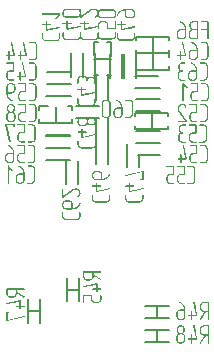
<source format=gbo>
G04*
G04 #@! TF.GenerationSoftware,Altium Limited,Altium Designer,24.4.1 (13)*
G04*
G04 Layer_Color=16776960*
%FSLAX44Y44*%
%MOMM*%
G71*
G04*
G04 #@! TF.SameCoordinates,6542FF27-95F4-46AC-8F84-F2986E28DBEB*
G04*
G04*
G04 #@! TF.FilePolarity,Positive*
G04*
G01*
G75*
%ADD15C,0.1500*%
G36*
X666477Y267686D02*
X666527Y267636D01*
X666577Y267586D01*
X666627Y267477D01*
X666647Y267437D01*
X666657Y267397D01*
X666667Y267367D01*
Y267357D01*
X668903Y256207D01*
X668913Y256067D01*
X668903Y255987D01*
X668883Y255917D01*
X668863Y255847D01*
X668833Y255798D01*
X668803Y255748D01*
X668773Y255718D01*
X668763Y255698D01*
X668753Y255688D01*
X668693Y255638D01*
X668624Y255598D01*
X668554Y255578D01*
X668494Y255558D01*
X668434Y255548D01*
X668394Y255538D01*
X664451D01*
Y252743D01*
X664441Y252643D01*
X664421Y252553D01*
X664401Y252483D01*
X664371Y252423D01*
X664341Y252384D01*
X664311Y252354D01*
X664301Y252334D01*
X664291Y252324D01*
X664191Y252284D01*
X664102Y252254D01*
X664042Y252224D01*
X663982Y252214D01*
X663942Y252204D01*
X663912Y252194D01*
X663892D01*
X663802Y252204D01*
X663732Y252214D01*
X663662Y252234D01*
X663603Y252264D01*
X663553Y252284D01*
X663523Y252304D01*
X663503Y252314D01*
X663493Y252324D01*
X663443Y252384D01*
X663403Y252453D01*
X663373Y252523D01*
X663353Y252593D01*
X663343Y252653D01*
X663333Y252703D01*
Y252733D01*
Y252743D01*
Y255538D01*
X661656D01*
X661556Y255548D01*
X661476Y255568D01*
X661406Y255588D01*
X661347Y255628D01*
X661307Y255658D01*
X661277Y255678D01*
X661257Y255698D01*
X661247Y255708D01*
X661197Y255777D01*
X661157Y255847D01*
X661137Y255907D01*
X661117Y255967D01*
X661107Y256017D01*
X661097Y256057D01*
Y256087D01*
Y256097D01*
X661107Y256167D01*
X661127Y256237D01*
X661187Y256367D01*
X661217Y256406D01*
X661247Y256446D01*
X661267Y256466D01*
X661277Y256476D01*
X661337Y256536D01*
X661406Y256576D01*
X661466Y256616D01*
X661526Y256636D01*
X661576Y256646D01*
X661616Y256656D01*
X663333D01*
Y259451D01*
X663343Y259541D01*
X663363Y259621D01*
X663393Y259690D01*
X663423Y259750D01*
X663453Y259800D01*
X663483Y259830D01*
X663503Y259850D01*
X663513Y259860D01*
X663583Y259910D01*
X663642Y259950D01*
X663712Y259970D01*
X663772Y259990D01*
X663822Y260000D01*
X663862Y260010D01*
X663892D01*
X663972Y260000D01*
X664052Y259980D01*
X664122Y259950D01*
X664182Y259920D01*
X664221Y259880D01*
X664261Y259850D01*
X664281Y259830D01*
X664291Y259820D01*
X664341Y259750D01*
X664381Y259681D01*
X664411Y259621D01*
X664431Y259561D01*
X664441Y259521D01*
X664451Y259481D01*
Y259461D01*
Y259451D01*
Y256656D01*
X667675D01*
X665579Y267127D01*
X665569Y267257D01*
X665579Y267347D01*
X665599Y267417D01*
X665619Y267487D01*
X665649Y267547D01*
X665689Y267586D01*
X665709Y267616D01*
X665729Y267636D01*
X665739Y267646D01*
X665808Y267696D01*
X665868Y267736D01*
X665938Y267766D01*
X665998Y267786D01*
X666058Y267796D01*
X666098Y267806D01*
X666138D01*
X666477Y267686D01*
D02*
G37*
G36*
X678496Y267796D02*
X678576Y267786D01*
X678646Y267756D01*
X678716Y267716D01*
X678815Y267626D01*
X678875Y267527D01*
X678915Y267427D01*
X678935Y267337D01*
X678945Y267267D01*
Y267257D01*
Y267247D01*
Y252743D01*
X678935Y252643D01*
X678915Y252553D01*
X678895Y252483D01*
X678865Y252423D01*
X678835Y252384D01*
X678805Y252354D01*
X678795Y252334D01*
X678785Y252324D01*
X678686Y252284D01*
X678596Y252254D01*
X678536Y252224D01*
X678476Y252214D01*
X678436Y252204D01*
X678406Y252194D01*
X678386D01*
X678296Y252204D01*
X678226Y252214D01*
X678157Y252234D01*
X678097Y252264D01*
X678047Y252284D01*
X678017Y252304D01*
X677997Y252314D01*
X677987Y252324D01*
X677937Y252384D01*
X677897Y252453D01*
X677867Y252523D01*
X677847Y252593D01*
X677837Y252653D01*
X677827Y252703D01*
Y252733D01*
Y252743D01*
Y258892D01*
X675910D01*
X672167Y252463D01*
X672097Y252374D01*
X672037Y252304D01*
X671988Y252264D01*
X671968Y252244D01*
X671878Y252214D01*
X671798Y252204D01*
X671738Y252194D01*
X671718D01*
X671638Y252204D01*
X671558Y252214D01*
X671488Y252244D01*
X671429Y252274D01*
X671379Y252294D01*
X671339Y252324D01*
X671319Y252334D01*
X671309Y252344D01*
X671249Y252414D01*
X671209Y252483D01*
X671169Y252553D01*
X671149Y252613D01*
X671139Y252663D01*
X671129Y252703D01*
Y252723D01*
Y252733D01*
X671139Y252853D01*
X671169Y252943D01*
X671199Y253002D01*
X671209Y253012D01*
Y253022D01*
X674633Y258892D01*
X674493D01*
X674233Y258902D01*
X673994Y258932D01*
X673754Y258982D01*
X673535Y259042D01*
X673325Y259122D01*
X673126Y259201D01*
X672946Y259291D01*
X672776Y259381D01*
X672636Y259471D01*
X672497Y259561D01*
X672387Y259641D01*
X672287Y259720D01*
X672217Y259780D01*
X672157Y259830D01*
X672127Y259860D01*
X672117Y259870D01*
X671948Y260060D01*
X671788Y260250D01*
X671658Y260449D01*
X671548Y260649D01*
X671449Y260849D01*
X671369Y261048D01*
X671309Y261238D01*
X671249Y261418D01*
X671209Y261587D01*
X671179Y261737D01*
X671159Y261877D01*
X671149Y261996D01*
X671139Y262096D01*
X671129Y262166D01*
Y262206D01*
Y262226D01*
Y264452D01*
X671139Y264712D01*
X671169Y264951D01*
X671219Y265191D01*
X671289Y265410D01*
X671359Y265620D01*
X671449Y265820D01*
X671538Y265999D01*
X671628Y266169D01*
X671718Y266309D01*
X671808Y266448D01*
X671898Y266558D01*
X671968Y266658D01*
X672037Y266728D01*
X672087Y266788D01*
X672117Y266818D01*
X672127Y266828D01*
X672317Y266998D01*
X672517Y267147D01*
X672716Y267277D01*
X672916Y267397D01*
X673115Y267487D01*
X673305Y267567D01*
X673495Y267636D01*
X673684Y267686D01*
X673854Y267726D01*
X674004Y267756D01*
X674144Y267776D01*
X674264Y267796D01*
X674363D01*
X674433Y267806D01*
X678396D01*
X678496Y267796D01*
D02*
G37*
G36*
X655677Y267746D02*
X656266Y267577D01*
X656475Y267477D01*
X656675Y267357D01*
X656854Y267237D01*
X657014Y267117D01*
X657144Y267008D01*
X657244Y266918D01*
X657284Y266888D01*
X657314Y266858D01*
X657324Y266848D01*
X657334Y266838D01*
X657503Y266638D01*
X657653Y266429D01*
X657783Y266229D01*
X657893Y266019D01*
X657982Y265820D01*
X658062Y265620D01*
X658132Y265440D01*
X658182Y265261D01*
X658222Y265091D01*
X658252Y264941D01*
X658272Y264811D01*
X658282Y264702D01*
X658292Y264612D01*
X658302Y264542D01*
Y264502D01*
Y264482D01*
Y263334D01*
X658292Y263045D01*
X658252Y262775D01*
X658202Y262526D01*
X658132Y262306D01*
X658102Y262206D01*
X658072Y262126D01*
X658052Y262046D01*
X658022Y261986D01*
X658002Y261936D01*
X657982Y261897D01*
X657972Y261877D01*
Y261867D01*
X657833Y261627D01*
X657683Y261408D01*
X657533Y261218D01*
X657394Y261048D01*
X657264Y260908D01*
X657154Y260809D01*
X657114Y260779D01*
X657084Y260749D01*
X657074Y260739D01*
X657064Y260729D01*
X657374Y260519D01*
X657643Y260289D01*
X657873Y260070D01*
X657972Y259970D01*
X658062Y259860D01*
X658142Y259770D01*
X658212Y259681D01*
X658262Y259601D01*
X658312Y259531D01*
X658352Y259481D01*
X658382Y259441D01*
X658392Y259411D01*
X658402Y259401D01*
X658482Y259251D01*
X658551Y259112D01*
X658671Y258822D01*
X658751Y258543D01*
X658801Y258293D01*
X658821Y258183D01*
X658841Y258073D01*
X658851Y257984D01*
Y257914D01*
X658861Y257844D01*
Y257804D01*
Y257774D01*
Y257764D01*
Y255538D01*
X658851Y255278D01*
X658821Y255029D01*
X658761Y254799D01*
X658701Y254570D01*
X658621Y254360D01*
X658531Y254170D01*
X658442Y253991D01*
X658342Y253821D01*
X658252Y253671D01*
X658162Y253542D01*
X658072Y253432D01*
X657992Y253332D01*
X657923Y253262D01*
X657873Y253202D01*
X657843Y253172D01*
X657833Y253162D01*
X657633Y252992D01*
X657433Y252843D01*
X657234Y252713D01*
X657034Y252603D01*
X656844Y252513D01*
X656645Y252433D01*
X656465Y252364D01*
X656285Y252314D01*
X656126Y252274D01*
X655976Y252244D01*
X655846Y252224D01*
X655736Y252214D01*
X655647Y252204D01*
X655577Y252194D01*
X654409D01*
X654149Y252204D01*
X653910Y252234D01*
X653670Y252284D01*
X653451Y252344D01*
X653241Y252423D01*
X653041Y252503D01*
X652862Y252583D01*
X652692Y252683D01*
X652552Y252773D01*
X652412Y252853D01*
X652303Y252943D01*
X652203Y253012D01*
X652133Y253072D01*
X652073Y253122D01*
X652043Y253152D01*
X652033Y253162D01*
X651863Y253352D01*
X651714Y253542D01*
X651584Y253741D01*
X651464Y253951D01*
X651374Y254150D01*
X651294Y254340D01*
X651225Y254540D01*
X651175Y254719D01*
X651135Y254889D01*
X651105Y255049D01*
X651085Y255189D01*
X651065Y255308D01*
Y255398D01*
X651055Y255478D01*
Y255518D01*
Y255538D01*
Y257764D01*
X651065Y257944D01*
X651075Y258113D01*
X651135Y258433D01*
X651215Y258732D01*
X651264Y258872D01*
X651314Y259002D01*
X651364Y259112D01*
X651414Y259221D01*
X651454Y259311D01*
X651494Y259391D01*
X651524Y259451D01*
X651554Y259491D01*
X651564Y259521D01*
X651574Y259531D01*
X651674Y259681D01*
X651774Y259820D01*
X651883Y259950D01*
X651993Y260070D01*
X652103Y260180D01*
X652203Y260270D01*
X652402Y260439D01*
X652582Y260569D01*
X652662Y260619D01*
X652722Y260659D01*
X652782Y260689D01*
X652822Y260709D01*
X652842Y260729D01*
X652852D01*
X652632Y260928D01*
X652442Y261138D01*
X652283Y261328D01*
X652153Y261507D01*
X652053Y261657D01*
X652013Y261727D01*
X651983Y261777D01*
X651953Y261827D01*
X651933Y261857D01*
X651923Y261877D01*
Y261887D01*
X651824Y262126D01*
X651744Y262376D01*
X651694Y262625D01*
X651654Y262845D01*
X651644Y262945D01*
X651634Y263045D01*
X651624Y263124D01*
X651614Y263194D01*
Y263254D01*
Y263294D01*
Y263324D01*
Y263334D01*
Y264462D01*
Y264811D01*
X651674Y265171D01*
X651843Y265760D01*
X651943Y265979D01*
X652063Y266179D01*
X652183Y266359D01*
X652303Y266518D01*
X652412Y266648D01*
X652502Y266748D01*
X652532Y266778D01*
X652562Y266808D01*
X652572Y266818D01*
X652582Y266828D01*
X652772Y266998D01*
X652971Y267147D01*
X653181Y267277D01*
X653381Y267397D01*
X653580Y267487D01*
X653780Y267567D01*
X653980Y267636D01*
X654159Y267686D01*
X654329Y267726D01*
X654489Y267756D01*
X654629Y267776D01*
X654748Y267796D01*
X654838D01*
X654918Y267806D01*
X655317D01*
X655677Y267746D01*
D02*
G37*
G36*
X522357Y298940D02*
X522447Y298920D01*
X522517Y298900D01*
X522576Y298870D01*
X522616Y298840D01*
X522646Y298810D01*
X522666Y298800D01*
X522676Y298790D01*
X522716Y298691D01*
X522746Y298601D01*
X522776Y298541D01*
X522786Y298481D01*
X522796Y298441D01*
X522806Y298411D01*
Y298391D01*
X522796Y298301D01*
X522786Y298231D01*
X522766Y298162D01*
X522736Y298102D01*
X522716Y298052D01*
X522696Y298022D01*
X522686Y298002D01*
X522676Y297992D01*
X522616Y297942D01*
X522547Y297902D01*
X522477Y297872D01*
X522407Y297852D01*
X522347Y297842D01*
X522297Y297832D01*
X522267D01*
X522257D01*
X516108D01*
Y295916D01*
X522537Y292172D01*
X522626Y292102D01*
X522696Y292042D01*
X522736Y291992D01*
X522756Y291973D01*
X522786Y291883D01*
X522796Y291803D01*
X522806Y291743D01*
Y291723D01*
X522796Y291643D01*
X522786Y291563D01*
X522756Y291493D01*
X522726Y291434D01*
X522706Y291384D01*
X522676Y291344D01*
X522666Y291324D01*
X522656Y291314D01*
X522587Y291254D01*
X522517Y291214D01*
X522447Y291174D01*
X522387Y291154D01*
X522337Y291144D01*
X522297Y291134D01*
X522277D01*
X522267D01*
X522147Y291144D01*
X522057Y291174D01*
X521997Y291204D01*
X521988Y291214D01*
X521978D01*
X516108Y294638D01*
Y294498D01*
X516098Y294238D01*
X516068Y293999D01*
X516018Y293759D01*
X515958Y293540D01*
X515878Y293330D01*
X515799Y293130D01*
X515709Y292951D01*
X515619Y292781D01*
X515529Y292641D01*
X515439Y292502D01*
X515359Y292392D01*
X515280Y292292D01*
X515220Y292222D01*
X515170Y292162D01*
X515140Y292132D01*
X515130Y292122D01*
X514940Y291953D01*
X514751Y291793D01*
X514551Y291663D01*
X514351Y291553D01*
X514151Y291453D01*
X513952Y291374D01*
X513762Y291314D01*
X513582Y291254D01*
X513413Y291214D01*
X513263Y291184D01*
X513123Y291164D01*
X513004Y291154D01*
X512904Y291144D01*
X512834Y291134D01*
X512794D01*
X512774D01*
X510548D01*
X510288Y291144D01*
X510049Y291174D01*
X509809Y291224D01*
X509590Y291294D01*
X509380Y291364D01*
X509180Y291453D01*
X509001Y291543D01*
X508831Y291633D01*
X508691Y291723D01*
X508551Y291813D01*
X508442Y291903D01*
X508342Y291973D01*
X508272Y292042D01*
X508212Y292092D01*
X508182Y292122D01*
X508172Y292132D01*
X508003Y292322D01*
X507853Y292522D01*
X507723Y292721D01*
X507603Y292921D01*
X507513Y293120D01*
X507434Y293310D01*
X507364Y293500D01*
X507314Y293689D01*
X507274Y293859D01*
X507244Y294009D01*
X507224Y294149D01*
X507204Y294268D01*
Y294368D01*
X507194Y294438D01*
Y298401D01*
X507204Y298501D01*
X507214Y298581D01*
X507244Y298651D01*
X507284Y298720D01*
X507374Y298820D01*
X507473Y298880D01*
X507573Y298920D01*
X507663Y298940D01*
X507733Y298950D01*
X507743D01*
X507753D01*
X522257D01*
X522357Y298940D01*
D02*
G37*
G36*
X519013Y288908D02*
X519083Y288888D01*
X519153Y288868D01*
X519202Y288838D01*
X519252Y288808D01*
X519282Y288778D01*
X519302Y288768D01*
X519312Y288758D01*
X519362Y288698D01*
X519402Y288629D01*
X519422Y288559D01*
X519442Y288499D01*
X519452Y288439D01*
X519462Y288399D01*
Y284456D01*
X522257D01*
X522357Y284446D01*
X522447Y284426D01*
X522517Y284406D01*
X522576Y284376D01*
X522616Y284346D01*
X522646Y284316D01*
X522666Y284306D01*
X522676Y284296D01*
X522716Y284196D01*
X522746Y284107D01*
X522776Y284047D01*
X522786Y283987D01*
X522796Y283947D01*
X522806Y283917D01*
Y283897D01*
X522796Y283807D01*
X522786Y283737D01*
X522766Y283667D01*
X522736Y283608D01*
X522716Y283557D01*
X522696Y283528D01*
X522686Y283508D01*
X522676Y283498D01*
X522616Y283448D01*
X522547Y283408D01*
X522477Y283378D01*
X522407Y283358D01*
X522347Y283348D01*
X522297Y283338D01*
X522267D01*
X522257D01*
X519462D01*
Y281661D01*
X519452Y281561D01*
X519432Y281481D01*
X519412Y281411D01*
X519372Y281352D01*
X519342Y281312D01*
X519322Y281282D01*
X519302Y281262D01*
X519292Y281252D01*
X519222Y281202D01*
X519153Y281162D01*
X519093Y281142D01*
X519033Y281122D01*
X518983Y281112D01*
X518943Y281102D01*
X518913D01*
X518903D01*
X518833Y281112D01*
X518763Y281132D01*
X518633Y281192D01*
X518594Y281222D01*
X518554Y281252D01*
X518534Y281272D01*
X518524Y281282D01*
X518464Y281341D01*
X518424Y281411D01*
X518384Y281471D01*
X518364Y281531D01*
X518354Y281581D01*
X518344Y281621D01*
Y283338D01*
X515549D01*
X515459Y283348D01*
X515379Y283368D01*
X515309Y283398D01*
X515250Y283428D01*
X515200Y283458D01*
X515170Y283488D01*
X515150Y283508D01*
X515140Y283518D01*
X515090Y283587D01*
X515050Y283647D01*
X515030Y283717D01*
X515010Y283777D01*
X515000Y283827D01*
X514990Y283867D01*
Y283897D01*
X515000Y283977D01*
X515020Y284057D01*
X515050Y284126D01*
X515080Y284186D01*
X515120Y284226D01*
X515150Y284266D01*
X515170Y284286D01*
X515180Y284296D01*
X515250Y284346D01*
X515319Y284386D01*
X515379Y284416D01*
X515439Y284436D01*
X515479Y284446D01*
X515519Y284456D01*
X515539D01*
X515549D01*
X518344D01*
Y287680D01*
X507873Y285584D01*
X507743Y285574D01*
X507653Y285584D01*
X507583Y285604D01*
X507513Y285624D01*
X507453Y285654D01*
X507413Y285694D01*
X507384Y285714D01*
X507364Y285734D01*
X507354Y285744D01*
X507304Y285814D01*
X507264Y285873D01*
X507234Y285943D01*
X507214Y286003D01*
X507204Y286063D01*
X507194Y286103D01*
Y286143D01*
X507314Y286482D01*
X507364Y286532D01*
X507413Y286582D01*
X507523Y286632D01*
X507563Y286652D01*
X507603Y286662D01*
X507633Y286672D01*
X507643D01*
X518793Y288908D01*
X518933Y288918D01*
X519013Y288908D01*
D02*
G37*
G36*
X509520Y278856D02*
X509610Y278836D01*
X509679Y278816D01*
X509739Y278786D01*
X509779Y278756D01*
X509809Y278726D01*
X509829Y278716D01*
X509839Y278706D01*
X509879Y278606D01*
X509909Y278517D01*
X509939Y278457D01*
X509949Y278397D01*
X509959Y278357D01*
X509969Y278327D01*
Y278307D01*
X509959Y278217D01*
X509949Y278147D01*
X509929Y278077D01*
X509899Y278017D01*
X509879Y277967D01*
X509859Y277938D01*
X509849Y277918D01*
X509839Y277908D01*
X509779Y277858D01*
X509709Y277818D01*
X509640Y277788D01*
X509570Y277768D01*
X509510Y277758D01*
X509460Y277748D01*
X509430D01*
X509420D01*
X508312D01*
Y272318D01*
X522127Y275512D01*
X522277Y275542D01*
X522367Y275532D01*
X522447Y275512D01*
X522517Y275482D01*
X522576Y275452D01*
X522616Y275422D01*
X522646Y275392D01*
X522666Y275372D01*
X522676Y275362D01*
X522716Y275292D01*
X522746Y275212D01*
X522786Y275083D01*
X522796Y275033D01*
X522806Y274993D01*
Y274963D01*
X522696Y274624D01*
X522616Y274564D01*
X522547Y274514D01*
X522487Y274484D01*
X522447Y274454D01*
X522417Y274444D01*
X522397Y274434D01*
X522377Y274424D01*
X507883Y271070D01*
X507713Y271050D01*
X507623Y271060D01*
X507553Y271070D01*
X507483Y271100D01*
X507434Y271130D01*
X507394Y271160D01*
X507364Y271180D01*
X507344Y271200D01*
X507334Y271210D01*
X507284Y271269D01*
X507254Y271339D01*
X507214Y271469D01*
X507204Y271519D01*
X507194Y271569D01*
Y278317D01*
X507204Y278417D01*
X507214Y278497D01*
X507244Y278566D01*
X507284Y278636D01*
X507374Y278736D01*
X507473Y278796D01*
X507573Y278836D01*
X507663Y278856D01*
X507733Y278866D01*
X507743D01*
X507753D01*
X509420D01*
X509520Y278856D01*
D02*
G37*
G36*
X666477Y287681D02*
X666527Y287631D01*
X666577Y287582D01*
X666627Y287472D01*
X666647Y287432D01*
X666657Y287392D01*
X666667Y287362D01*
Y287352D01*
X668903Y276202D01*
X668913Y276062D01*
X668903Y275982D01*
X668883Y275912D01*
X668863Y275842D01*
X668833Y275793D01*
X668803Y275743D01*
X668773Y275713D01*
X668763Y275693D01*
X668753Y275683D01*
X668693Y275633D01*
X668624Y275593D01*
X668554Y275573D01*
X668494Y275553D01*
X668434Y275543D01*
X668394Y275533D01*
X664451D01*
Y272738D01*
X664441Y272638D01*
X664421Y272548D01*
X664401Y272478D01*
X664371Y272418D01*
X664341Y272379D01*
X664311Y272349D01*
X664301Y272329D01*
X664291Y272319D01*
X664191Y272279D01*
X664102Y272249D01*
X664042Y272219D01*
X663982Y272209D01*
X663942Y272199D01*
X663912Y272189D01*
X663892D01*
X663802Y272199D01*
X663732Y272209D01*
X663662Y272229D01*
X663603Y272259D01*
X663553Y272279D01*
X663523Y272299D01*
X663503Y272309D01*
X663493Y272319D01*
X663443Y272379D01*
X663403Y272449D01*
X663373Y272518D01*
X663353Y272588D01*
X663343Y272648D01*
X663333Y272698D01*
Y272728D01*
Y272738D01*
Y275533D01*
X661656D01*
X661556Y275543D01*
X661476Y275563D01*
X661406Y275583D01*
X661347Y275623D01*
X661307Y275653D01*
X661277Y275673D01*
X661257Y275693D01*
X661247Y275703D01*
X661197Y275772D01*
X661157Y275842D01*
X661137Y275902D01*
X661117Y275962D01*
X661107Y276012D01*
X661097Y276052D01*
Y276082D01*
Y276092D01*
X661107Y276162D01*
X661127Y276232D01*
X661187Y276362D01*
X661217Y276401D01*
X661247Y276441D01*
X661267Y276461D01*
X661277Y276471D01*
X661337Y276531D01*
X661406Y276571D01*
X661466Y276611D01*
X661526Y276631D01*
X661576Y276641D01*
X661616Y276651D01*
X663333D01*
Y279446D01*
X663343Y279536D01*
X663363Y279616D01*
X663393Y279686D01*
X663423Y279746D01*
X663453Y279795D01*
X663483Y279825D01*
X663503Y279845D01*
X663513Y279855D01*
X663583Y279905D01*
X663642Y279945D01*
X663712Y279965D01*
X663772Y279985D01*
X663822Y279995D01*
X663862Y280005D01*
X663892D01*
X663972Y279995D01*
X664052Y279975D01*
X664122Y279945D01*
X664182Y279915D01*
X664221Y279875D01*
X664261Y279845D01*
X664281Y279825D01*
X664291Y279815D01*
X664341Y279746D01*
X664381Y279676D01*
X664411Y279616D01*
X664431Y279556D01*
X664441Y279516D01*
X664451Y279476D01*
Y279456D01*
Y279446D01*
Y276651D01*
X667675D01*
X665579Y287122D01*
X665569Y287252D01*
X665579Y287342D01*
X665599Y287412D01*
X665619Y287482D01*
X665649Y287542D01*
X665689Y287582D01*
X665709Y287611D01*
X665729Y287631D01*
X665739Y287641D01*
X665808Y287691D01*
X665868Y287731D01*
X665938Y287761D01*
X665998Y287781D01*
X666058Y287791D01*
X666098Y287801D01*
X666138D01*
X666477Y287681D01*
D02*
G37*
G36*
X678496Y287791D02*
X678576Y287781D01*
X678646Y287751D01*
X678716Y287711D01*
X678815Y287621D01*
X678875Y287522D01*
X678915Y287422D01*
X678935Y287332D01*
X678945Y287262D01*
Y287252D01*
Y287242D01*
Y272738D01*
X678935Y272638D01*
X678915Y272548D01*
X678895Y272478D01*
X678865Y272418D01*
X678835Y272379D01*
X678805Y272349D01*
X678795Y272329D01*
X678785Y272319D01*
X678686Y272279D01*
X678596Y272249D01*
X678536Y272219D01*
X678476Y272209D01*
X678436Y272199D01*
X678406Y272189D01*
X678386D01*
X678296Y272199D01*
X678226Y272209D01*
X678157Y272229D01*
X678097Y272259D01*
X678047Y272279D01*
X678017Y272299D01*
X677997Y272309D01*
X677987Y272319D01*
X677937Y272379D01*
X677897Y272449D01*
X677867Y272518D01*
X677847Y272588D01*
X677837Y272648D01*
X677827Y272698D01*
Y272728D01*
Y272738D01*
Y278887D01*
X675910D01*
X672167Y272458D01*
X672097Y272369D01*
X672037Y272299D01*
X671988Y272259D01*
X671968Y272239D01*
X671878Y272209D01*
X671798Y272199D01*
X671738Y272189D01*
X671718D01*
X671638Y272199D01*
X671558Y272209D01*
X671488Y272239D01*
X671429Y272269D01*
X671379Y272289D01*
X671339Y272319D01*
X671319Y272329D01*
X671309Y272339D01*
X671249Y272409D01*
X671209Y272478D01*
X671169Y272548D01*
X671149Y272608D01*
X671139Y272658D01*
X671129Y272698D01*
Y272718D01*
Y272728D01*
X671139Y272848D01*
X671169Y272938D01*
X671199Y272997D01*
X671209Y273008D01*
Y273018D01*
X674633Y278887D01*
X674493D01*
X674233Y278897D01*
X673994Y278927D01*
X673754Y278977D01*
X673535Y279037D01*
X673325Y279117D01*
X673126Y279196D01*
X672946Y279286D01*
X672776Y279376D01*
X672636Y279466D01*
X672497Y279556D01*
X672387Y279636D01*
X672287Y279715D01*
X672217Y279775D01*
X672157Y279825D01*
X672127Y279855D01*
X672117Y279865D01*
X671948Y280055D01*
X671788Y280245D01*
X671658Y280444D01*
X671548Y280644D01*
X671449Y280844D01*
X671369Y281043D01*
X671309Y281233D01*
X671249Y281413D01*
X671209Y281582D01*
X671179Y281732D01*
X671159Y281872D01*
X671149Y281992D01*
X671139Y282091D01*
X671129Y282161D01*
Y282201D01*
Y282221D01*
Y284447D01*
X671139Y284707D01*
X671169Y284946D01*
X671219Y285186D01*
X671289Y285405D01*
X671359Y285615D01*
X671449Y285815D01*
X671538Y285994D01*
X671628Y286164D01*
X671718Y286304D01*
X671808Y286444D01*
X671898Y286553D01*
X671968Y286653D01*
X672037Y286723D01*
X672087Y286783D01*
X672117Y286813D01*
X672127Y286823D01*
X672317Y286992D01*
X672517Y287142D01*
X672716Y287272D01*
X672916Y287392D01*
X673115Y287482D01*
X673305Y287561D01*
X673495Y287631D01*
X673684Y287681D01*
X673854Y287721D01*
X674004Y287751D01*
X674144Y287771D01*
X674264Y287791D01*
X674363D01*
X674433Y287801D01*
X678396D01*
X678496Y287791D01*
D02*
G37*
G36*
X654050Y287761D02*
X654469Y287572D01*
X654868Y287372D01*
X655247Y287142D01*
X655597Y286903D01*
X655916Y286653D01*
X656216Y286404D01*
X656485Y286154D01*
X656725Y285914D01*
X656944Y285675D01*
X657134Y285455D01*
X657304Y285266D01*
X657433Y285086D01*
X657533Y284946D01*
X657613Y284836D01*
X657643Y284797D01*
X657653Y284767D01*
X657673Y284757D01*
Y284746D01*
X657883Y284377D01*
X658062Y284008D01*
X658222Y283638D01*
X658362Y283269D01*
X658472Y282900D01*
X658571Y282551D01*
X658651Y282211D01*
X658711Y281892D01*
X658761Y281602D01*
X658801Y281333D01*
X658821Y281093D01*
X658841Y280883D01*
X658851Y280804D01*
Y280724D01*
X658861Y280654D01*
Y280594D01*
Y280554D01*
Y280524D01*
Y280504D01*
Y280494D01*
Y275533D01*
X658851Y275273D01*
X658821Y275024D01*
X658761Y274794D01*
X658701Y274565D01*
X658621Y274355D01*
X658531Y274165D01*
X658442Y273986D01*
X658342Y273816D01*
X658252Y273666D01*
X658162Y273536D01*
X658072Y273427D01*
X657992Y273327D01*
X657923Y273257D01*
X657873Y273197D01*
X657843Y273167D01*
X657833Y273157D01*
X657633Y272987D01*
X657433Y272838D01*
X657234Y272708D01*
X657034Y272598D01*
X656844Y272508D01*
X656645Y272428D01*
X656465Y272359D01*
X656285Y272309D01*
X656126Y272269D01*
X655976Y272239D01*
X655846Y272219D01*
X655736Y272209D01*
X655647Y272199D01*
X655577Y272189D01*
X654409D01*
X654149Y272199D01*
X653910Y272229D01*
X653670Y272279D01*
X653451Y272339D01*
X653241Y272418D01*
X653041Y272498D01*
X652862Y272578D01*
X652692Y272678D01*
X652552Y272768D01*
X652412Y272848D01*
X652303Y272938D01*
X652203Y273008D01*
X652133Y273067D01*
X652073Y273117D01*
X652043Y273147D01*
X652033Y273157D01*
X651863Y273347D01*
X651714Y273536D01*
X651584Y273736D01*
X651464Y273946D01*
X651374Y274146D01*
X651294Y274335D01*
X651225Y274535D01*
X651175Y274714D01*
X651135Y274884D01*
X651105Y275044D01*
X651085Y275184D01*
X651065Y275303D01*
Y275393D01*
X651055Y275473D01*
Y275513D01*
Y275533D01*
Y277759D01*
X651065Y278018D01*
X651095Y278268D01*
X651145Y278498D01*
X651205Y278727D01*
X651284Y278937D01*
X651364Y279127D01*
X651454Y279306D01*
X651544Y279476D01*
X651634Y279626D01*
X651724Y279755D01*
X651804Y279865D01*
X651883Y279965D01*
X651943Y280035D01*
X651993Y280095D01*
X652023Y280125D01*
X652033Y280135D01*
X652223Y280305D01*
X652412Y280454D01*
X652612Y280584D01*
X652812Y280704D01*
X653011Y280794D01*
X653211Y280874D01*
X653401Y280943D01*
X653590Y280993D01*
X653760Y281033D01*
X653920Y281063D01*
X654060Y281083D01*
X654179Y281103D01*
X654279D01*
X654359Y281113D01*
X657743D01*
X657733Y281383D01*
X657693Y281662D01*
X657643Y281922D01*
X657593Y282161D01*
X657563Y282261D01*
X657533Y282361D01*
X657513Y282451D01*
X657493Y282521D01*
X657473Y282580D01*
X657453Y282620D01*
X657443Y282650D01*
Y282660D01*
X657324Y282960D01*
X657204Y283239D01*
X657094Y283499D01*
X656984Y283718D01*
X656934Y283818D01*
X656885Y283898D01*
X656844Y283978D01*
X656815Y284038D01*
X656785Y284088D01*
X656765Y284128D01*
X656745Y284148D01*
Y284158D01*
X656625Y284337D01*
X656495Y284507D01*
X656375Y284667D01*
X656256Y284816D01*
X656146Y284946D01*
X656036Y285076D01*
X655926Y285186D01*
X655826Y285296D01*
X655736Y285385D01*
X655657Y285465D01*
X655587Y285525D01*
X655527Y285585D01*
X655477Y285625D01*
X655437Y285665D01*
X655417Y285675D01*
X655407Y285685D01*
X655257Y285805D01*
X655118Y285924D01*
X654978Y286024D01*
X654848Y286114D01*
X654738Y286184D01*
X654648Y286234D01*
X654598Y286274D01*
X654579Y286284D01*
X654109Y286523D01*
X653860Y286633D01*
X653650Y286713D01*
X653570Y286763D01*
X653511Y286803D01*
X653461Y286843D01*
X653421Y286883D01*
X653391Y286913D01*
X653371Y286933D01*
X653361Y286943D01*
Y286953D01*
X653321Y287043D01*
X653301Y287132D01*
X653291Y287202D01*
Y287212D01*
Y287222D01*
X653301Y287302D01*
X653311Y287382D01*
X653341Y287452D01*
X653361Y287512D01*
X653391Y287561D01*
X653421Y287602D01*
X653431Y287621D01*
X653441Y287631D01*
X653501Y287691D01*
X653560Y287731D01*
X653620Y287771D01*
X653680Y287791D01*
X653730Y287801D01*
X653770Y287811D01*
X653810D01*
X654050Y287761D01*
D02*
G37*
G36*
X587357Y313376D02*
X587447Y313356D01*
X587517Y313336D01*
X587576Y313306D01*
X587616Y313276D01*
X587646Y313246D01*
X587666Y313236D01*
X587676Y313227D01*
X587716Y313127D01*
X587746Y313037D01*
X587776Y312977D01*
X587786Y312917D01*
X587796Y312877D01*
X587806Y312847D01*
Y312827D01*
X587796Y312737D01*
X587786Y312667D01*
X587766Y312598D01*
X587736Y312538D01*
X587716Y312488D01*
X587696Y312458D01*
X587686Y312438D01*
X587676Y312428D01*
X587616Y312378D01*
X587547Y312338D01*
X587477Y312308D01*
X587407Y312288D01*
X587347Y312278D01*
X587297Y312268D01*
X587267D01*
X587257D01*
X581108D01*
Y310352D01*
X587537Y306608D01*
X587626Y306538D01*
X587696Y306479D01*
X587736Y306429D01*
X587756Y306409D01*
X587786Y306319D01*
X587796Y306239D01*
X587806Y306179D01*
Y306159D01*
X587796Y306079D01*
X587786Y305999D01*
X587756Y305930D01*
X587726Y305870D01*
X587706Y305820D01*
X587676Y305780D01*
X587666Y305760D01*
X587656Y305750D01*
X587587Y305690D01*
X587517Y305650D01*
X587447Y305610D01*
X587387Y305590D01*
X587337Y305580D01*
X587297Y305570D01*
X587277D01*
X587267D01*
X587147Y305580D01*
X587057Y305610D01*
X586997Y305640D01*
X586987Y305650D01*
X586978D01*
X581108Y309074D01*
Y308934D01*
X581098Y308675D01*
X581068Y308435D01*
X581018Y308195D01*
X580958Y307976D01*
X580878Y307766D01*
X580799Y307567D01*
X580709Y307387D01*
X580619Y307217D01*
X580529Y307077D01*
X580439Y306938D01*
X580359Y306828D01*
X580280Y306728D01*
X580220Y306658D01*
X580170Y306598D01*
X580140Y306568D01*
X580130Y306558D01*
X579940Y306389D01*
X579750Y306229D01*
X579551Y306099D01*
X579351Y305989D01*
X579151Y305889D01*
X578952Y305810D01*
X578762Y305750D01*
X578582Y305690D01*
X578413Y305650D01*
X578263Y305620D01*
X578123Y305600D01*
X578004Y305590D01*
X577904Y305580D01*
X577834Y305570D01*
X577794D01*
X577774D01*
X575548D01*
X575288Y305580D01*
X575049Y305610D01*
X574809Y305660D01*
X574590Y305730D01*
X574380Y305800D01*
X574180Y305889D01*
X574001Y305979D01*
X573831Y306069D01*
X573691Y306159D01*
X573551Y306249D01*
X573442Y306339D01*
X573342Y306409D01*
X573272Y306479D01*
X573212Y306528D01*
X573182Y306558D01*
X573172Y306568D01*
X573003Y306758D01*
X572853Y306958D01*
X572723Y307157D01*
X572603Y307357D01*
X572513Y307557D01*
X572434Y307746D01*
X572364Y307936D01*
X572314Y308125D01*
X572274Y308295D01*
X572244Y308445D01*
X572224Y308585D01*
X572204Y308704D01*
Y308804D01*
X572194Y308874D01*
Y312837D01*
X572204Y312937D01*
X572214Y313017D01*
X572244Y313087D01*
X572284Y313157D01*
X572374Y313256D01*
X572473Y313316D01*
X572573Y313356D01*
X572663Y313376D01*
X572733Y313386D01*
X572743D01*
X572753D01*
X587257D01*
X587357Y313376D01*
D02*
G37*
G36*
X584013Y303344D02*
X584083Y303324D01*
X584153Y303304D01*
X584202Y303274D01*
X584252Y303244D01*
X584282Y303214D01*
X584302Y303204D01*
X584312Y303194D01*
X584362Y303134D01*
X584402Y303065D01*
X584422Y302995D01*
X584442Y302935D01*
X584452Y302875D01*
X584462Y302835D01*
Y298892D01*
X587257D01*
X587357Y298882D01*
X587447Y298862D01*
X587517Y298842D01*
X587576Y298812D01*
X587616Y298782D01*
X587646Y298752D01*
X587666Y298742D01*
X587676Y298732D01*
X587716Y298633D01*
X587746Y298543D01*
X587776Y298483D01*
X587786Y298423D01*
X587796Y298383D01*
X587806Y298353D01*
Y298333D01*
X587796Y298243D01*
X587786Y298173D01*
X587766Y298103D01*
X587736Y298043D01*
X587716Y297994D01*
X587696Y297964D01*
X587686Y297944D01*
X587676Y297934D01*
X587616Y297884D01*
X587547Y297844D01*
X587477Y297814D01*
X587407Y297794D01*
X587347Y297784D01*
X587297Y297774D01*
X587267D01*
X587257D01*
X584462D01*
Y296097D01*
X584452Y295997D01*
X584432Y295917D01*
X584412Y295847D01*
X584372Y295788D01*
X584342Y295748D01*
X584322Y295718D01*
X584302Y295698D01*
X584292Y295688D01*
X584222Y295638D01*
X584153Y295598D01*
X584093Y295578D01*
X584033Y295558D01*
X583983Y295548D01*
X583943Y295538D01*
X583913D01*
X583903D01*
X583833Y295548D01*
X583763Y295568D01*
X583633Y295628D01*
X583594Y295658D01*
X583554Y295688D01*
X583534Y295708D01*
X583524Y295718D01*
X583464Y295778D01*
X583424Y295847D01*
X583384Y295907D01*
X583364Y295967D01*
X583354Y296017D01*
X583344Y296057D01*
Y297774D01*
X580549D01*
X580459Y297784D01*
X580379Y297804D01*
X580309Y297834D01*
X580249Y297864D01*
X580200Y297894D01*
X580170Y297924D01*
X580150Y297944D01*
X580140Y297954D01*
X580090Y298024D01*
X580050Y298083D01*
X580030Y298153D01*
X580010Y298213D01*
X580000Y298263D01*
X579990Y298303D01*
Y298333D01*
X580000Y298413D01*
X580020Y298493D01*
X580050Y298563D01*
X580080Y298622D01*
X580120Y298662D01*
X580150Y298702D01*
X580170Y298722D01*
X580180Y298732D01*
X580249Y298782D01*
X580319Y298822D01*
X580379Y298852D01*
X580439Y298872D01*
X580479Y298882D01*
X580519Y298892D01*
X580539D01*
X580549D01*
X583344D01*
Y302116D01*
X572873Y300020D01*
X572743Y300010D01*
X572653Y300020D01*
X572583Y300040D01*
X572513Y300060D01*
X572453Y300090D01*
X572413Y300130D01*
X572384Y300150D01*
X572364Y300170D01*
X572354Y300180D01*
X572304Y300250D01*
X572264Y300310D01*
X572234Y300379D01*
X572214Y300439D01*
X572204Y300499D01*
X572194Y300539D01*
Y300579D01*
X572314Y300918D01*
X572364Y300968D01*
X572413Y301018D01*
X572523Y301068D01*
X572563Y301088D01*
X572603Y301098D01*
X572633Y301108D01*
X572643D01*
X583793Y303344D01*
X583933Y303354D01*
X584013Y303344D01*
D02*
G37*
G36*
X587327Y293292D02*
X587407Y293282D01*
X587477Y293262D01*
X587537Y293232D01*
X587587Y293202D01*
X587626Y293182D01*
X587646Y293172D01*
X587656Y293162D01*
X587706Y293102D01*
X587746Y293032D01*
X587766Y292963D01*
X587786Y292893D01*
X587796Y292843D01*
X587806Y292793D01*
Y289948D01*
X587796Y289698D01*
X587766Y289459D01*
X587716Y289219D01*
X587656Y289000D01*
X587576Y288800D01*
X587497Y288600D01*
X587407Y288421D01*
X587317Y288261D01*
X587227Y288111D01*
X587137Y287981D01*
X587057Y287872D01*
X586978Y287772D01*
X586918Y287702D01*
X586868Y287642D01*
X586838Y287612D01*
X586828Y287602D01*
X586638Y287432D01*
X586438Y287273D01*
X586239Y287143D01*
X586039Y287033D01*
X585840Y286933D01*
X585640Y286854D01*
X585450Y286794D01*
X585271Y286734D01*
X585101Y286694D01*
X584951Y286664D01*
X584811Y286644D01*
X584692Y286634D01*
X584592Y286624D01*
X584522Y286614D01*
X584482D01*
X584462D01*
X582236D01*
X581986Y286624D01*
X581737Y286654D01*
X581507Y286704D01*
X581288Y286764D01*
X581078Y286843D01*
X580888Y286923D01*
X580709Y287013D01*
X580539Y287103D01*
X580389Y287203D01*
X580260Y287293D01*
X580150Y287373D01*
X580050Y287442D01*
X579980Y287512D01*
X579920Y287562D01*
X579890Y287592D01*
X579880Y287602D01*
X579711Y287792D01*
X579551Y287981D01*
X579421Y288181D01*
X579311Y288381D01*
X579211Y288580D01*
X579132Y288770D01*
X579072Y288960D01*
X579012Y289139D01*
X578972Y289309D01*
X578942Y289459D01*
X578922Y289599D01*
X578912Y289718D01*
X578902Y289818D01*
X578892Y289888D01*
Y292184D01*
X573312D01*
Y287173D01*
X573302Y287083D01*
X573282Y287003D01*
X573262Y286933D01*
X573222Y286873D01*
X573192Y286824D01*
X573172Y286794D01*
X573152Y286774D01*
X573142Y286764D01*
X573072Y286714D01*
X573003Y286674D01*
X572943Y286654D01*
X572883Y286634D01*
X572833Y286624D01*
X572793Y286614D01*
X572763D01*
X572753D01*
X572683Y286624D01*
X572613Y286644D01*
X572483Y286704D01*
X572444Y286734D01*
X572403Y286764D01*
X572384Y286784D01*
X572374Y286794D01*
X572314Y286863D01*
X572274Y286923D01*
X572234Y286993D01*
X572214Y287053D01*
X572204Y287103D01*
X572194Y287143D01*
Y292753D01*
X572204Y292853D01*
X572214Y292933D01*
X572244Y293002D01*
X572284Y293072D01*
X572374Y293172D01*
X572473Y293232D01*
X572573Y293272D01*
X572663Y293292D01*
X572733Y293302D01*
X572743D01*
X572753D01*
X579461D01*
X579561Y293292D01*
X579641Y293282D01*
X579711Y293252D01*
X579780Y293212D01*
X579880Y293132D01*
X579940Y293022D01*
X579980Y292923D01*
X580000Y292843D01*
X580010Y292773D01*
Y289958D01*
X580020Y289788D01*
X580040Y289618D01*
X580070Y289469D01*
X580110Y289319D01*
X580220Y289050D01*
X580270Y288930D01*
X580329Y288820D01*
X580399Y288720D01*
X580449Y288630D01*
X580509Y288560D01*
X580559Y288500D01*
X580599Y288451D01*
X580629Y288411D01*
X580649Y288391D01*
X580659Y288381D01*
X580779Y288271D01*
X580908Y288171D01*
X581048Y288081D01*
X581178Y288001D01*
X581308Y287941D01*
X581447Y287892D01*
X581687Y287812D01*
X581807Y287782D01*
X581907Y287762D01*
X581996Y287752D01*
X582076Y287742D01*
X582146Y287732D01*
X582196D01*
X582226D01*
X582236D01*
X584462D01*
X584632Y287742D01*
X584801Y287762D01*
X584961Y287792D01*
X585101Y287832D01*
X585380Y287941D01*
X585500Y287991D01*
X585610Y288051D01*
X585710Y288121D01*
X585790Y288171D01*
X585869Y288231D01*
X585929Y288281D01*
X585979Y288321D01*
X586019Y288351D01*
X586039Y288371D01*
X586049Y288381D01*
X586159Y288500D01*
X586259Y288630D01*
X586349Y288770D01*
X586418Y288900D01*
X586478Y289030D01*
X586528Y289169D01*
X586608Y289409D01*
X586638Y289529D01*
X586658Y289629D01*
X586668Y289718D01*
X586678Y289798D01*
X586688Y289868D01*
Y292753D01*
X586698Y292853D01*
X586718Y292933D01*
X586758Y293013D01*
X586798Y293062D01*
X586838Y293112D01*
X586878Y293142D01*
X586898Y293162D01*
X586908Y293172D01*
X586987Y293212D01*
X587057Y293242D01*
X587107Y293272D01*
X587157Y293282D01*
X587197Y293292D01*
X587227Y293302D01*
X587237D01*
X587247D01*
X587327Y293292D01*
D02*
G37*
G36*
X508930Y403041D02*
X509010Y403031D01*
X509070Y403001D01*
X509129Y402971D01*
X509179Y402941D01*
X509209Y402921D01*
X509229Y402901D01*
X509239Y402891D01*
X512573Y399537D01*
X512623Y399438D01*
X512663Y399358D01*
X512693Y399288D01*
X512713Y399238D01*
X512723Y399198D01*
X512733Y399178D01*
Y399158D01*
X512723Y399068D01*
X512703Y398998D01*
X512683Y398928D01*
X512653Y398869D01*
X512623Y398819D01*
X512593Y398779D01*
X512583Y398759D01*
X512573Y398749D01*
X512503Y398699D01*
X512444Y398659D01*
X512374Y398629D01*
X512314Y398609D01*
X512254Y398599D01*
X512214Y398589D01*
X512174D01*
X512094Y398599D01*
X512024Y398619D01*
X511954Y398639D01*
X511904Y398669D01*
X511855Y398699D01*
X511825Y398729D01*
X511805Y398739D01*
X511795Y398749D01*
X509399Y401155D01*
Y387988D01*
X509389Y387888D01*
X509369Y387798D01*
X509349Y387728D01*
X509319Y387668D01*
X509289Y387629D01*
X509259Y387599D01*
X509249Y387579D01*
X509239Y387569D01*
X509139Y387529D01*
X509049Y387499D01*
X508990Y387469D01*
X508930Y387459D01*
X508890Y387449D01*
X508860Y387439D01*
X508840D01*
X508750Y387449D01*
X508680Y387459D01*
X508610Y387479D01*
X508550Y387509D01*
X508501Y387529D01*
X508471Y387549D01*
X508451Y387559D01*
X508441Y387569D01*
X508391Y387629D01*
X508351Y387699D01*
X508321Y387768D01*
X508301Y387838D01*
X508291Y387898D01*
X508281Y387948D01*
Y387978D01*
Y387988D01*
Y402502D01*
X508291Y402592D01*
X508311Y402672D01*
X508341Y402742D01*
X508371Y402792D01*
X508401Y402841D01*
X508431Y402871D01*
X508451Y402891D01*
X508461Y402901D01*
X508531Y402951D01*
X508590Y402991D01*
X508660Y403011D01*
X508720Y403031D01*
X508770Y403041D01*
X508810Y403051D01*
X508850D01*
X508930Y403041D01*
D02*
G37*
G36*
X528625D02*
X528874Y403011D01*
X529114Y402961D01*
X529333Y402891D01*
X529543Y402822D01*
X529743Y402732D01*
X529922Y402642D01*
X530092Y402552D01*
X530242Y402452D01*
X530372Y402362D01*
X530481Y402272D01*
X530581Y402203D01*
X530651Y402133D01*
X530711Y402083D01*
X530741Y402053D01*
X530751Y402043D01*
X530920Y401853D01*
X531070Y401654D01*
X531200Y401454D01*
X531310Y401254D01*
X531400Y401055D01*
X531479Y400855D01*
X531549Y400675D01*
X531599Y400496D01*
X531639Y400326D01*
X531669Y400176D01*
X531689Y400037D01*
X531699Y399927D01*
X531709Y399827D01*
X531719Y399757D01*
Y399717D01*
Y399697D01*
Y390783D01*
X531709Y390523D01*
X531679Y390284D01*
X531629Y390044D01*
X531559Y389825D01*
X531479Y389615D01*
X531400Y389415D01*
X531300Y389236D01*
X531210Y389076D01*
X531110Y388926D01*
X531020Y388787D01*
X530941Y388677D01*
X530861Y388587D01*
X530791Y388507D01*
X530741Y388457D01*
X530711Y388417D01*
X530701Y388407D01*
X530501Y388237D01*
X530302Y388088D01*
X530102Y387958D01*
X529902Y387848D01*
X529703Y387758D01*
X529513Y387678D01*
X529323Y387609D01*
X529144Y387559D01*
X528984Y387519D01*
X528834Y387489D01*
X528694Y387469D01*
X528585Y387459D01*
X528495Y387449D01*
X528425Y387439D01*
X525590D01*
X525490Y387449D01*
X525410Y387469D01*
X525340Y387489D01*
X525281Y387529D01*
X525241Y387559D01*
X525211Y387579D01*
X525191Y387599D01*
X525181Y387609D01*
X525131Y387678D01*
X525091Y387748D01*
X525071Y387808D01*
X525051Y387868D01*
X525041Y387918D01*
X525031Y387958D01*
Y387988D01*
Y387998D01*
X525041Y388068D01*
X525061Y388138D01*
X525121Y388268D01*
X525151Y388307D01*
X525181Y388347D01*
X525201Y388367D01*
X525211Y388377D01*
X525281Y388437D01*
X525340Y388477D01*
X525410Y388517D01*
X525470Y388537D01*
X525520Y388547D01*
X525560Y388557D01*
X528365D01*
X528535Y388567D01*
X528704Y388587D01*
X528854Y388617D01*
X529004Y388657D01*
X529273Y388767D01*
X529393Y388816D01*
X529503Y388886D01*
X529603Y388946D01*
X529693Y388996D01*
X529773Y389056D01*
X529832Y389106D01*
X529882Y389146D01*
X529922Y389176D01*
X529942Y389196D01*
X529952Y389206D01*
X530062Y389336D01*
X530162Y389465D01*
X530252Y389595D01*
X530332Y389735D01*
X530392Y389865D01*
X530441Y389994D01*
X530521Y390244D01*
X530551Y390354D01*
X530571Y390454D01*
X530581Y390553D01*
X530591Y390633D01*
X530601Y390693D01*
Y390743D01*
Y390773D01*
Y390783D01*
Y399697D01*
X530591Y399867D01*
X530571Y400037D01*
X530541Y400196D01*
X530501Y400346D01*
X530451Y400486D01*
X530392Y400616D01*
X530342Y400735D01*
X530272Y400845D01*
X530212Y400945D01*
X530162Y401035D01*
X530102Y401105D01*
X530052Y401175D01*
X530012Y401214D01*
X529982Y401254D01*
X529962Y401274D01*
X529952Y401284D01*
X529823Y401394D01*
X529693Y401494D01*
X529563Y401584D01*
X529423Y401664D01*
X529293Y401724D01*
X529164Y401773D01*
X528914Y401853D01*
X528794Y401883D01*
X528694Y401903D01*
X528605Y401913D01*
X528525Y401923D01*
X528455Y401933D01*
X525590D01*
X525490Y401943D01*
X525410Y401963D01*
X525340Y401983D01*
X525281Y402023D01*
X525241Y402053D01*
X525211Y402073D01*
X525191Y402093D01*
X525181Y402103D01*
X525131Y402173D01*
X525091Y402243D01*
X525071Y402302D01*
X525051Y402362D01*
X525041Y402412D01*
X525031Y402452D01*
Y402482D01*
Y402492D01*
X525041Y402562D01*
X525061Y402632D01*
X525121Y402762D01*
X525151Y402802D01*
X525181Y402841D01*
X525201Y402861D01*
X525211Y402871D01*
X525281Y402931D01*
X525340Y402971D01*
X525410Y403011D01*
X525470Y403031D01*
X525520Y403041D01*
X525560Y403051D01*
X528365D01*
X528625Y403041D01*
D02*
G37*
G36*
X517984Y403011D02*
X518403Y402822D01*
X518802Y402622D01*
X519182Y402392D01*
X519531Y402153D01*
X519850Y401903D01*
X520150Y401654D01*
X520419Y401404D01*
X520659Y401165D01*
X520878Y400925D01*
X521068Y400705D01*
X521238Y400516D01*
X521368Y400336D01*
X521467Y400196D01*
X521547Y400086D01*
X521577Y400047D01*
X521587Y400017D01*
X521607Y400006D01*
Y399997D01*
X521817Y399627D01*
X521996Y399258D01*
X522156Y398889D01*
X522296Y398519D01*
X522406Y398150D01*
X522505Y397800D01*
X522585Y397461D01*
X522645Y397142D01*
X522695Y396852D01*
X522735Y396583D01*
X522755Y396343D01*
X522775Y396133D01*
X522785Y396054D01*
Y395974D01*
X522795Y395904D01*
Y395844D01*
Y395804D01*
Y395774D01*
Y395754D01*
Y395744D01*
Y390783D01*
X522785Y390523D01*
X522755Y390274D01*
X522695Y390044D01*
X522635Y389815D01*
X522555Y389605D01*
X522466Y389415D01*
X522376Y389236D01*
X522276Y389066D01*
X522186Y388916D01*
X522096Y388787D01*
X522006Y388677D01*
X521927Y388577D01*
X521857Y388507D01*
X521807Y388447D01*
X521777Y388417D01*
X521767Y388407D01*
X521567Y388237D01*
X521368Y388088D01*
X521168Y387958D01*
X520968Y387848D01*
X520779Y387758D01*
X520579Y387678D01*
X520399Y387609D01*
X520220Y387559D01*
X520060Y387519D01*
X519910Y387489D01*
X519780Y387469D01*
X519671Y387459D01*
X519581Y387449D01*
X519511Y387439D01*
X518343D01*
X518083Y387449D01*
X517844Y387479D01*
X517604Y387529D01*
X517385Y387589D01*
X517175Y387668D01*
X516975Y387748D01*
X516796Y387828D01*
X516626Y387928D01*
X516486Y388018D01*
X516347Y388098D01*
X516237Y388188D01*
X516137Y388257D01*
X516067Y388317D01*
X516007Y388367D01*
X515977Y388397D01*
X515967Y388407D01*
X515798Y388597D01*
X515648Y388787D01*
X515518Y388986D01*
X515398Y389196D01*
X515308Y389395D01*
X515229Y389585D01*
X515159Y389785D01*
X515109Y389964D01*
X515069Y390134D01*
X515039Y390294D01*
X515019Y390434D01*
X514999Y390553D01*
Y390643D01*
X514989Y390723D01*
Y390763D01*
Y390783D01*
Y393009D01*
X514999Y393269D01*
X515029Y393518D01*
X515079Y393748D01*
X515139Y393977D01*
X515219Y394187D01*
X515298Y394377D01*
X515388Y394556D01*
X515478Y394726D01*
X515568Y394876D01*
X515658Y395005D01*
X515738Y395115D01*
X515817Y395215D01*
X515877Y395285D01*
X515927Y395345D01*
X515957Y395375D01*
X515967Y395385D01*
X516157Y395555D01*
X516347Y395704D01*
X516546Y395834D01*
X516746Y395954D01*
X516945Y396044D01*
X517145Y396124D01*
X517335Y396193D01*
X517524Y396243D01*
X517694Y396283D01*
X517854Y396313D01*
X517994Y396333D01*
X518113Y396353D01*
X518213D01*
X518293Y396363D01*
X521677D01*
X521667Y396633D01*
X521627Y396912D01*
X521577Y397172D01*
X521527Y397411D01*
X521497Y397511D01*
X521467Y397611D01*
X521447Y397701D01*
X521427Y397771D01*
X521408Y397830D01*
X521387Y397870D01*
X521377Y397900D01*
Y397910D01*
X521258Y398210D01*
X521138Y398489D01*
X521028Y398749D01*
X520918Y398968D01*
X520868Y399068D01*
X520818Y399148D01*
X520779Y399228D01*
X520749Y399288D01*
X520719Y399338D01*
X520699Y399378D01*
X520679Y399398D01*
Y399408D01*
X520559Y399587D01*
X520429Y399757D01*
X520309Y399917D01*
X520190Y400066D01*
X520080Y400196D01*
X519970Y400326D01*
X519860Y400436D01*
X519760Y400546D01*
X519671Y400635D01*
X519591Y400715D01*
X519521Y400775D01*
X519461Y400835D01*
X519411Y400875D01*
X519371Y400915D01*
X519351Y400925D01*
X519341Y400935D01*
X519191Y401055D01*
X519052Y401175D01*
X518912Y401274D01*
X518782Y401364D01*
X518672Y401434D01*
X518582Y401484D01*
X518533Y401524D01*
X518513Y401534D01*
X518044Y401773D01*
X517794Y401883D01*
X517584Y401963D01*
X517505Y402013D01*
X517445Y402053D01*
X517395Y402093D01*
X517355Y402133D01*
X517325Y402163D01*
X517305Y402183D01*
X517295Y402193D01*
Y402203D01*
X517255Y402293D01*
X517235Y402382D01*
X517225Y402452D01*
Y402462D01*
Y402472D01*
X517235Y402552D01*
X517245Y402632D01*
X517275Y402702D01*
X517295Y402762D01*
X517325Y402812D01*
X517355Y402851D01*
X517365Y402871D01*
X517375Y402881D01*
X517435Y402941D01*
X517495Y402981D01*
X517554Y403021D01*
X517614Y403041D01*
X517664Y403051D01*
X517704Y403061D01*
X517744D01*
X517984Y403011D01*
D02*
G37*
G36*
X529733Y455296D02*
X529982Y455266D01*
X530222Y455216D01*
X530441Y455146D01*
X530651Y455076D01*
X530851Y454987D01*
X531030Y454897D01*
X531200Y454807D01*
X531350Y454707D01*
X531479Y454617D01*
X531589Y454528D01*
X531689Y454458D01*
X531759Y454388D01*
X531819Y454338D01*
X531849Y454308D01*
X531859Y454298D01*
X532029Y454108D01*
X532178Y453909D01*
X532308Y453709D01*
X532418Y453509D01*
X532508Y453310D01*
X532588Y453110D01*
X532657Y452930D01*
X532707Y452751D01*
X532747Y452581D01*
X532777Y452431D01*
X532797Y452291D01*
X532807Y452182D01*
X532817Y452082D01*
X532827Y452012D01*
Y451972D01*
Y451952D01*
Y443038D01*
X532817Y442778D01*
X532787Y442539D01*
X532737Y442299D01*
X532667Y442080D01*
X532588Y441870D01*
X532508Y441670D01*
X532408Y441491D01*
X532318Y441331D01*
X532218Y441181D01*
X532128Y441041D01*
X532048Y440932D01*
X531969Y440842D01*
X531899Y440762D01*
X531849Y440712D01*
X531819Y440672D01*
X531809Y440662D01*
X531609Y440493D01*
X531410Y440343D01*
X531210Y440213D01*
X531010Y440103D01*
X530811Y440013D01*
X530621Y439934D01*
X530431Y439864D01*
X530252Y439814D01*
X530092Y439774D01*
X529942Y439744D01*
X529803Y439724D01*
X529693Y439714D01*
X529603Y439704D01*
X529533Y439694D01*
X526698D01*
X526598Y439704D01*
X526518Y439724D01*
X526449Y439744D01*
X526389Y439784D01*
X526349Y439814D01*
X526319Y439834D01*
X526299Y439854D01*
X526289Y439864D01*
X526239Y439934D01*
X526199Y440003D01*
X526179Y440063D01*
X526159Y440123D01*
X526149Y440173D01*
X526139Y440213D01*
Y440243D01*
Y440253D01*
X526149Y440323D01*
X526169Y440393D01*
X526229Y440522D01*
X526259Y440562D01*
X526289Y440602D01*
X526309Y440622D01*
X526319Y440632D01*
X526389Y440692D01*
X526449Y440732D01*
X526518Y440772D01*
X526578Y440792D01*
X526628Y440802D01*
X526668Y440812D01*
X529473D01*
X529643Y440822D01*
X529813Y440842D01*
X529962Y440872D01*
X530112Y440912D01*
X530382Y441021D01*
X530501Y441072D01*
X530611Y441141D01*
X530711Y441201D01*
X530801Y441251D01*
X530881Y441311D01*
X530941Y441361D01*
X530990Y441401D01*
X531030Y441431D01*
X531050Y441451D01*
X531060Y441461D01*
X531170Y441590D01*
X531270Y441720D01*
X531360Y441850D01*
X531440Y441990D01*
X531499Y442120D01*
X531549Y442249D01*
X531629Y442499D01*
X531659Y442609D01*
X531679Y442709D01*
X531689Y442808D01*
X531699Y442888D01*
X531709Y442948D01*
Y442998D01*
Y443028D01*
Y443038D01*
Y451952D01*
X531699Y452122D01*
X531679Y452291D01*
X531649Y452451D01*
X531609Y452601D01*
X531559Y452741D01*
X531499Y452870D01*
X531450Y452990D01*
X531380Y453100D01*
X531320Y453200D01*
X531270Y453290D01*
X531210Y453359D01*
X531160Y453429D01*
X531120Y453469D01*
X531090Y453509D01*
X531070Y453529D01*
X531060Y453539D01*
X530930Y453649D01*
X530801Y453749D01*
X530671Y453839D01*
X530531Y453918D01*
X530401Y453978D01*
X530272Y454028D01*
X530022Y454108D01*
X529902Y454138D01*
X529803Y454158D01*
X529713Y454168D01*
X529633Y454178D01*
X529563Y454188D01*
X526698D01*
X526598Y454198D01*
X526518Y454218D01*
X526449Y454238D01*
X526389Y454278D01*
X526349Y454308D01*
X526319Y454328D01*
X526299Y454348D01*
X526289Y454358D01*
X526239Y454428D01*
X526199Y454497D01*
X526179Y454557D01*
X526159Y454617D01*
X526149Y454667D01*
X526139Y454707D01*
Y454737D01*
Y454747D01*
X526149Y454817D01*
X526169Y454887D01*
X526229Y455017D01*
X526259Y455056D01*
X526289Y455096D01*
X526309Y455116D01*
X526319Y455126D01*
X526389Y455186D01*
X526449Y455226D01*
X526518Y455266D01*
X526578Y455286D01*
X526628Y455296D01*
X526668Y455306D01*
X529473D01*
X529733Y455296D01*
D02*
G37*
G36*
X523454D02*
X523534Y455286D01*
X523604Y455256D01*
X523674Y455216D01*
X523773Y455126D01*
X523833Y455027D01*
X523873Y454927D01*
X523893Y454837D01*
X523903Y454767D01*
Y454757D01*
Y454747D01*
Y448039D01*
X523893Y447939D01*
X523883Y447859D01*
X523853Y447789D01*
X523813Y447720D01*
X523733Y447620D01*
X523624Y447560D01*
X523524Y447520D01*
X523444Y447500D01*
X523374Y447490D01*
X520559D01*
X520389Y447480D01*
X520220Y447460D01*
X520070Y447430D01*
X519920Y447390D01*
X519651Y447280D01*
X519531Y447230D01*
X519421Y447171D01*
X519321Y447101D01*
X519231Y447051D01*
X519161Y446991D01*
X519102Y446941D01*
X519052Y446901D01*
X519012Y446871D01*
X518992Y446851D01*
X518982Y446841D01*
X518872Y446721D01*
X518772Y446592D01*
X518682Y446452D01*
X518602Y446322D01*
X518543Y446192D01*
X518493Y446053D01*
X518413Y445813D01*
X518383Y445693D01*
X518363Y445593D01*
X518353Y445504D01*
X518343Y445424D01*
X518333Y445354D01*
Y445304D01*
Y445274D01*
Y445264D01*
Y443038D01*
X518343Y442868D01*
X518363Y442699D01*
X518393Y442539D01*
X518433Y442399D01*
X518543Y442120D01*
X518592Y442000D01*
X518652Y441890D01*
X518722Y441790D01*
X518772Y441710D01*
X518832Y441631D01*
X518882Y441571D01*
X518922Y441521D01*
X518952Y441481D01*
X518972Y441461D01*
X518982Y441451D01*
X519102Y441341D01*
X519231Y441241D01*
X519371Y441151D01*
X519501Y441081D01*
X519631Y441021D01*
X519770Y440972D01*
X520010Y440892D01*
X520130Y440862D01*
X520230Y440842D01*
X520319Y440832D01*
X520399Y440822D01*
X520469Y440812D01*
X523354D01*
X523454Y440802D01*
X523534Y440782D01*
X523614Y440742D01*
X523663Y440702D01*
X523713Y440662D01*
X523743Y440622D01*
X523763Y440602D01*
X523773Y440592D01*
X523813Y440513D01*
X523843Y440443D01*
X523873Y440393D01*
X523883Y440343D01*
X523893Y440303D01*
X523903Y440273D01*
Y440263D01*
Y440253D01*
X523893Y440173D01*
X523883Y440093D01*
X523863Y440023D01*
X523833Y439963D01*
X523803Y439913D01*
X523783Y439874D01*
X523773Y439854D01*
X523763Y439844D01*
X523703Y439794D01*
X523633Y439754D01*
X523564Y439734D01*
X523494Y439714D01*
X523444Y439704D01*
X523394Y439694D01*
X520549D01*
X520299Y439704D01*
X520060Y439734D01*
X519820Y439784D01*
X519601Y439844D01*
X519401Y439924D01*
X519201Y440003D01*
X519022Y440093D01*
X518862Y440183D01*
X518712Y440273D01*
X518582Y440363D01*
X518473Y440443D01*
X518373Y440522D01*
X518303Y440582D01*
X518243Y440632D01*
X518213Y440662D01*
X518203Y440672D01*
X518033Y440862D01*
X517874Y441062D01*
X517744Y441261D01*
X517634Y441461D01*
X517534Y441660D01*
X517454Y441860D01*
X517395Y442050D01*
X517335Y442229D01*
X517295Y442399D01*
X517265Y442549D01*
X517245Y442689D01*
X517235Y442808D01*
X517225Y442908D01*
X517215Y442978D01*
Y443018D01*
Y443038D01*
Y445264D01*
X517225Y445513D01*
X517255Y445763D01*
X517305Y445993D01*
X517365Y446212D01*
X517445Y446422D01*
X517524Y446612D01*
X517614Y446791D01*
X517704Y446961D01*
X517804Y447111D01*
X517894Y447240D01*
X517974Y447350D01*
X518044Y447450D01*
X518113Y447520D01*
X518163Y447580D01*
X518193Y447610D01*
X518203Y447620D01*
X518393Y447789D01*
X518582Y447949D01*
X518782Y448079D01*
X518982Y448189D01*
X519182Y448289D01*
X519371Y448368D01*
X519561Y448428D01*
X519740Y448488D01*
X519910Y448528D01*
X520060Y448558D01*
X520200Y448578D01*
X520319Y448588D01*
X520419Y448598D01*
X520489Y448608D01*
X522785D01*
Y454188D01*
X517774D01*
X517684Y454198D01*
X517604Y454218D01*
X517534Y454238D01*
X517475Y454278D01*
X517425Y454308D01*
X517395Y454328D01*
X517375Y454348D01*
X517365Y454358D01*
X517315Y454428D01*
X517275Y454497D01*
X517255Y454557D01*
X517235Y454617D01*
X517225Y454667D01*
X517215Y454707D01*
Y454737D01*
Y454747D01*
X517225Y454817D01*
X517245Y454887D01*
X517305Y455017D01*
X517335Y455056D01*
X517365Y455096D01*
X517385Y455116D01*
X517395Y455126D01*
X517464Y455186D01*
X517524Y455226D01*
X517594Y455266D01*
X517654Y455286D01*
X517704Y455296D01*
X517744Y455306D01*
X523354D01*
X523454Y455296D01*
D02*
G37*
G36*
X511795Y455246D02*
X512384Y455076D01*
X512593Y454977D01*
X512793Y454857D01*
X512972Y454737D01*
X513132Y454617D01*
X513262Y454507D01*
X513362Y454418D01*
X513402Y454388D01*
X513432Y454358D01*
X513442Y454348D01*
X513452Y454338D01*
X513621Y454138D01*
X513771Y453928D01*
X513901Y453729D01*
X514011Y453519D01*
X514100Y453320D01*
X514180Y453120D01*
X514250Y452940D01*
X514300Y452761D01*
X514340Y452591D01*
X514370Y452441D01*
X514390Y452311D01*
X514400Y452202D01*
X514410Y452112D01*
X514420Y452042D01*
Y452002D01*
Y451982D01*
Y450834D01*
X514410Y450545D01*
X514370Y450275D01*
X514320Y450025D01*
X514250Y449806D01*
X514220Y449706D01*
X514190Y449626D01*
X514170Y449546D01*
X514140Y449487D01*
X514120Y449436D01*
X514100Y449397D01*
X514090Y449377D01*
Y449367D01*
X513951Y449127D01*
X513801Y448908D01*
X513651Y448718D01*
X513512Y448548D01*
X513382Y448408D01*
X513272Y448309D01*
X513232Y448279D01*
X513202Y448249D01*
X513192Y448239D01*
X513182Y448229D01*
X513492Y448019D01*
X513761Y447789D01*
X513991Y447570D01*
X514090Y447470D01*
X514180Y447360D01*
X514260Y447270D01*
X514330Y447181D01*
X514380Y447101D01*
X514430Y447031D01*
X514470Y446981D01*
X514500Y446941D01*
X514510Y446911D01*
X514520Y446901D01*
X514600Y446751D01*
X514669Y446612D01*
X514789Y446322D01*
X514869Y446043D01*
X514919Y445793D01*
X514939Y445683D01*
X514959Y445573D01*
X514969Y445484D01*
Y445414D01*
X514979Y445344D01*
Y445304D01*
Y445274D01*
Y445264D01*
Y443038D01*
X514969Y442778D01*
X514939Y442529D01*
X514879Y442299D01*
X514819Y442070D01*
X514739Y441860D01*
X514650Y441670D01*
X514560Y441491D01*
X514460Y441321D01*
X514370Y441171D01*
X514280Y441041D01*
X514190Y440932D01*
X514110Y440832D01*
X514041Y440762D01*
X513991Y440702D01*
X513961Y440672D01*
X513951Y440662D01*
X513751Y440493D01*
X513551Y440343D01*
X513352Y440213D01*
X513152Y440103D01*
X512963Y440013D01*
X512763Y439934D01*
X512583Y439864D01*
X512403Y439814D01*
X512244Y439774D01*
X512094Y439744D01*
X511964Y439724D01*
X511855Y439714D01*
X511765Y439704D01*
X511695Y439694D01*
X510527D01*
X510267Y439704D01*
X510028Y439734D01*
X509788Y439784D01*
X509569Y439844D01*
X509359Y439924D01*
X509159Y440003D01*
X508980Y440083D01*
X508810Y440183D01*
X508670Y440273D01*
X508531Y440353D01*
X508421Y440443D01*
X508321Y440513D01*
X508251Y440572D01*
X508191Y440622D01*
X508161Y440652D01*
X508151Y440662D01*
X507981Y440852D01*
X507832Y441041D01*
X507702Y441241D01*
X507582Y441451D01*
X507492Y441650D01*
X507412Y441840D01*
X507343Y442040D01*
X507293Y442219D01*
X507253Y442389D01*
X507223Y442549D01*
X507203Y442689D01*
X507183Y442808D01*
Y442898D01*
X507173Y442978D01*
Y443018D01*
Y443038D01*
Y445264D01*
X507183Y445444D01*
X507193Y445613D01*
X507253Y445933D01*
X507333Y446232D01*
X507383Y446372D01*
X507432Y446502D01*
X507482Y446612D01*
X507532Y446721D01*
X507572Y446811D01*
X507612Y446891D01*
X507642Y446951D01*
X507672Y446991D01*
X507682Y447021D01*
X507692Y447031D01*
X507792Y447181D01*
X507892Y447320D01*
X508001Y447450D01*
X508111Y447570D01*
X508221Y447680D01*
X508321Y447770D01*
X508521Y447939D01*
X508700Y448069D01*
X508780Y448119D01*
X508840Y448159D01*
X508900Y448189D01*
X508940Y448209D01*
X508960Y448229D01*
X508970D01*
X508750Y448428D01*
X508560Y448638D01*
X508401Y448828D01*
X508271Y449007D01*
X508171Y449157D01*
X508131Y449227D01*
X508101Y449277D01*
X508071Y449327D01*
X508051Y449357D01*
X508041Y449377D01*
Y449387D01*
X507942Y449626D01*
X507862Y449876D01*
X507812Y450125D01*
X507772Y450345D01*
X507762Y450445D01*
X507752Y450545D01*
X507742Y450624D01*
X507732Y450694D01*
Y450754D01*
Y450794D01*
Y450824D01*
Y450834D01*
Y451962D01*
Y452311D01*
X507792Y452671D01*
X507962Y453260D01*
X508061Y453479D01*
X508181Y453679D01*
X508301Y453859D01*
X508421Y454018D01*
X508531Y454148D01*
X508620Y454248D01*
X508650Y454278D01*
X508680Y454308D01*
X508690Y454318D01*
X508700Y454328D01*
X508890Y454497D01*
X509090Y454647D01*
X509299Y454777D01*
X509499Y454897D01*
X509698Y454987D01*
X509898Y455066D01*
X510098Y455136D01*
X510277Y455186D01*
X510447Y455226D01*
X510607Y455256D01*
X510746Y455276D01*
X510866Y455296D01*
X510956D01*
X511036Y455306D01*
X511435D01*
X511795Y455246D01*
D02*
G37*
G36*
X674174Y437796D02*
X674423Y437766D01*
X674663Y437716D01*
X674882Y437646D01*
X675092Y437576D01*
X675292Y437487D01*
X675471Y437397D01*
X675641Y437307D01*
X675791Y437207D01*
X675920Y437117D01*
X676030Y437028D01*
X676130Y436958D01*
X676200Y436888D01*
X676260Y436838D01*
X676290Y436808D01*
X676300Y436798D01*
X676469Y436608D01*
X676619Y436409D01*
X676749Y436209D01*
X676859Y436009D01*
X676949Y435810D01*
X677029Y435610D01*
X677098Y435430D01*
X677148Y435251D01*
X677188Y435081D01*
X677218Y434931D01*
X677238Y434791D01*
X677248Y434682D01*
X677258Y434582D01*
X677268Y434512D01*
Y434472D01*
Y434452D01*
Y425538D01*
X677258Y425278D01*
X677228Y425039D01*
X677178Y424799D01*
X677108Y424580D01*
X677029Y424370D01*
X676949Y424170D01*
X676849Y423991D01*
X676759Y423831D01*
X676659Y423681D01*
X676569Y423541D01*
X676489Y423432D01*
X676410Y423342D01*
X676340Y423262D01*
X676290Y423212D01*
X676260Y423172D01*
X676250Y423162D01*
X676050Y422993D01*
X675851Y422843D01*
X675651Y422713D01*
X675451Y422603D01*
X675252Y422513D01*
X675062Y422434D01*
X674872Y422364D01*
X674693Y422314D01*
X674533Y422274D01*
X674383Y422244D01*
X674243Y422224D01*
X674134Y422214D01*
X674044Y422204D01*
X673974Y422194D01*
X671139D01*
X671039Y422204D01*
X670959Y422224D01*
X670890Y422244D01*
X670830Y422284D01*
X670790Y422314D01*
X670760Y422334D01*
X670740Y422354D01*
X670730Y422364D01*
X670680Y422434D01*
X670640Y422503D01*
X670620Y422563D01*
X670600Y422623D01*
X670590Y422673D01*
X670580Y422713D01*
Y422743D01*
Y422753D01*
X670590Y422823D01*
X670610Y422893D01*
X670670Y423022D01*
X670700Y423062D01*
X670730Y423102D01*
X670750Y423122D01*
X670760Y423132D01*
X670830Y423192D01*
X670890Y423232D01*
X670959Y423272D01*
X671019Y423292D01*
X671069Y423302D01*
X671109Y423312D01*
X673914D01*
X674084Y423322D01*
X674253Y423342D01*
X674403Y423372D01*
X674553Y423412D01*
X674822Y423522D01*
X674942Y423572D01*
X675052Y423641D01*
X675152Y423701D01*
X675242Y423751D01*
X675322Y423811D01*
X675381Y423861D01*
X675431Y423901D01*
X675471Y423931D01*
X675491Y423951D01*
X675501Y423961D01*
X675611Y424090D01*
X675711Y424220D01*
X675801Y424350D01*
X675881Y424490D01*
X675940Y424620D01*
X675990Y424749D01*
X676070Y424999D01*
X676100Y425109D01*
X676120Y425209D01*
X676130Y425308D01*
X676140Y425388D01*
X676150Y425448D01*
Y425498D01*
Y425528D01*
Y425538D01*
Y434452D01*
X676140Y434622D01*
X676120Y434791D01*
X676090Y434951D01*
X676050Y435101D01*
X676000Y435241D01*
X675940Y435370D01*
X675891Y435490D01*
X675821Y435600D01*
X675761Y435700D01*
X675711Y435790D01*
X675651Y435860D01*
X675601Y435929D01*
X675561Y435969D01*
X675531Y436009D01*
X675511Y436029D01*
X675501Y436039D01*
X675371Y436149D01*
X675242Y436249D01*
X675112Y436339D01*
X674972Y436419D01*
X674842Y436479D01*
X674713Y436528D01*
X674463Y436608D01*
X674343Y436638D01*
X674243Y436658D01*
X674154Y436668D01*
X674074Y436678D01*
X674004Y436688D01*
X671139D01*
X671039Y436698D01*
X670959Y436718D01*
X670890Y436738D01*
X670830Y436778D01*
X670790Y436808D01*
X670760Y436828D01*
X670740Y436848D01*
X670730Y436858D01*
X670680Y436928D01*
X670640Y436997D01*
X670620Y437057D01*
X670600Y437117D01*
X670590Y437167D01*
X670580Y437207D01*
Y437237D01*
Y437247D01*
X670590Y437317D01*
X670610Y437387D01*
X670670Y437517D01*
X670700Y437556D01*
X670730Y437597D01*
X670750Y437616D01*
X670760Y437626D01*
X670830Y437686D01*
X670890Y437726D01*
X670959Y437766D01*
X671019Y437786D01*
X671069Y437796D01*
X671109Y437806D01*
X673914D01*
X674174Y437796D01*
D02*
G37*
G36*
X667895D02*
X667975Y437786D01*
X668045Y437756D01*
X668114Y437716D01*
X668214Y437626D01*
X668274Y437527D01*
X668314Y437427D01*
X668334Y437337D01*
X668344Y437267D01*
Y437257D01*
Y437247D01*
Y430539D01*
X668334Y430439D01*
X668324Y430359D01*
X668294Y430289D01*
X668254Y430220D01*
X668174Y430120D01*
X668064Y430060D01*
X667965Y430020D01*
X667885Y430000D01*
X667815Y429990D01*
X665000D01*
X664830Y429980D01*
X664661Y429960D01*
X664511Y429930D01*
X664361Y429890D01*
X664092Y429780D01*
X663972Y429730D01*
X663862Y429671D01*
X663762Y429601D01*
X663672Y429551D01*
X663603Y429491D01*
X663543Y429441D01*
X663493Y429401D01*
X663453Y429371D01*
X663433Y429351D01*
X663423Y429341D01*
X663313Y429221D01*
X663213Y429092D01*
X663123Y428952D01*
X663044Y428822D01*
X662984Y428692D01*
X662934Y428553D01*
X662854Y428313D01*
X662824Y428193D01*
X662804Y428093D01*
X662794Y428004D01*
X662784Y427924D01*
X662774Y427854D01*
Y427804D01*
Y427774D01*
Y427764D01*
Y425538D01*
X662784Y425368D01*
X662804Y425199D01*
X662834Y425039D01*
X662874Y424899D01*
X662984Y424620D01*
X663034Y424500D01*
X663093Y424390D01*
X663163Y424290D01*
X663213Y424210D01*
X663273Y424131D01*
X663323Y424071D01*
X663363Y424021D01*
X663393Y423981D01*
X663413Y423961D01*
X663423Y423951D01*
X663543Y423841D01*
X663672Y423741D01*
X663812Y423651D01*
X663942Y423581D01*
X664072Y423522D01*
X664211Y423472D01*
X664451Y423392D01*
X664571Y423362D01*
X664671Y423342D01*
X664760Y423332D01*
X664840Y423322D01*
X664910Y423312D01*
X667795D01*
X667895Y423302D01*
X667975Y423282D01*
X668055Y423242D01*
X668104Y423202D01*
X668154Y423162D01*
X668184Y423122D01*
X668204Y423102D01*
X668214Y423092D01*
X668254Y423013D01*
X668284Y422943D01*
X668314Y422893D01*
X668324Y422843D01*
X668334Y422803D01*
X668344Y422773D01*
Y422763D01*
Y422753D01*
X668334Y422673D01*
X668324Y422593D01*
X668304Y422523D01*
X668274Y422463D01*
X668244Y422413D01*
X668224Y422374D01*
X668214Y422354D01*
X668204Y422344D01*
X668144Y422294D01*
X668074Y422254D01*
X668005Y422234D01*
X667935Y422214D01*
X667885Y422204D01*
X667835Y422194D01*
X664990D01*
X664741Y422204D01*
X664501Y422234D01*
X664261Y422284D01*
X664042Y422344D01*
X663842Y422424D01*
X663642Y422503D01*
X663463Y422593D01*
X663303Y422683D01*
X663153Y422773D01*
X663024Y422863D01*
X662914Y422943D01*
X662814Y423022D01*
X662744Y423082D01*
X662684Y423132D01*
X662654Y423162D01*
X662644Y423172D01*
X662475Y423362D01*
X662315Y423562D01*
X662185Y423761D01*
X662075Y423961D01*
X661975Y424160D01*
X661896Y424360D01*
X661836Y424550D01*
X661776Y424729D01*
X661736Y424899D01*
X661706Y425049D01*
X661686Y425189D01*
X661676Y425308D01*
X661666Y425408D01*
X661656Y425478D01*
Y425518D01*
Y425538D01*
Y427764D01*
X661666Y428013D01*
X661696Y428263D01*
X661746Y428493D01*
X661806Y428712D01*
X661886Y428922D01*
X661965Y429112D01*
X662055Y429291D01*
X662145Y429461D01*
X662245Y429611D01*
X662335Y429740D01*
X662415Y429850D01*
X662485Y429950D01*
X662554Y430020D01*
X662604Y430080D01*
X662634Y430110D01*
X662644Y430120D01*
X662834Y430289D01*
X663024Y430449D01*
X663223Y430579D01*
X663423Y430689D01*
X663622Y430789D01*
X663812Y430868D01*
X664002Y430928D01*
X664182Y430988D01*
X664351Y431028D01*
X664501Y431058D01*
X664641Y431078D01*
X664760Y431088D01*
X664860Y431098D01*
X664930Y431108D01*
X667226D01*
Y436688D01*
X662215D01*
X662125Y436698D01*
X662045Y436718D01*
X661975Y436738D01*
X661916Y436778D01*
X661866Y436808D01*
X661836Y436828D01*
X661816Y436848D01*
X661806Y436858D01*
X661756Y436928D01*
X661716Y436997D01*
X661696Y437057D01*
X661676Y437117D01*
X661666Y437167D01*
X661656Y437207D01*
Y437237D01*
Y437247D01*
X661666Y437317D01*
X661686Y437387D01*
X661746Y437517D01*
X661776Y437556D01*
X661806Y437597D01*
X661826Y437616D01*
X661836Y437626D01*
X661906Y437686D01*
X661965Y437726D01*
X662035Y437766D01*
X662095Y437786D01*
X662145Y437796D01*
X662185Y437806D01*
X667795D01*
X667895Y437796D01*
D02*
G37*
G36*
X658971D02*
X659051Y437776D01*
X659130Y437736D01*
X659180Y437696D01*
X659230Y437656D01*
X659260Y437616D01*
X659280Y437597D01*
X659290Y437587D01*
X659330Y437507D01*
X659360Y437437D01*
X659390Y437387D01*
X659400Y437337D01*
X659410Y437297D01*
X659420Y437267D01*
Y437257D01*
Y437247D01*
X659410Y437167D01*
X659400Y437087D01*
X659380Y437018D01*
X659350Y436958D01*
X659320Y436908D01*
X659300Y436868D01*
X659290Y436848D01*
X659280Y436838D01*
X659220Y436788D01*
X659150Y436748D01*
X659081Y436728D01*
X659011Y436708D01*
X658961Y436698D01*
X658911Y436688D01*
X656645D01*
X656475Y436678D01*
X656305Y436658D01*
X656146Y436628D01*
X655996Y436588D01*
X655856Y436538D01*
X655726Y436479D01*
X655607Y436419D01*
X655497Y436359D01*
X655397Y436299D01*
X655307Y436239D01*
X655237Y436179D01*
X655167Y436129D01*
X655128Y436089D01*
X655088Y436059D01*
X655068Y436039D01*
X655058Y436029D01*
X654948Y435910D01*
X654848Y435780D01*
X654758Y435640D01*
X654678Y435510D01*
X654619Y435380D01*
X654569Y435241D01*
X654489Y435001D01*
X654459Y434881D01*
X654439Y434781D01*
X654429Y434692D01*
X654419Y434612D01*
X654409Y434542D01*
Y434492D01*
Y434462D01*
Y434452D01*
Y433344D01*
X654419Y433174D01*
X654439Y433005D01*
X654469Y432845D01*
X654509Y432705D01*
X654619Y432426D01*
X654668Y432306D01*
X654728Y432196D01*
X654798Y432096D01*
X654848Y432016D01*
X654908Y431937D01*
X654958Y431877D01*
X654998Y431827D01*
X655028Y431787D01*
X655048Y431767D01*
X655058Y431757D01*
X655178Y431647D01*
X655307Y431547D01*
X655447Y431457D01*
X655577Y431387D01*
X655716Y431328D01*
X655846Y431278D01*
X656096Y431198D01*
X656206Y431168D01*
X656316Y431148D01*
X656405Y431138D01*
X656485Y431128D01*
X656555Y431118D01*
X656645D01*
X656745Y431108D01*
X656825Y431088D01*
X656904Y431048D01*
X656954Y431008D01*
X657004Y430968D01*
X657034Y430928D01*
X657054Y430908D01*
X657064Y430898D01*
X657104Y430818D01*
X657134Y430749D01*
X657164Y430699D01*
X657174Y430649D01*
X657184Y430609D01*
X657194Y430579D01*
Y430569D01*
Y430559D01*
X657184Y430479D01*
X657174Y430399D01*
X657154Y430329D01*
X657124Y430270D01*
X657094Y430220D01*
X657074Y430180D01*
X657064Y430160D01*
X657054Y430150D01*
X656994Y430100D01*
X656924Y430060D01*
X656854Y430040D01*
X656785Y430020D01*
X656735Y430010D01*
X656685Y430000D01*
X656086D01*
X655916Y429990D01*
X655747Y429970D01*
X655587Y429940D01*
X655437Y429900D01*
X655297Y429850D01*
X655167Y429790D01*
X655048Y429730D01*
X654938Y429671D01*
X654838Y429611D01*
X654748Y429551D01*
X654678Y429491D01*
X654609Y429441D01*
X654569Y429401D01*
X654529Y429371D01*
X654509Y429351D01*
X654499Y429341D01*
X654389Y429221D01*
X654289Y429092D01*
X654199Y428952D01*
X654119Y428822D01*
X654060Y428692D01*
X654010Y428553D01*
X653930Y428313D01*
X653900Y428193D01*
X653880Y428093D01*
X653870Y428004D01*
X653860Y427924D01*
X653850Y427854D01*
Y427804D01*
Y427774D01*
Y427764D01*
Y425538D01*
X653860Y425368D01*
X653880Y425199D01*
X653910Y425039D01*
X653950Y424899D01*
X654060Y424620D01*
X654109Y424500D01*
X654169Y424390D01*
X654239Y424290D01*
X654289Y424210D01*
X654349Y424131D01*
X654399Y424071D01*
X654439Y424021D01*
X654469Y423981D01*
X654489Y423961D01*
X654499Y423951D01*
X654619Y423841D01*
X654748Y423741D01*
X654888Y423651D01*
X655018Y423581D01*
X655157Y423522D01*
X655287Y423472D01*
X655537Y423392D01*
X655647Y423362D01*
X655757Y423342D01*
X655846Y423332D01*
X655926Y423322D01*
X655996Y423312D01*
X658871D01*
X658971Y423302D01*
X659051Y423282D01*
X659130Y423242D01*
X659180Y423202D01*
X659230Y423162D01*
X659260Y423122D01*
X659280Y423102D01*
X659290Y423092D01*
X659330Y423013D01*
X659360Y422943D01*
X659390Y422893D01*
X659400Y422843D01*
X659410Y422803D01*
X659420Y422773D01*
Y422763D01*
Y422753D01*
X659410Y422673D01*
X659400Y422593D01*
X659380Y422523D01*
X659350Y422463D01*
X659320Y422413D01*
X659300Y422374D01*
X659290Y422354D01*
X659280Y422344D01*
X659220Y422294D01*
X659150Y422254D01*
X659081Y422234D01*
X659011Y422214D01*
X658961Y422204D01*
X658911Y422194D01*
X656076D01*
X655816Y422204D01*
X655577Y422234D01*
X655337Y422284D01*
X655118Y422344D01*
X654908Y422424D01*
X654718Y422503D01*
X654539Y422583D01*
X654369Y422683D01*
X654219Y422773D01*
X654089Y422853D01*
X653980Y422943D01*
X653880Y423013D01*
X653810Y423072D01*
X653750Y423122D01*
X653720Y423152D01*
X653710Y423162D01*
X653540Y423352D01*
X653391Y423541D01*
X653261Y423741D01*
X653141Y423951D01*
X653051Y424150D01*
X652971Y424340D01*
X652902Y424540D01*
X652852Y424719D01*
X652812Y424889D01*
X652782Y425049D01*
X652762Y425189D01*
X652742Y425308D01*
Y425398D01*
X652732Y425478D01*
Y425518D01*
Y425538D01*
Y427764D01*
X652742Y427944D01*
X652752Y428113D01*
X652812Y428433D01*
X652892Y428732D01*
X652942Y428872D01*
X652991Y429002D01*
X653041Y429112D01*
X653091Y429221D01*
X653131Y429311D01*
X653171Y429391D01*
X653201Y429451D01*
X653231Y429491D01*
X653241Y429521D01*
X653251Y429531D01*
X653351Y429681D01*
X653451Y429820D01*
X653560Y429950D01*
X653670Y430070D01*
X653780Y430180D01*
X653880Y430280D01*
X653990Y430369D01*
X654080Y430449D01*
X654259Y430569D01*
X654339Y430619D01*
X654399Y430659D01*
X654459Y430689D01*
X654499Y430709D01*
X654519Y430729D01*
X654529D01*
X654309Y430938D01*
X654119Y431148D01*
X653960Y431348D01*
X653830Y431527D01*
X653730Y431677D01*
X653690Y431737D01*
X653660Y431797D01*
X653630Y431837D01*
X653610Y431867D01*
X653600Y431887D01*
Y431897D01*
X653530Y432016D01*
X653481Y432136D01*
X653441Y432236D01*
X653401Y432336D01*
X653381Y432416D01*
X653371Y432476D01*
X653361Y432515D01*
Y432525D01*
X653291Y432755D01*
Y432975D01*
Y433344D01*
Y434452D01*
X653301Y434712D01*
X653331Y434961D01*
X653381Y435191D01*
X653441Y435420D01*
X653521Y435630D01*
X653600Y435820D01*
X653690Y435999D01*
X653780Y436169D01*
X653870Y436319D01*
X653960Y436449D01*
X654040Y436558D01*
X654119Y436658D01*
X654179Y436728D01*
X654229Y436788D01*
X654259Y436818D01*
X654269Y436828D01*
X654459Y436997D01*
X654648Y437147D01*
X654848Y437277D01*
X655048Y437397D01*
X655247Y437487D01*
X655447Y437566D01*
X655637Y437636D01*
X655816Y437686D01*
X655986Y437726D01*
X656146Y437756D01*
X656285Y437776D01*
X656405Y437796D01*
X656505D01*
X656585Y437806D01*
X658871D01*
X658971Y437796D01*
D02*
G37*
G36*
X677937Y525291D02*
X678017Y525281D01*
X678087Y525251D01*
X678157Y525211D01*
X678256Y525121D01*
X678316Y525022D01*
X678356Y524922D01*
X678376Y524832D01*
X678386Y524762D01*
Y524752D01*
Y524742D01*
Y510238D01*
X678376Y510138D01*
X678356Y510048D01*
X678336Y509978D01*
X678306Y509919D01*
X678276Y509879D01*
X678246Y509849D01*
X678236Y509829D01*
X678226Y509819D01*
X678127Y509779D01*
X678037Y509749D01*
X677977Y509719D01*
X677917Y509709D01*
X677877Y509699D01*
X677847Y509689D01*
X677827D01*
X677737Y509699D01*
X677667Y509709D01*
X677598Y509729D01*
X677538Y509759D01*
X677488Y509779D01*
X677458Y509799D01*
X677438Y509809D01*
X677428Y509819D01*
X677378Y509879D01*
X677338Y509949D01*
X677308Y510018D01*
X677288Y510088D01*
X677278Y510148D01*
X677268Y510198D01*
Y510228D01*
Y510238D01*
Y517485D01*
X672257D01*
X672157Y517495D01*
X672077Y517515D01*
X672008Y517535D01*
X671948Y517575D01*
X671908Y517605D01*
X671878Y517625D01*
X671858Y517645D01*
X671848Y517655D01*
X671798Y517725D01*
X671758Y517794D01*
X671738Y517854D01*
X671718Y517914D01*
X671708Y517964D01*
X671698Y518004D01*
Y518034D01*
Y518044D01*
X671708Y518114D01*
X671728Y518184D01*
X671788Y518314D01*
X671818Y518354D01*
X671848Y518393D01*
X671868Y518413D01*
X671878Y518423D01*
X671948Y518483D01*
X672008Y518523D01*
X672077Y518563D01*
X672137Y518583D01*
X672187Y518593D01*
X672227Y518603D01*
X677268D01*
Y524183D01*
X672257D01*
X672157Y524193D01*
X672077Y524213D01*
X672008Y524233D01*
X671948Y524273D01*
X671908Y524303D01*
X671878Y524323D01*
X671858Y524343D01*
X671848Y524353D01*
X671798Y524423D01*
X671758Y524493D01*
X671738Y524552D01*
X671718Y524612D01*
X671708Y524662D01*
X671698Y524702D01*
Y524732D01*
Y524742D01*
X671708Y524812D01*
X671728Y524882D01*
X671788Y525012D01*
X671818Y525052D01*
X671848Y525092D01*
X671868Y525111D01*
X671878Y525121D01*
X671948Y525181D01*
X672008Y525221D01*
X672077Y525261D01*
X672137Y525281D01*
X672187Y525291D01*
X672227Y525301D01*
X677837D01*
X677937Y525291D01*
D02*
G37*
G36*
X669003D02*
X669083Y525281D01*
X669163Y525251D01*
X669222Y525211D01*
X669322Y525121D01*
X669392Y525022D01*
X669432Y524922D01*
X669452Y524832D01*
X669462Y524762D01*
Y524752D01*
Y524742D01*
Y510238D01*
X669452Y510138D01*
X669442Y510058D01*
X669412Y509988D01*
X669372Y509919D01*
X669292Y509819D01*
X669183Y509759D01*
X669083Y509719D01*
X669003Y509699D01*
X668933Y509689D01*
X665010D01*
X664770Y509699D01*
X664541Y509729D01*
X664321Y509779D01*
X664112Y509849D01*
X663902Y509919D01*
X663712Y510008D01*
X663533Y510098D01*
X663373Y510188D01*
X663223Y510278D01*
X663093Y510368D01*
X662974Y510458D01*
X662874Y510527D01*
X662794Y510597D01*
X662744Y510647D01*
X662704Y510677D01*
X662694Y510687D01*
X662504Y510877D01*
X662345Y511077D01*
X662205Y511276D01*
X662085Y511476D01*
X661985Y511675D01*
X661906Y511875D01*
X661836Y512065D01*
X661776Y512234D01*
X661736Y512404D01*
X661706Y512554D01*
X661676Y512694D01*
X661666Y512813D01*
X661656Y512903D01*
X661646Y512973D01*
Y513023D01*
Y513033D01*
Y515259D01*
X661656Y515429D01*
X661666Y515588D01*
X661726Y515908D01*
X661806Y516197D01*
X661856Y516337D01*
X661906Y516457D01*
X661955Y516577D01*
X662005Y516676D01*
X662045Y516766D01*
X662085Y516846D01*
X662115Y516906D01*
X662145Y516946D01*
X662155Y516976D01*
X662165Y516986D01*
X662265Y517136D01*
X662365Y517285D01*
X662475Y517415D01*
X662584Y517535D01*
X662804Y517745D01*
X663014Y517924D01*
X663193Y518064D01*
X663273Y518114D01*
X663343Y518154D01*
X663393Y518194D01*
X663433Y518214D01*
X663463Y518234D01*
X663473D01*
X663243Y518443D01*
X663054Y518643D01*
X662884Y518833D01*
X662754Y519012D01*
X662654Y519172D01*
X662614Y519232D01*
X662584Y519292D01*
X662554Y519332D01*
X662534Y519362D01*
X662524Y519382D01*
Y519392D01*
X662425Y519631D01*
X662345Y519881D01*
X662295Y520130D01*
X662255Y520350D01*
X662245Y520450D01*
X662235Y520550D01*
X662225Y520629D01*
X662215Y520699D01*
Y520759D01*
Y520799D01*
Y520829D01*
Y520839D01*
Y521957D01*
Y522296D01*
X662275Y522656D01*
X662445Y523245D01*
X662544Y523464D01*
X662664Y523664D01*
X662784Y523844D01*
X662904Y524003D01*
X663014Y524133D01*
X663103Y524233D01*
X663133Y524263D01*
X663163Y524293D01*
X663173Y524303D01*
X663183Y524313D01*
X663373Y524483D01*
X663572Y524642D01*
X663772Y524772D01*
X663972Y524882D01*
X664172Y524982D01*
X664371Y525061D01*
X664561Y525121D01*
X664741Y525181D01*
X664910Y525221D01*
X665060Y525251D01*
X665200Y525271D01*
X665319Y525281D01*
X665419Y525291D01*
X665489Y525301D01*
X668903D01*
X669003Y525291D01*
D02*
G37*
G36*
X654609Y525261D02*
X655028Y525071D01*
X655427Y524872D01*
X655806Y524642D01*
X656156Y524403D01*
X656475Y524153D01*
X656775Y523904D01*
X657044Y523654D01*
X657284Y523414D01*
X657503Y523175D01*
X657693Y522955D01*
X657863Y522766D01*
X657992Y522586D01*
X658092Y522446D01*
X658172Y522336D01*
X658202Y522296D01*
X658212Y522267D01*
X658232Y522257D01*
Y522247D01*
X658442Y521877D01*
X658621Y521508D01*
X658781Y521138D01*
X658921Y520769D01*
X659031Y520400D01*
X659130Y520051D01*
X659210Y519711D01*
X659270Y519392D01*
X659320Y519102D01*
X659360Y518833D01*
X659380Y518593D01*
X659400Y518383D01*
X659410Y518304D01*
Y518224D01*
X659420Y518154D01*
Y518094D01*
Y518054D01*
Y518024D01*
Y518004D01*
Y517994D01*
Y513033D01*
X659410Y512773D01*
X659380Y512524D01*
X659320Y512294D01*
X659260Y512065D01*
X659180Y511855D01*
X659090Y511665D01*
X659001Y511486D01*
X658901Y511316D01*
X658811Y511166D01*
X658721Y511036D01*
X658631Y510927D01*
X658551Y510827D01*
X658482Y510757D01*
X658432Y510697D01*
X658402Y510667D01*
X658392Y510657D01*
X658192Y510488D01*
X657992Y510338D01*
X657793Y510208D01*
X657593Y510098D01*
X657403Y510008D01*
X657204Y509929D01*
X657024Y509859D01*
X656844Y509809D01*
X656685Y509769D01*
X656535Y509739D01*
X656405Y509719D01*
X656295Y509709D01*
X656206Y509699D01*
X656136Y509689D01*
X654968D01*
X654708Y509699D01*
X654469Y509729D01*
X654229Y509779D01*
X654010Y509839D01*
X653800Y509919D01*
X653600Y509998D01*
X653421Y510078D01*
X653251Y510178D01*
X653111Y510268D01*
X652971Y510348D01*
X652862Y510438D01*
X652762Y510508D01*
X652692Y510567D01*
X652632Y510617D01*
X652602Y510647D01*
X652592Y510657D01*
X652422Y510847D01*
X652273Y511036D01*
X652143Y511236D01*
X652023Y511446D01*
X651933Y511646D01*
X651853Y511835D01*
X651784Y512035D01*
X651734Y512214D01*
X651694Y512384D01*
X651664Y512544D01*
X651644Y512684D01*
X651624Y512803D01*
Y512893D01*
X651614Y512973D01*
Y513013D01*
Y513033D01*
Y515259D01*
X651624Y515519D01*
X651654Y515768D01*
X651704Y515998D01*
X651764Y516227D01*
X651843Y516437D01*
X651923Y516627D01*
X652013Y516806D01*
X652103Y516976D01*
X652193Y517126D01*
X652283Y517256D01*
X652363Y517365D01*
X652442Y517465D01*
X652502Y517535D01*
X652552Y517595D01*
X652582Y517625D01*
X652592Y517635D01*
X652782Y517804D01*
X652971Y517954D01*
X653171Y518084D01*
X653371Y518204D01*
X653570Y518294D01*
X653770Y518373D01*
X653960Y518443D01*
X654149Y518493D01*
X654319Y518533D01*
X654479Y518563D01*
X654619Y518583D01*
X654738Y518603D01*
X654838D01*
X654918Y518613D01*
X658302D01*
X658292Y518883D01*
X658252Y519162D01*
X658202Y519422D01*
X658152Y519661D01*
X658122Y519761D01*
X658092Y519861D01*
X658072Y519951D01*
X658052Y520020D01*
X658032Y520080D01*
X658012Y520120D01*
X658002Y520150D01*
Y520160D01*
X657883Y520460D01*
X657763Y520739D01*
X657653Y520999D01*
X657543Y521218D01*
X657493Y521318D01*
X657443Y521398D01*
X657403Y521478D01*
X657374Y521538D01*
X657344Y521588D01*
X657324Y521628D01*
X657304Y521648D01*
Y521658D01*
X657184Y521837D01*
X657054Y522007D01*
X656934Y522167D01*
X656815Y522316D01*
X656705Y522446D01*
X656595Y522576D01*
X656485Y522686D01*
X656385Y522796D01*
X656295Y522885D01*
X656216Y522965D01*
X656146Y523025D01*
X656086Y523085D01*
X656036Y523125D01*
X655996Y523165D01*
X655976Y523175D01*
X655966Y523185D01*
X655816Y523305D01*
X655677Y523424D01*
X655537Y523524D01*
X655407Y523614D01*
X655297Y523684D01*
X655208Y523734D01*
X655157Y523774D01*
X655138Y523784D01*
X654668Y524023D01*
X654419Y524133D01*
X654209Y524213D01*
X654129Y524263D01*
X654070Y524303D01*
X654020Y524343D01*
X653980Y524383D01*
X653950Y524413D01*
X653930Y524433D01*
X653920Y524443D01*
Y524453D01*
X653880Y524543D01*
X653860Y524632D01*
X653850Y524702D01*
Y524712D01*
Y524722D01*
X653860Y524802D01*
X653870Y524882D01*
X653900Y524952D01*
X653920Y525012D01*
X653950Y525061D01*
X653980Y525102D01*
X653990Y525121D01*
X654000Y525131D01*
X654060Y525191D01*
X654119Y525231D01*
X654179Y525271D01*
X654239Y525291D01*
X654289Y525301D01*
X654329Y525311D01*
X654369D01*
X654609Y525261D01*
D02*
G37*
G36*
X566507Y383676D02*
X566797Y383626D01*
X567066Y383566D01*
X567326Y383476D01*
X567565Y383377D01*
X567785Y383267D01*
X567995Y383147D01*
X568194Y383027D01*
X568364Y382907D01*
X568514Y382788D01*
X568644Y382678D01*
X568763Y382578D01*
X568843Y382488D01*
X568913Y382428D01*
X568953Y382388D01*
X568963Y382368D01*
X569153Y382129D01*
X569322Y381879D01*
X569472Y381630D01*
X569602Y381390D01*
X569702Y381141D01*
X569791Y380911D01*
X569861Y380681D01*
X569921Y380462D01*
X569971Y380262D01*
X570001Y380083D01*
X570031Y379923D01*
X570041Y379783D01*
X570051Y379673D01*
X570061Y379583D01*
Y379514D01*
X570051Y379294D01*
X570031Y379094D01*
X570001Y378895D01*
X569961Y378705D01*
X569921Y378525D01*
X569861Y378355D01*
X569812Y378196D01*
X569752Y378056D01*
X569692Y377926D01*
X569642Y377807D01*
X569582Y377707D01*
X569542Y377627D01*
X569502Y377557D01*
X569472Y377507D01*
X569452Y377477D01*
X569442Y377467D01*
X569312Y377287D01*
X569163Y377118D01*
X569003Y376968D01*
X568833Y376818D01*
X568674Y376688D01*
X568504Y376569D01*
X568334Y376469D01*
X568174Y376369D01*
X568015Y376279D01*
X567875Y376209D01*
X567745Y376149D01*
X567625Y376100D01*
X567536Y376060D01*
X567466Y376030D01*
X567426Y376020D01*
X567406Y376010D01*
X567206Y375970D01*
X567116Y375980D01*
X567037Y376000D01*
X566967Y376020D01*
X566917Y376060D01*
X566867Y376090D01*
X566837Y376110D01*
X566817Y376129D01*
X566807Y376139D01*
X566757Y376209D01*
X566717Y376279D01*
X566697Y376349D01*
X566677Y376409D01*
X566667Y376469D01*
X566657Y376509D01*
Y376549D01*
X566687Y376679D01*
X566717Y376778D01*
X566737Y376818D01*
X566747Y376848D01*
X566757Y376858D01*
Y376868D01*
X566837Y376948D01*
X566927Y377008D01*
X566967Y377028D01*
X566996Y377048D01*
X567016Y377058D01*
X567026D01*
X567216Y377138D01*
X567386Y377218D01*
X567546Y377307D01*
X567695Y377397D01*
X567825Y377487D01*
X567945Y377577D01*
X568055Y377667D01*
X568154Y377747D01*
X568234Y377826D01*
X568304Y377896D01*
X568364Y377956D01*
X568414Y378016D01*
X568444Y378066D01*
X568474Y378096D01*
X568494Y378116D01*
Y378126D01*
X568574Y378256D01*
X568634Y378376D01*
X568743Y378635D01*
X568823Y378875D01*
X568873Y379094D01*
X568883Y379194D01*
X568903Y379284D01*
X568913Y379364D01*
Y379434D01*
X568923Y379483D01*
Y379563D01*
X568913Y379773D01*
X568893Y379973D01*
X568853Y380162D01*
X568813Y380332D01*
X568773Y380472D01*
X568733Y380582D01*
X568723Y380621D01*
X568713Y380651D01*
X568703Y380661D01*
Y380671D01*
X568614Y380871D01*
X568524Y381051D01*
X568424Y381210D01*
X568334Y381350D01*
X568254Y381460D01*
X568184Y381550D01*
X568144Y381600D01*
X568125Y381620D01*
X567975Y381779D01*
X567815Y381919D01*
X567655Y382049D01*
X567496Y382149D01*
X567336Y382239D01*
X567176Y382318D01*
X567026Y382378D01*
X566877Y382428D01*
X566747Y382458D01*
X566617Y382488D01*
X566507Y382508D01*
X566408Y382528D01*
X566328D01*
X566268Y382538D01*
X566228D01*
X566218D01*
X566058Y382528D01*
X565919Y382518D01*
X565779Y382498D01*
X565649Y382468D01*
X565549Y382438D01*
X565469Y382418D01*
X565419Y382408D01*
X565399Y382398D01*
X565000Y382229D01*
X564571Y381999D01*
X555307Y375870D01*
X555218Y375820D01*
X555128Y375800D01*
X555068Y375790D01*
X555048D01*
X555038D01*
X554948Y375800D01*
X554868Y375820D01*
X554798Y375840D01*
X554738Y375870D01*
X554678Y375900D01*
X554639Y375930D01*
X554619Y375940D01*
X554609Y375950D01*
X554549Y376020D01*
X554509Y376090D01*
X554479Y376159D01*
X554459Y376219D01*
X554449Y376269D01*
X554439Y376309D01*
Y383007D01*
X554449Y383107D01*
X554469Y383187D01*
X554489Y383257D01*
X554529Y383317D01*
X554559Y383357D01*
X554579Y383387D01*
X554599Y383406D01*
X554609Y383416D01*
X554678Y383466D01*
X554748Y383506D01*
X554808Y383526D01*
X554868Y383546D01*
X554918Y383556D01*
X554958Y383566D01*
X554988D01*
X554998D01*
X555068Y383556D01*
X555138Y383536D01*
X555267Y383476D01*
X555307Y383447D01*
X555347Y383416D01*
X555367Y383396D01*
X555377Y383387D01*
X555437Y383317D01*
X555477Y383257D01*
X555517Y383187D01*
X555537Y383127D01*
X555547Y383077D01*
X555557Y383037D01*
Y377387D01*
X563942Y382937D01*
X564192Y383077D01*
X564421Y383197D01*
X564631Y383297D01*
X564800Y383377D01*
X564950Y383437D01*
X565010Y383466D01*
X565060Y383486D01*
X565100Y383496D01*
X565130Y383506D01*
X565140Y383516D01*
X565150D01*
X565350Y383576D01*
X565539Y383616D01*
X565719Y383646D01*
X565878Y383666D01*
X566018Y383676D01*
X566128Y383686D01*
X566168D01*
X566198D01*
X566208D01*
X566218D01*
X566507Y383676D01*
D02*
G37*
G36*
X560269Y373534D02*
X560518Y373504D01*
X560748Y373454D01*
X560977Y373394D01*
X561187Y373315D01*
X561377Y373235D01*
X561556Y373145D01*
X561726Y373055D01*
X561876Y372965D01*
X562005Y372875D01*
X562115Y372795D01*
X562215Y372716D01*
X562285Y372656D01*
X562345Y372606D01*
X562375Y372576D01*
X562385Y372566D01*
X562555Y372376D01*
X562704Y372187D01*
X562834Y371987D01*
X562954Y371787D01*
X563044Y371588D01*
X563123Y371388D01*
X563193Y371198D01*
X563243Y371009D01*
X563283Y370839D01*
X563313Y370679D01*
X563333Y370540D01*
X563353Y370420D01*
Y370320D01*
X563363Y370240D01*
Y366856D01*
X563633Y366866D01*
X563912Y366906D01*
X564172Y366956D01*
X564411Y367006D01*
X564511Y367036D01*
X564611Y367066D01*
X564701Y367086D01*
X564771Y367106D01*
X564830Y367126D01*
X564870Y367146D01*
X564900Y367155D01*
X564910D01*
X565210Y367275D01*
X565489Y367395D01*
X565749Y367505D01*
X565968Y367615D01*
X566068Y367665D01*
X566148Y367715D01*
X566228Y367754D01*
X566288Y367784D01*
X566338Y367814D01*
X566378Y367834D01*
X566398Y367854D01*
X566408D01*
X566587Y367974D01*
X566757Y368104D01*
X566917Y368224D01*
X567066Y368343D01*
X567196Y368453D01*
X567326Y368563D01*
X567436Y368673D01*
X567546Y368773D01*
X567635Y368862D01*
X567715Y368942D01*
X567775Y369012D01*
X567835Y369072D01*
X567875Y369122D01*
X567915Y369162D01*
X567925Y369182D01*
X567935Y369192D01*
X568055Y369342D01*
X568174Y369481D01*
X568274Y369621D01*
X568364Y369751D01*
X568434Y369861D01*
X568484Y369950D01*
X568524Y370000D01*
X568534Y370020D01*
X568773Y370490D01*
X568883Y370739D01*
X568963Y370949D01*
X569013Y371029D01*
X569053Y371088D01*
X569093Y371138D01*
X569133Y371178D01*
X569163Y371208D01*
X569183Y371228D01*
X569193Y371238D01*
X569203D01*
X569292Y371278D01*
X569382Y371298D01*
X569452Y371308D01*
X569462D01*
X569472D01*
X569552Y371298D01*
X569632Y371288D01*
X569702Y371258D01*
X569762Y371238D01*
X569812Y371208D01*
X569851Y371178D01*
X569871Y371168D01*
X569881Y371158D01*
X569941Y371099D01*
X569981Y371039D01*
X570021Y370979D01*
X570041Y370919D01*
X570051Y370869D01*
X570061Y370829D01*
Y370789D01*
X570011Y370549D01*
X569822Y370130D01*
X569622Y369731D01*
X569392Y369352D01*
X569153Y369002D01*
X568903Y368683D01*
X568654Y368383D01*
X568404Y368114D01*
X568164Y367874D01*
X567925Y367655D01*
X567705Y367465D01*
X567516Y367295D01*
X567336Y367165D01*
X567196Y367066D01*
X567086Y366986D01*
X567046Y366956D01*
X567016Y366946D01*
X567006Y366926D01*
X566996D01*
X566627Y366716D01*
X566258Y366537D01*
X565888Y366377D01*
X565519Y366237D01*
X565150Y366127D01*
X564800Y366027D01*
X564461Y365948D01*
X564142Y365888D01*
X563852Y365838D01*
X563583Y365798D01*
X563343Y365778D01*
X563133Y365758D01*
X563054Y365748D01*
X562974D01*
X562904Y365738D01*
X562844D01*
X562804D01*
X562774D01*
X562754D01*
X562744D01*
X557783D01*
X557523Y365748D01*
X557274Y365778D01*
X557044Y365838D01*
X556815Y365898D01*
X556605Y365978D01*
X556415Y366067D01*
X556236Y366157D01*
X556066Y366257D01*
X555916Y366347D01*
X555787Y366437D01*
X555677Y366527D01*
X555577Y366606D01*
X555507Y366676D01*
X555447Y366726D01*
X555417Y366756D01*
X555407Y366766D01*
X555238Y366966D01*
X555088Y367165D01*
X554958Y367365D01*
X554848Y367565D01*
X554758Y367754D01*
X554678Y367954D01*
X554609Y368134D01*
X554559Y368313D01*
X554519Y368473D01*
X554489Y368623D01*
X554469Y368753D01*
X554459Y368862D01*
X554449Y368952D01*
X554439Y369022D01*
Y370190D01*
X554449Y370450D01*
X554479Y370689D01*
X554529Y370929D01*
X554589Y371148D01*
X554669Y371358D01*
X554748Y371558D01*
X554828Y371737D01*
X554928Y371907D01*
X555018Y372047D01*
X555098Y372187D01*
X555188Y372296D01*
X555257Y372396D01*
X555317Y372466D01*
X555367Y372526D01*
X555397Y372556D01*
X555407Y372566D01*
X555597Y372736D01*
X555787Y372885D01*
X555986Y373015D01*
X556196Y373135D01*
X556395Y373225D01*
X556585Y373304D01*
X556785Y373374D01*
X556964Y373424D01*
X557134Y373464D01*
X557294Y373494D01*
X557434Y373514D01*
X557553Y373534D01*
X557643D01*
X557723Y373544D01*
X557763D01*
X557783D01*
X560009D01*
X560269Y373534D01*
D02*
G37*
G36*
X569562Y363492D02*
X569632Y363472D01*
X569762Y363412D01*
X569801Y363382D01*
X569841Y363352D01*
X569861Y363332D01*
X569871Y363322D01*
X569931Y363252D01*
X569971Y363193D01*
X570011Y363123D01*
X570031Y363063D01*
X570041Y363013D01*
X570051Y362973D01*
Y360168D01*
X570041Y359908D01*
X570011Y359659D01*
X569961Y359419D01*
X569891Y359200D01*
X569822Y358990D01*
X569732Y358790D01*
X569642Y358611D01*
X569552Y358441D01*
X569452Y358291D01*
X569362Y358162D01*
X569272Y358052D01*
X569203Y357952D01*
X569133Y357882D01*
X569083Y357822D01*
X569053Y357792D01*
X569043Y357782D01*
X568853Y357612D01*
X568654Y357463D01*
X568454Y357333D01*
X568254Y357223D01*
X568055Y357133D01*
X567855Y357053D01*
X567675Y356984D01*
X567496Y356934D01*
X567326Y356894D01*
X567176Y356864D01*
X567037Y356844D01*
X566927Y356834D01*
X566827Y356824D01*
X566757Y356814D01*
X566717D01*
X566697D01*
X557783D01*
X557523Y356824D01*
X557284Y356854D01*
X557044Y356904D01*
X556825Y356974D01*
X556615Y357053D01*
X556415Y357133D01*
X556236Y357233D01*
X556076Y357323D01*
X555926Y357423D01*
X555787Y357513D01*
X555677Y357593D01*
X555587Y357672D01*
X555507Y357742D01*
X555457Y357792D01*
X555417Y357822D01*
X555407Y357832D01*
X555238Y358032D01*
X555088Y358231D01*
X554958Y358431D01*
X554848Y358631D01*
X554758Y358830D01*
X554678Y359020D01*
X554609Y359210D01*
X554559Y359389D01*
X554519Y359549D01*
X554489Y359699D01*
X554469Y359838D01*
X554459Y359948D01*
X554449Y360038D01*
X554439Y360108D01*
Y362943D01*
X554449Y363043D01*
X554469Y363123D01*
X554489Y363193D01*
X554529Y363252D01*
X554559Y363292D01*
X554579Y363322D01*
X554599Y363342D01*
X554609Y363352D01*
X554678Y363402D01*
X554748Y363442D01*
X554808Y363462D01*
X554868Y363482D01*
X554918Y363492D01*
X554958Y363502D01*
X554988D01*
X554998D01*
X555068Y363492D01*
X555138Y363472D01*
X555267Y363412D01*
X555307Y363382D01*
X555347Y363352D01*
X555367Y363332D01*
X555377Y363322D01*
X555437Y363252D01*
X555477Y363193D01*
X555517Y363123D01*
X555537Y363063D01*
X555547Y363013D01*
X555557Y362973D01*
Y360168D01*
X555567Y359998D01*
X555587Y359829D01*
X555617Y359679D01*
X555657Y359529D01*
X555767Y359260D01*
X555816Y359140D01*
X555886Y359030D01*
X555946Y358930D01*
X555996Y358840D01*
X556056Y358760D01*
X556106Y358701D01*
X556146Y358651D01*
X556176Y358611D01*
X556196Y358591D01*
X556206Y358581D01*
X556335Y358471D01*
X556465Y358371D01*
X556595Y358281D01*
X556735Y358201D01*
X556865Y358142D01*
X556994Y358092D01*
X557244Y358012D01*
X557354Y357982D01*
X557453Y357962D01*
X557553Y357952D01*
X557633Y357942D01*
X557693Y357932D01*
X557743D01*
X557773D01*
X557783D01*
X566697D01*
X566867Y357942D01*
X567037Y357962D01*
X567196Y357992D01*
X567346Y358032D01*
X567486Y358082D01*
X567615Y358142D01*
X567735Y358191D01*
X567845Y358261D01*
X567945Y358321D01*
X568035Y358371D01*
X568105Y358431D01*
X568174Y358481D01*
X568214Y358521D01*
X568254Y358551D01*
X568274Y358571D01*
X568284Y358581D01*
X568394Y358711D01*
X568494Y358840D01*
X568584Y358970D01*
X568664Y359110D01*
X568723Y359240D01*
X568773Y359369D01*
X568853Y359619D01*
X568883Y359739D01*
X568903Y359838D01*
X568913Y359928D01*
X568923Y360008D01*
X568933Y360078D01*
Y362943D01*
X568943Y363043D01*
X568963Y363123D01*
X568983Y363193D01*
X569023Y363252D01*
X569053Y363292D01*
X569073Y363322D01*
X569093Y363342D01*
X569103Y363352D01*
X569173Y363402D01*
X569243Y363442D01*
X569302Y363462D01*
X569362Y363482D01*
X569412Y363492D01*
X569452Y363502D01*
X569482D01*
X569492D01*
X569562Y363492D01*
D02*
G37*
G36*
X674733Y490291D02*
X674982Y490261D01*
X675222Y490211D01*
X675441Y490141D01*
X675651Y490071D01*
X675851Y489982D01*
X676030Y489892D01*
X676200Y489802D01*
X676350Y489702D01*
X676479Y489612D01*
X676589Y489523D01*
X676689Y489453D01*
X676759Y489383D01*
X676819Y489333D01*
X676849Y489303D01*
X676859Y489293D01*
X677029Y489103D01*
X677178Y488904D01*
X677308Y488704D01*
X677418Y488504D01*
X677508Y488305D01*
X677588Y488105D01*
X677657Y487925D01*
X677707Y487746D01*
X677747Y487576D01*
X677777Y487426D01*
X677797Y487286D01*
X677807Y487177D01*
X677817Y487077D01*
X677827Y487007D01*
Y486967D01*
Y486947D01*
Y478033D01*
X677817Y477773D01*
X677787Y477534D01*
X677737Y477294D01*
X677667Y477075D01*
X677588Y476865D01*
X677508Y476665D01*
X677408Y476486D01*
X677318Y476326D01*
X677218Y476176D01*
X677128Y476036D01*
X677048Y475927D01*
X676969Y475837D01*
X676899Y475757D01*
X676849Y475707D01*
X676819Y475667D01*
X676809Y475657D01*
X676609Y475488D01*
X676410Y475338D01*
X676210Y475208D01*
X676010Y475098D01*
X675811Y475008D01*
X675621Y474929D01*
X675431Y474859D01*
X675252Y474809D01*
X675092Y474769D01*
X674942Y474739D01*
X674802Y474719D01*
X674693Y474709D01*
X674603Y474699D01*
X674533Y474689D01*
X671698D01*
X671598Y474699D01*
X671518Y474719D01*
X671449Y474739D01*
X671389Y474779D01*
X671349Y474809D01*
X671319Y474829D01*
X671299Y474849D01*
X671289Y474859D01*
X671239Y474929D01*
X671199Y474998D01*
X671179Y475058D01*
X671159Y475118D01*
X671149Y475168D01*
X671139Y475208D01*
Y475238D01*
Y475248D01*
X671149Y475318D01*
X671169Y475388D01*
X671229Y475518D01*
X671259Y475557D01*
X671289Y475597D01*
X671309Y475617D01*
X671319Y475627D01*
X671389Y475687D01*
X671449Y475727D01*
X671518Y475767D01*
X671578Y475787D01*
X671628Y475797D01*
X671668Y475807D01*
X674473D01*
X674643Y475817D01*
X674812Y475837D01*
X674962Y475867D01*
X675112Y475907D01*
X675381Y476017D01*
X675501Y476067D01*
X675611Y476136D01*
X675711Y476196D01*
X675801Y476246D01*
X675881Y476306D01*
X675940Y476356D01*
X675990Y476396D01*
X676030Y476426D01*
X676050Y476446D01*
X676060Y476456D01*
X676170Y476586D01*
X676270Y476715D01*
X676360Y476845D01*
X676440Y476985D01*
X676499Y477115D01*
X676549Y477244D01*
X676629Y477494D01*
X676659Y477604D01*
X676679Y477704D01*
X676689Y477803D01*
X676699Y477883D01*
X676709Y477943D01*
Y477993D01*
Y478023D01*
Y478033D01*
Y486947D01*
X676699Y487117D01*
X676679Y487286D01*
X676649Y487446D01*
X676609Y487596D01*
X676559Y487736D01*
X676499Y487865D01*
X676450Y487985D01*
X676380Y488095D01*
X676320Y488195D01*
X676270Y488285D01*
X676210Y488355D01*
X676160Y488424D01*
X676120Y488464D01*
X676090Y488504D01*
X676070Y488524D01*
X676060Y488534D01*
X675930Y488644D01*
X675801Y488744D01*
X675671Y488834D01*
X675531Y488914D01*
X675401Y488974D01*
X675272Y489023D01*
X675022Y489103D01*
X674902Y489133D01*
X674802Y489153D01*
X674713Y489163D01*
X674633Y489173D01*
X674563Y489183D01*
X671698D01*
X671598Y489193D01*
X671518Y489213D01*
X671449Y489233D01*
X671389Y489273D01*
X671349Y489303D01*
X671319Y489323D01*
X671299Y489343D01*
X671289Y489353D01*
X671239Y489423D01*
X671199Y489492D01*
X671179Y489552D01*
X671159Y489612D01*
X671149Y489662D01*
X671139Y489702D01*
Y489732D01*
Y489742D01*
X671149Y489812D01*
X671169Y489882D01*
X671229Y490012D01*
X671259Y490051D01*
X671289Y490092D01*
X671309Y490111D01*
X671319Y490121D01*
X671389Y490181D01*
X671449Y490221D01*
X671518Y490261D01*
X671578Y490281D01*
X671628Y490291D01*
X671668Y490301D01*
X674473D01*
X674733Y490291D01*
D02*
G37*
G36*
X664092Y490261D02*
X664511Y490071D01*
X664910Y489872D01*
X665290Y489642D01*
X665639Y489403D01*
X665958Y489153D01*
X666258Y488904D01*
X666527Y488654D01*
X666767Y488414D01*
X666986Y488175D01*
X667176Y487955D01*
X667346Y487766D01*
X667476Y487586D01*
X667575Y487446D01*
X667655Y487336D01*
X667685Y487296D01*
X667695Y487267D01*
X667715Y487257D01*
Y487247D01*
X667925Y486877D01*
X668104Y486508D01*
X668264Y486138D01*
X668404Y485769D01*
X668514Y485400D01*
X668614Y485051D01*
X668693Y484711D01*
X668753Y484392D01*
X668803Y484102D01*
X668843Y483833D01*
X668863Y483593D01*
X668883Y483383D01*
X668893Y483304D01*
Y483224D01*
X668903Y483154D01*
Y483094D01*
Y483054D01*
Y483024D01*
Y483004D01*
Y482994D01*
Y478033D01*
X668893Y477773D01*
X668863Y477524D01*
X668803Y477294D01*
X668743Y477065D01*
X668663Y476855D01*
X668574Y476665D01*
X668484Y476486D01*
X668384Y476316D01*
X668294Y476166D01*
X668204Y476036D01*
X668114Y475927D01*
X668035Y475827D01*
X667965Y475757D01*
X667915Y475697D01*
X667885Y475667D01*
X667875Y475657D01*
X667675Y475488D01*
X667476Y475338D01*
X667276Y475208D01*
X667076Y475098D01*
X666887Y475008D01*
X666687Y474929D01*
X666507Y474859D01*
X666328Y474809D01*
X666168Y474769D01*
X666018Y474739D01*
X665888Y474719D01*
X665779Y474709D01*
X665689Y474699D01*
X665619Y474689D01*
X664451D01*
X664191Y474699D01*
X663952Y474729D01*
X663712Y474779D01*
X663493Y474839D01*
X663283Y474919D01*
X663083Y474998D01*
X662904Y475078D01*
X662734Y475178D01*
X662594Y475268D01*
X662455Y475348D01*
X662345Y475438D01*
X662245Y475508D01*
X662175Y475567D01*
X662115Y475617D01*
X662085Y475647D01*
X662075Y475657D01*
X661906Y475847D01*
X661756Y476036D01*
X661626Y476236D01*
X661506Y476446D01*
X661416Y476646D01*
X661337Y476835D01*
X661267Y477035D01*
X661217Y477214D01*
X661177Y477384D01*
X661147Y477544D01*
X661127Y477684D01*
X661107Y477803D01*
Y477893D01*
X661097Y477973D01*
Y478013D01*
Y478033D01*
Y480259D01*
X661107Y480518D01*
X661137Y480768D01*
X661187Y480998D01*
X661247Y481227D01*
X661327Y481437D01*
X661406Y481627D01*
X661496Y481806D01*
X661586Y481976D01*
X661676Y482126D01*
X661766Y482255D01*
X661846Y482365D01*
X661926Y482465D01*
X661985Y482535D01*
X662035Y482595D01*
X662065Y482625D01*
X662075Y482635D01*
X662265Y482804D01*
X662455Y482954D01*
X662654Y483084D01*
X662854Y483204D01*
X663054Y483294D01*
X663253Y483373D01*
X663443Y483443D01*
X663632Y483493D01*
X663802Y483533D01*
X663962Y483563D01*
X664102Y483583D01*
X664221Y483603D01*
X664321D01*
X664401Y483613D01*
X667785D01*
X667775Y483882D01*
X667735Y484162D01*
X667685Y484422D01*
X667635Y484661D01*
X667605Y484761D01*
X667575Y484861D01*
X667555Y484951D01*
X667535Y485020D01*
X667515Y485080D01*
X667495Y485120D01*
X667486Y485150D01*
Y485160D01*
X667366Y485460D01*
X667246Y485739D01*
X667136Y485999D01*
X667026Y486218D01*
X666976Y486318D01*
X666927Y486398D01*
X666887Y486478D01*
X666857Y486538D01*
X666827Y486588D01*
X666807Y486628D01*
X666787Y486648D01*
Y486658D01*
X666667Y486837D01*
X666537Y487007D01*
X666417Y487167D01*
X666298Y487316D01*
X666188Y487446D01*
X666078Y487576D01*
X665968Y487686D01*
X665868Y487796D01*
X665779Y487885D01*
X665699Y487965D01*
X665629Y488025D01*
X665569Y488085D01*
X665519Y488125D01*
X665479Y488165D01*
X665459Y488175D01*
X665449Y488185D01*
X665300Y488305D01*
X665160Y488424D01*
X665020Y488524D01*
X664890Y488614D01*
X664780Y488684D01*
X664690Y488734D01*
X664641Y488774D01*
X664621Y488784D01*
X664152Y489023D01*
X663902Y489133D01*
X663692Y489213D01*
X663613Y489263D01*
X663553Y489303D01*
X663503Y489343D01*
X663463Y489383D01*
X663433Y489413D01*
X663413Y489433D01*
X663403Y489443D01*
Y489453D01*
X663363Y489543D01*
X663343Y489632D01*
X663333Y489702D01*
Y489712D01*
Y489722D01*
X663343Y489802D01*
X663353Y489882D01*
X663383Y489952D01*
X663403Y490012D01*
X663433Y490061D01*
X663463Y490102D01*
X663473Y490121D01*
X663483Y490131D01*
X663543Y490191D01*
X663603Y490231D01*
X663662Y490271D01*
X663722Y490291D01*
X663772Y490301D01*
X663812Y490311D01*
X663852D01*
X664092Y490261D01*
D02*
G37*
G36*
X658412Y490291D02*
X658492Y490271D01*
X658571Y490231D01*
X658621Y490191D01*
X658671Y490151D01*
X658701Y490111D01*
X658721Y490092D01*
X658731Y490081D01*
X658771Y490002D01*
X658801Y489932D01*
X658831Y489882D01*
X658841Y489832D01*
X658851Y489792D01*
X658861Y489762D01*
Y489752D01*
Y489742D01*
X658851Y489662D01*
X658841Y489582D01*
X658821Y489512D01*
X658791Y489453D01*
X658761Y489403D01*
X658741Y489363D01*
X658731Y489343D01*
X658721Y489333D01*
X658661Y489283D01*
X658591Y489243D01*
X658521Y489223D01*
X658452Y489203D01*
X658402Y489193D01*
X658352Y489183D01*
X656086D01*
X655916Y489173D01*
X655747Y489153D01*
X655587Y489123D01*
X655437Y489083D01*
X655297Y489033D01*
X655167Y488974D01*
X655048Y488914D01*
X654938Y488854D01*
X654838Y488794D01*
X654748Y488734D01*
X654678Y488674D01*
X654609Y488624D01*
X654569Y488584D01*
X654529Y488554D01*
X654509Y488534D01*
X654499Y488524D01*
X654389Y488405D01*
X654289Y488275D01*
X654199Y488135D01*
X654119Y488005D01*
X654060Y487875D01*
X654010Y487736D01*
X653930Y487496D01*
X653900Y487376D01*
X653880Y487276D01*
X653870Y487187D01*
X653860Y487107D01*
X653850Y487037D01*
Y486987D01*
Y486957D01*
Y486947D01*
Y485839D01*
X653860Y485669D01*
X653880Y485500D01*
X653910Y485340D01*
X653950Y485200D01*
X654060Y484921D01*
X654109Y484801D01*
X654169Y484691D01*
X654239Y484591D01*
X654289Y484511D01*
X654349Y484432D01*
X654399Y484372D01*
X654439Y484322D01*
X654469Y484282D01*
X654489Y484262D01*
X654499Y484252D01*
X654619Y484142D01*
X654748Y484042D01*
X654888Y483952D01*
X655018Y483882D01*
X655157Y483823D01*
X655287Y483773D01*
X655537Y483693D01*
X655647Y483663D01*
X655757Y483643D01*
X655846Y483633D01*
X655926Y483623D01*
X655996Y483613D01*
X656086D01*
X656186Y483603D01*
X656266Y483583D01*
X656345Y483543D01*
X656395Y483503D01*
X656445Y483463D01*
X656475Y483423D01*
X656495Y483403D01*
X656505Y483393D01*
X656545Y483314D01*
X656575Y483244D01*
X656605Y483194D01*
X656615Y483144D01*
X656625Y483104D01*
X656635Y483074D01*
Y483064D01*
Y483054D01*
X656625Y482974D01*
X656615Y482894D01*
X656595Y482824D01*
X656565Y482765D01*
X656535Y482715D01*
X656515Y482675D01*
X656505Y482655D01*
X656495Y482645D01*
X656435Y482595D01*
X656365Y482555D01*
X656295Y482535D01*
X656226Y482515D01*
X656176Y482505D01*
X656126Y482495D01*
X655527D01*
X655357Y482485D01*
X655188Y482465D01*
X655028Y482435D01*
X654878Y482395D01*
X654738Y482345D01*
X654609Y482285D01*
X654489Y482225D01*
X654379Y482166D01*
X654279Y482106D01*
X654189Y482046D01*
X654119Y481986D01*
X654050Y481936D01*
X654010Y481896D01*
X653970Y481866D01*
X653950Y481846D01*
X653940Y481836D01*
X653830Y481716D01*
X653730Y481587D01*
X653640Y481447D01*
X653560Y481317D01*
X653501Y481187D01*
X653451Y481048D01*
X653371Y480808D01*
X653341Y480688D01*
X653321Y480588D01*
X653311Y480499D01*
X653301Y480419D01*
X653291Y480349D01*
Y480299D01*
Y480269D01*
Y480259D01*
Y478033D01*
X653301Y477863D01*
X653321Y477694D01*
X653351Y477534D01*
X653391Y477394D01*
X653501Y477115D01*
X653550Y476995D01*
X653610Y476885D01*
X653680Y476785D01*
X653730Y476705D01*
X653790Y476626D01*
X653840Y476566D01*
X653880Y476516D01*
X653910Y476476D01*
X653930Y476456D01*
X653940Y476446D01*
X654060Y476336D01*
X654189Y476236D01*
X654329Y476146D01*
X654459Y476077D01*
X654598Y476017D01*
X654728Y475967D01*
X654978Y475887D01*
X655088Y475857D01*
X655198Y475837D01*
X655287Y475827D01*
X655367Y475817D01*
X655437Y475807D01*
X658312D01*
X658412Y475797D01*
X658492Y475777D01*
X658571Y475737D01*
X658621Y475697D01*
X658671Y475657D01*
X658701Y475617D01*
X658721Y475597D01*
X658731Y475587D01*
X658771Y475508D01*
X658801Y475438D01*
X658831Y475388D01*
X658841Y475338D01*
X658851Y475298D01*
X658861Y475268D01*
Y475258D01*
Y475248D01*
X658851Y475168D01*
X658841Y475088D01*
X658821Y475018D01*
X658791Y474958D01*
X658761Y474908D01*
X658741Y474869D01*
X658731Y474849D01*
X658721Y474839D01*
X658661Y474789D01*
X658591Y474749D01*
X658521Y474729D01*
X658452Y474709D01*
X658402Y474699D01*
X658352Y474689D01*
X655517D01*
X655257Y474699D01*
X655018Y474729D01*
X654778Y474779D01*
X654559Y474839D01*
X654349Y474919D01*
X654159Y474998D01*
X653980Y475078D01*
X653810Y475178D01*
X653660Y475268D01*
X653530Y475348D01*
X653421Y475438D01*
X653321Y475508D01*
X653251Y475567D01*
X653191Y475617D01*
X653161Y475647D01*
X653151Y475657D01*
X652981Y475847D01*
X652832Y476036D01*
X652702Y476236D01*
X652582Y476446D01*
X652492Y476646D01*
X652412Y476835D01*
X652343Y477035D01*
X652293Y477214D01*
X652253Y477384D01*
X652223Y477544D01*
X652203Y477684D01*
X652183Y477803D01*
Y477893D01*
X652173Y477973D01*
Y478013D01*
Y478033D01*
Y480259D01*
X652183Y480439D01*
X652193Y480608D01*
X652253Y480928D01*
X652333Y481227D01*
X652383Y481367D01*
X652432Y481497D01*
X652482Y481607D01*
X652532Y481716D01*
X652572Y481806D01*
X652612Y481886D01*
X652642Y481946D01*
X652672Y481986D01*
X652682Y482016D01*
X652692Y482026D01*
X652792Y482176D01*
X652892Y482315D01*
X653001Y482445D01*
X653111Y482565D01*
X653221Y482675D01*
X653321Y482775D01*
X653431Y482864D01*
X653521Y482944D01*
X653700Y483064D01*
X653780Y483114D01*
X653840Y483154D01*
X653900Y483184D01*
X653940Y483204D01*
X653960Y483224D01*
X653970D01*
X653750Y483433D01*
X653560Y483643D01*
X653401Y483843D01*
X653271Y484022D01*
X653171Y484172D01*
X653131Y484232D01*
X653101Y484292D01*
X653071Y484332D01*
X653051Y484362D01*
X653041Y484382D01*
Y484392D01*
X652971Y484511D01*
X652922Y484631D01*
X652882Y484731D01*
X652842Y484831D01*
X652822Y484911D01*
X652812Y484971D01*
X652802Y485010D01*
Y485020D01*
X652732Y485250D01*
Y485470D01*
Y485839D01*
Y486947D01*
X652742Y487207D01*
X652772Y487456D01*
X652822Y487686D01*
X652882Y487915D01*
X652962Y488125D01*
X653041Y488315D01*
X653131Y488494D01*
X653221Y488664D01*
X653311Y488814D01*
X653401Y488943D01*
X653481Y489053D01*
X653560Y489153D01*
X653620Y489223D01*
X653670Y489283D01*
X653700Y489313D01*
X653710Y489323D01*
X653900Y489492D01*
X654089Y489642D01*
X654289Y489772D01*
X654489Y489892D01*
X654688Y489982D01*
X654888Y490061D01*
X655078Y490131D01*
X655257Y490181D01*
X655427Y490221D01*
X655587Y490251D01*
X655726Y490271D01*
X655846Y490291D01*
X655946D01*
X656026Y490301D01*
X658312D01*
X658412Y490291D01*
D02*
G37*
G36*
X656994Y507681D02*
X657044Y507631D01*
X657094Y507581D01*
X657144Y507472D01*
X657164Y507432D01*
X657174Y507392D01*
X657184Y507362D01*
Y507352D01*
X659420Y496202D01*
X659430Y496062D01*
X659420Y495982D01*
X659400Y495912D01*
X659380Y495842D01*
X659350Y495793D01*
X659320Y495743D01*
X659290Y495713D01*
X659280Y495693D01*
X659270Y495683D01*
X659210Y495633D01*
X659140Y495593D01*
X659071Y495573D01*
X659011Y495553D01*
X658951Y495543D01*
X658911Y495533D01*
X654968D01*
Y492738D01*
X654958Y492638D01*
X654938Y492548D01*
X654918Y492478D01*
X654888Y492419D01*
X654858Y492379D01*
X654828Y492349D01*
X654818Y492329D01*
X654808Y492319D01*
X654708Y492279D01*
X654619Y492249D01*
X654559Y492219D01*
X654499Y492209D01*
X654459Y492199D01*
X654429Y492189D01*
X654409D01*
X654319Y492199D01*
X654249Y492209D01*
X654179Y492229D01*
X654119Y492259D01*
X654070Y492279D01*
X654040Y492299D01*
X654020Y492309D01*
X654010Y492319D01*
X653960Y492379D01*
X653920Y492449D01*
X653890Y492518D01*
X653870Y492588D01*
X653860Y492648D01*
X653850Y492698D01*
Y492728D01*
Y492738D01*
Y495533D01*
X652173D01*
X652073Y495543D01*
X651993Y495563D01*
X651923Y495583D01*
X651863Y495623D01*
X651824Y495653D01*
X651794Y495673D01*
X651774Y495693D01*
X651764Y495703D01*
X651714Y495773D01*
X651674Y495842D01*
X651654Y495902D01*
X651634Y495962D01*
X651624Y496012D01*
X651614Y496052D01*
Y496082D01*
Y496092D01*
X651624Y496162D01*
X651644Y496232D01*
X651704Y496362D01*
X651734Y496401D01*
X651764Y496441D01*
X651784Y496461D01*
X651794Y496471D01*
X651853Y496531D01*
X651923Y496571D01*
X651983Y496611D01*
X652043Y496631D01*
X652093Y496641D01*
X652133Y496651D01*
X653850D01*
Y499446D01*
X653860Y499536D01*
X653880Y499616D01*
X653910Y499686D01*
X653940Y499745D01*
X653970Y499795D01*
X654000Y499825D01*
X654020Y499845D01*
X654030Y499855D01*
X654099Y499905D01*
X654159Y499945D01*
X654229Y499965D01*
X654289Y499985D01*
X654339Y499995D01*
X654379Y500005D01*
X654409D01*
X654489Y499995D01*
X654569Y499975D01*
X654639Y499945D01*
X654698Y499915D01*
X654738Y499875D01*
X654778Y499845D01*
X654798Y499825D01*
X654808Y499815D01*
X654858Y499745D01*
X654898Y499676D01*
X654928Y499616D01*
X654948Y499556D01*
X654958Y499516D01*
X654968Y499476D01*
Y499456D01*
Y499446D01*
Y496651D01*
X658192D01*
X656096Y507122D01*
X656086Y507252D01*
X656096Y507342D01*
X656116Y507412D01*
X656136Y507482D01*
X656166Y507542D01*
X656206Y507581D01*
X656226Y507611D01*
X656246Y507631D01*
X656256Y507641D01*
X656326Y507691D01*
X656385Y507731D01*
X656455Y507761D01*
X656515Y507781D01*
X656575Y507791D01*
X656615Y507801D01*
X656655D01*
X656994Y507681D01*
D02*
G37*
G36*
X675292Y507791D02*
X675541Y507761D01*
X675781Y507711D01*
X676000Y507641D01*
X676210Y507571D01*
X676410Y507482D01*
X676589Y507392D01*
X676759Y507302D01*
X676909Y507202D01*
X677038Y507112D01*
X677148Y507023D01*
X677248Y506953D01*
X677318Y506883D01*
X677378Y506833D01*
X677408Y506803D01*
X677418Y506793D01*
X677588Y506603D01*
X677737Y506404D01*
X677867Y506204D01*
X677977Y506004D01*
X678067Y505805D01*
X678147Y505605D01*
X678216Y505425D01*
X678266Y505246D01*
X678306Y505076D01*
X678336Y504926D01*
X678356Y504786D01*
X678366Y504677D01*
X678376Y504577D01*
X678386Y504507D01*
Y504467D01*
Y504447D01*
Y495533D01*
X678376Y495273D01*
X678346Y495034D01*
X678296Y494794D01*
X678226Y494575D01*
X678147Y494365D01*
X678067Y494165D01*
X677967Y493986D01*
X677877Y493826D01*
X677777Y493676D01*
X677687Y493536D01*
X677607Y493427D01*
X677528Y493337D01*
X677458Y493257D01*
X677408Y493207D01*
X677378Y493167D01*
X677368Y493157D01*
X677168Y492988D01*
X676969Y492838D01*
X676769Y492708D01*
X676569Y492598D01*
X676370Y492508D01*
X676180Y492429D01*
X675990Y492359D01*
X675811Y492309D01*
X675651Y492269D01*
X675501Y492239D01*
X675361Y492219D01*
X675252Y492209D01*
X675162Y492199D01*
X675092Y492189D01*
X672257D01*
X672157Y492199D01*
X672077Y492219D01*
X672008Y492239D01*
X671948Y492279D01*
X671908Y492309D01*
X671878Y492329D01*
X671858Y492349D01*
X671848Y492359D01*
X671798Y492429D01*
X671758Y492498D01*
X671738Y492558D01*
X671718Y492618D01*
X671708Y492668D01*
X671698Y492708D01*
Y492738D01*
Y492748D01*
X671708Y492818D01*
X671728Y492888D01*
X671788Y493018D01*
X671818Y493057D01*
X671848Y493097D01*
X671868Y493117D01*
X671878Y493127D01*
X671948Y493187D01*
X672008Y493227D01*
X672077Y493267D01*
X672137Y493287D01*
X672187Y493297D01*
X672227Y493307D01*
X675032D01*
X675202Y493317D01*
X675371Y493337D01*
X675521Y493367D01*
X675671Y493407D01*
X675940Y493517D01*
X676060Y493567D01*
X676170Y493636D01*
X676270Y493696D01*
X676360Y493746D01*
X676440Y493806D01*
X676499Y493856D01*
X676549Y493896D01*
X676589Y493926D01*
X676609Y493946D01*
X676619Y493956D01*
X676729Y494086D01*
X676829Y494215D01*
X676919Y494345D01*
X676999Y494485D01*
X677058Y494615D01*
X677108Y494744D01*
X677188Y494994D01*
X677218Y495104D01*
X677238Y495204D01*
X677248Y495303D01*
X677258Y495383D01*
X677268Y495443D01*
Y495493D01*
Y495523D01*
Y495533D01*
Y504447D01*
X677258Y504617D01*
X677238Y504786D01*
X677208Y504946D01*
X677168Y505096D01*
X677118Y505236D01*
X677058Y505365D01*
X677009Y505485D01*
X676939Y505595D01*
X676879Y505695D01*
X676829Y505785D01*
X676769Y505855D01*
X676719Y505924D01*
X676679Y505964D01*
X676649Y506004D01*
X676629Y506024D01*
X676619Y506034D01*
X676489Y506144D01*
X676360Y506244D01*
X676230Y506334D01*
X676090Y506414D01*
X675960Y506474D01*
X675831Y506523D01*
X675581Y506603D01*
X675461Y506633D01*
X675361Y506653D01*
X675272Y506663D01*
X675192Y506673D01*
X675122Y506683D01*
X672257D01*
X672157Y506693D01*
X672077Y506713D01*
X672008Y506733D01*
X671948Y506773D01*
X671908Y506803D01*
X671878Y506823D01*
X671858Y506843D01*
X671848Y506853D01*
X671798Y506923D01*
X671758Y506992D01*
X671738Y507052D01*
X671718Y507112D01*
X671708Y507162D01*
X671698Y507202D01*
Y507232D01*
Y507242D01*
X671708Y507312D01*
X671728Y507382D01*
X671788Y507512D01*
X671818Y507551D01*
X671848Y507592D01*
X671868Y507611D01*
X671878Y507621D01*
X671948Y507681D01*
X672008Y507721D01*
X672077Y507761D01*
X672137Y507781D01*
X672187Y507791D01*
X672227Y507801D01*
X675032D01*
X675292Y507791D01*
D02*
G37*
G36*
X664651Y507761D02*
X665070Y507571D01*
X665469Y507372D01*
X665848Y507142D01*
X666198Y506903D01*
X666517Y506653D01*
X666817Y506404D01*
X667086Y506154D01*
X667326Y505914D01*
X667545Y505675D01*
X667735Y505455D01*
X667905Y505266D01*
X668035Y505086D01*
X668134Y504946D01*
X668214Y504836D01*
X668244Y504796D01*
X668254Y504767D01*
X668274Y504757D01*
Y504747D01*
X668484Y504377D01*
X668663Y504008D01*
X668823Y503638D01*
X668963Y503269D01*
X669073Y502900D01*
X669173Y502551D01*
X669252Y502211D01*
X669312Y501892D01*
X669362Y501602D01*
X669402Y501333D01*
X669422Y501093D01*
X669442Y500883D01*
X669452Y500804D01*
Y500724D01*
X669462Y500654D01*
Y500594D01*
Y500554D01*
Y500524D01*
Y500504D01*
Y500494D01*
Y495533D01*
X669452Y495273D01*
X669422Y495024D01*
X669362Y494794D01*
X669302Y494565D01*
X669222Y494355D01*
X669133Y494165D01*
X669043Y493986D01*
X668943Y493816D01*
X668853Y493666D01*
X668763Y493536D01*
X668673Y493427D01*
X668594Y493327D01*
X668524Y493257D01*
X668474Y493197D01*
X668444Y493167D01*
X668434Y493157D01*
X668234Y492988D01*
X668035Y492838D01*
X667835Y492708D01*
X667635Y492598D01*
X667446Y492508D01*
X667246Y492429D01*
X667066Y492359D01*
X666887Y492309D01*
X666727Y492269D01*
X666577Y492239D01*
X666447Y492219D01*
X666338Y492209D01*
X666248Y492199D01*
X666178Y492189D01*
X665010D01*
X664750Y492199D01*
X664511Y492229D01*
X664271Y492279D01*
X664052Y492339D01*
X663842Y492419D01*
X663642Y492498D01*
X663463Y492578D01*
X663293Y492678D01*
X663153Y492768D01*
X663014Y492848D01*
X662904Y492938D01*
X662804Y493008D01*
X662734Y493067D01*
X662674Y493117D01*
X662644Y493147D01*
X662634Y493157D01*
X662465Y493347D01*
X662315Y493536D01*
X662185Y493736D01*
X662065Y493946D01*
X661975Y494145D01*
X661896Y494335D01*
X661826Y494535D01*
X661776Y494714D01*
X661736Y494884D01*
X661706Y495044D01*
X661686Y495184D01*
X661666Y495303D01*
Y495393D01*
X661656Y495473D01*
Y495513D01*
Y495533D01*
Y497759D01*
X661666Y498018D01*
X661696Y498268D01*
X661746Y498498D01*
X661806Y498727D01*
X661886Y498937D01*
X661965Y499127D01*
X662055Y499306D01*
X662145Y499476D01*
X662235Y499626D01*
X662325Y499755D01*
X662405Y499865D01*
X662485Y499965D01*
X662544Y500035D01*
X662594Y500095D01*
X662624Y500125D01*
X662634Y500135D01*
X662824Y500304D01*
X663014Y500454D01*
X663213Y500584D01*
X663413Y500704D01*
X663613Y500794D01*
X663812Y500873D01*
X664002Y500943D01*
X664191Y500993D01*
X664361Y501033D01*
X664521Y501063D01*
X664661Y501083D01*
X664780Y501103D01*
X664880D01*
X664960Y501113D01*
X668344D01*
X668334Y501382D01*
X668294Y501662D01*
X668244Y501922D01*
X668194Y502161D01*
X668164Y502261D01*
X668134Y502361D01*
X668114Y502451D01*
X668094Y502520D01*
X668074Y502580D01*
X668055Y502620D01*
X668045Y502650D01*
Y502660D01*
X667925Y502960D01*
X667805Y503239D01*
X667695Y503499D01*
X667585Y503718D01*
X667535Y503818D01*
X667486Y503898D01*
X667446Y503978D01*
X667416Y504038D01*
X667386Y504088D01*
X667366Y504128D01*
X667346Y504148D01*
Y504158D01*
X667226Y504337D01*
X667096Y504507D01*
X666976Y504667D01*
X666857Y504816D01*
X666747Y504946D01*
X666637Y505076D01*
X666527Y505186D01*
X666427Y505296D01*
X666338Y505385D01*
X666258Y505465D01*
X666188Y505525D01*
X666128Y505585D01*
X666078Y505625D01*
X666038Y505665D01*
X666018Y505675D01*
X666008Y505685D01*
X665859Y505805D01*
X665719Y505924D01*
X665579Y506024D01*
X665449Y506114D01*
X665339Y506184D01*
X665249Y506234D01*
X665200Y506274D01*
X665180Y506284D01*
X664710Y506523D01*
X664461Y506633D01*
X664251Y506713D01*
X664172Y506763D01*
X664112Y506803D01*
X664062Y506843D01*
X664022Y506883D01*
X663992Y506913D01*
X663972Y506933D01*
X663962Y506943D01*
Y506953D01*
X663922Y507042D01*
X663902Y507132D01*
X663892Y507202D01*
Y507212D01*
Y507222D01*
X663902Y507302D01*
X663912Y507382D01*
X663942Y507452D01*
X663962Y507512D01*
X663992Y507561D01*
X664022Y507601D01*
X664032Y507621D01*
X664042Y507631D01*
X664102Y507691D01*
X664162Y507731D01*
X664221Y507771D01*
X664281Y507791D01*
X664331Y507801D01*
X664371Y507811D01*
X664411D01*
X664651Y507761D01*
D02*
G37*
G36*
X581757Y535926D02*
X582047Y535876D01*
X582316Y535816D01*
X582576Y535726D01*
X582816Y535627D01*
X583035Y535517D01*
X583245Y535397D01*
X583444Y535277D01*
X583614Y535157D01*
X583764Y535038D01*
X583894Y534928D01*
X584013Y534828D01*
X584093Y534738D01*
X584163Y534678D01*
X584203Y534638D01*
X584213Y534618D01*
X584403Y534379D01*
X584572Y534129D01*
X584722Y533880D01*
X584852Y533640D01*
X584952Y533391D01*
X584988Y533298D01*
X585003Y533336D01*
X585093Y533515D01*
X585183Y533685D01*
X585273Y533825D01*
X585363Y533965D01*
X585443Y534074D01*
X585522Y534174D01*
X585582Y534244D01*
X585632Y534304D01*
X585662Y534334D01*
X585672Y534344D01*
X585862Y534514D01*
X586062Y534673D01*
X586261Y534803D01*
X586461Y534913D01*
X586660Y535013D01*
X586860Y535093D01*
X587050Y535152D01*
X587229Y535212D01*
X587399Y535252D01*
X587549Y535282D01*
X587689Y535302D01*
X587808Y535312D01*
X587908Y535322D01*
X587978Y535332D01*
X588018D01*
X588038D01*
X596952D01*
X597212Y535322D01*
X597451Y535292D01*
X597691Y535242D01*
X597910Y535172D01*
X598120Y535103D01*
X598320Y535013D01*
X598499Y534923D01*
X598669Y534833D01*
X598809Y534743D01*
X598949Y534653D01*
X599058Y534563D01*
X599158Y534494D01*
X599228Y534424D01*
X599288Y534374D01*
X599318Y534344D01*
X599328Y534334D01*
X599497Y534144D01*
X599647Y533945D01*
X599777Y533745D01*
X599897Y533545D01*
X599987Y533346D01*
X600066Y533156D01*
X600136Y532966D01*
X600186Y532777D01*
X600226Y532607D01*
X600256Y532457D01*
X600276Y532318D01*
X600296Y532198D01*
Y532098D01*
X600306Y532028D01*
Y530860D01*
X600296Y530601D01*
X600266Y530351D01*
X600216Y530121D01*
X600146Y529892D01*
X600076Y529682D01*
X599987Y529492D01*
X599897Y529313D01*
X599807Y529143D01*
X599707Y528993D01*
X599617Y528864D01*
X599528Y528754D01*
X599458Y528654D01*
X599388Y528584D01*
X599338Y528524D01*
X599308Y528494D01*
X599298Y528484D01*
X599108Y528315D01*
X598909Y528165D01*
X598709Y528035D01*
X598509Y527925D01*
X598310Y527836D01*
X598110Y527756D01*
X597930Y527686D01*
X597751Y527636D01*
X597581Y527596D01*
X597431Y527566D01*
X597291Y527546D01*
X597182Y527536D01*
X597082Y527526D01*
X597012Y527516D01*
X596972D01*
X596952D01*
X588038D01*
X587778Y527526D01*
X587529Y527556D01*
X587299Y527616D01*
X587070Y527676D01*
X586860Y527756D01*
X586670Y527845D01*
X586491Y527935D01*
X586321Y528035D01*
X586171Y528125D01*
X586041Y528215D01*
X585932Y528305D01*
X585832Y528385D01*
X585762Y528454D01*
X585702Y528504D01*
X585672Y528534D01*
X585662Y528544D01*
X585493Y528744D01*
X585343Y528943D01*
X585213Y529143D01*
X585103Y529343D01*
X585013Y529533D01*
X584934Y529732D01*
X584864Y529912D01*
X584845Y529979D01*
X584832Y529957D01*
X584792Y529877D01*
X584752Y529807D01*
X584722Y529757D01*
X584702Y529727D01*
X584692Y529717D01*
X584562Y529537D01*
X584413Y529368D01*
X584253Y529218D01*
X584083Y529068D01*
X583923Y528938D01*
X583754Y528819D01*
X583584Y528719D01*
X583424Y528619D01*
X583265Y528529D01*
X583125Y528459D01*
X582995Y528400D01*
X582875Y528349D01*
X582786Y528310D01*
X582716Y528280D01*
X582676Y528270D01*
X582656Y528260D01*
X582456Y528220D01*
X582366Y528230D01*
X582286Y528250D01*
X582217Y528270D01*
X582167Y528310D01*
X582117Y528340D01*
X582087Y528359D01*
X582067Y528380D01*
X582057Y528390D01*
X582007Y528459D01*
X581967Y528529D01*
X581947Y528599D01*
X581927Y528659D01*
X581917Y528719D01*
X581907Y528759D01*
Y528799D01*
X581937Y528928D01*
X581967Y529028D01*
X581987Y529068D01*
X581997Y529098D01*
X582007Y529108D01*
Y529118D01*
X582087Y529198D01*
X582177Y529258D01*
X582217Y529278D01*
X582247Y529298D01*
X582267Y529308D01*
X582276D01*
X582466Y529388D01*
X582636Y529468D01*
X582795Y529557D01*
X582945Y529647D01*
X583075Y529737D01*
X583195Y529827D01*
X583305Y529917D01*
X583404Y529997D01*
X583484Y530076D01*
X583554Y530146D01*
X583614Y530206D01*
X583664Y530266D01*
X583694Y530316D01*
X583724Y530346D01*
X583744Y530366D01*
Y530376D01*
X583824Y530506D01*
X583884Y530625D01*
X583993Y530885D01*
X584073Y531125D01*
X584123Y531344D01*
X584133Y531444D01*
X584153Y531534D01*
X584163Y531614D01*
Y531684D01*
X584173Y531734D01*
Y531813D01*
X584163Y532023D01*
X584143Y532223D01*
X584103Y532412D01*
X584063Y532582D01*
X584023Y532722D01*
X583983Y532831D01*
X583973Y532872D01*
X583963Y532901D01*
X583954Y532911D01*
Y532921D01*
X583864Y533121D01*
X583774Y533301D01*
X583674Y533460D01*
X583584Y533600D01*
X583504Y533710D01*
X583434Y533800D01*
X583395Y533850D01*
X583374Y533870D01*
X583225Y534029D01*
X583065Y534169D01*
X582905Y534299D01*
X582746Y534399D01*
X582586Y534489D01*
X582426Y534568D01*
X582276Y534628D01*
X582127Y534678D01*
X581997Y534708D01*
X581867Y534738D01*
X581757Y534758D01*
X581658Y534778D01*
X581578D01*
X581518Y534788D01*
X581478D01*
X581468D01*
X581308Y534778D01*
X581168Y534768D01*
X581029Y534748D01*
X580899Y534718D01*
X580799Y534688D01*
X580719Y534668D01*
X580669Y534658D01*
X580649Y534648D01*
X580250Y534479D01*
X579821Y534249D01*
X570557Y528120D01*
X570467Y528070D01*
X570378Y528050D01*
X570318Y528040D01*
X570298D01*
X570288D01*
X570198Y528050D01*
X570118Y528070D01*
X570048Y528090D01*
X569988Y528120D01*
X569929Y528150D01*
X569888Y528180D01*
X569869Y528190D01*
X569859Y528200D01*
X569799Y528270D01*
X569759Y528340D01*
X569729Y528409D01*
X569709Y528469D01*
X569699Y528519D01*
X569689Y528559D01*
Y529526D01*
X569617Y529423D01*
X569528Y529313D01*
X569458Y529213D01*
X569388Y529143D01*
X569338Y529083D01*
X569308Y529053D01*
X569298Y529043D01*
X569108Y528874D01*
X568909Y528724D01*
X568709Y528594D01*
X568509Y528484D01*
X568310Y528395D01*
X568110Y528315D01*
X567930Y528245D01*
X567751Y528195D01*
X567581Y528155D01*
X567431Y528125D01*
X567291Y528105D01*
X567182Y528095D01*
X567082Y528085D01*
X567012Y528075D01*
X566972D01*
X566952D01*
X558038D01*
X557778Y528085D01*
X557529Y528115D01*
X557299Y528175D01*
X557070Y528235D01*
X556860Y528315D01*
X556670Y528405D01*
X556491Y528494D01*
X556321Y528594D01*
X556171Y528684D01*
X556041Y528774D01*
X555932Y528864D01*
X555832Y528943D01*
X555762Y529013D01*
X555702Y529063D01*
X555672Y529093D01*
X555662Y529103D01*
X555493Y529303D01*
X555343Y529502D01*
X555213Y529702D01*
X555103Y529902D01*
X555013Y530091D01*
X554934Y530291D01*
X554864Y530471D01*
X554814Y530650D01*
X554774Y530810D01*
X554744Y530960D01*
X554724Y531090D01*
X554714Y531199D01*
X554704Y531289D01*
X554694Y531359D01*
Y532527D01*
X554704Y532787D01*
X554734Y533026D01*
X554784Y533266D01*
X554844Y533485D01*
X554924Y533695D01*
X555003Y533895D01*
X555093Y534074D01*
X555183Y534244D01*
X555273Y534384D01*
X555363Y534524D01*
X555443Y534633D01*
X555522Y534733D01*
X555582Y534803D01*
X555632Y534863D01*
X555662Y534893D01*
X555672Y534903D01*
X555862Y535073D01*
X556062Y535232D01*
X556261Y535362D01*
X556461Y535472D01*
X556660Y535572D01*
X556860Y535652D01*
X557050Y535711D01*
X557229Y535771D01*
X557399Y535811D01*
X557549Y535841D01*
X557689Y535861D01*
X557808Y535871D01*
X557908Y535881D01*
X557978Y535891D01*
X558018D01*
X558038D01*
X566952D01*
X567212Y535881D01*
X567451Y535851D01*
X567691Y535801D01*
X567910Y535731D01*
X568120Y535662D01*
X568320Y535572D01*
X568499Y535482D01*
X568669Y535392D01*
X568809Y535302D01*
X568949Y535212D01*
X569058Y535122D01*
X569158Y535053D01*
X569228Y534983D01*
X569288Y534933D01*
X569318Y534903D01*
X569328Y534893D01*
X569497Y534703D01*
X569647Y534504D01*
X569689Y534440D01*
Y535257D01*
X569699Y535357D01*
X569719Y535437D01*
X569739Y535507D01*
X569779Y535567D01*
X569809Y535607D01*
X569829Y535636D01*
X569849Y535657D01*
X569859Y535667D01*
X569929Y535716D01*
X569998Y535756D01*
X570058Y535776D01*
X570118Y535796D01*
X570168Y535806D01*
X570208Y535816D01*
X570238D01*
X570248D01*
X570318Y535806D01*
X570388Y535786D01*
X570517Y535726D01*
X570557Y535696D01*
X570597Y535667D01*
X570617Y535647D01*
X570627Y535636D01*
X570687Y535567D01*
X570727Y535507D01*
X570767Y535437D01*
X570787Y535377D01*
X570797Y535327D01*
X570807Y535287D01*
Y529637D01*
X579192Y535187D01*
X579441Y535327D01*
X579671Y535447D01*
X579881Y535547D01*
X580050Y535627D01*
X580200Y535686D01*
X580260Y535716D01*
X580310Y535736D01*
X580350Y535746D01*
X580380Y535756D01*
X580390Y535766D01*
X580400D01*
X580599Y535826D01*
X580789Y535866D01*
X580969Y535896D01*
X581129Y535916D01*
X581268Y535926D01*
X581378Y535936D01*
X581418D01*
X581448D01*
X581458D01*
X581468D01*
X581757Y535926D01*
D02*
G37*
G36*
X573662Y525784D02*
X573732Y525764D01*
X573862Y525704D01*
X573901Y525674D01*
X573941Y525644D01*
X573961Y525624D01*
X573971Y525614D01*
X574031Y525555D01*
X574071Y525485D01*
X574111Y525425D01*
X574131Y525365D01*
X574141Y525315D01*
X574151Y525275D01*
Y523558D01*
X576946D01*
X577036Y523548D01*
X577116Y523528D01*
X577186Y523498D01*
X577245Y523468D01*
X577295Y523438D01*
X577325Y523408D01*
X577345Y523388D01*
X577355Y523378D01*
X577405Y523308D01*
X577445Y523249D01*
X577465Y523179D01*
X577485Y523119D01*
X577495Y523069D01*
X577505Y523029D01*
Y522999D01*
X577495Y522919D01*
X577475Y522839D01*
X577445Y522770D01*
X577415Y522710D01*
X577375Y522670D01*
X577345Y522630D01*
X577325Y522610D01*
X577315Y522600D01*
X577245Y522550D01*
X577176Y522510D01*
X577116Y522480D01*
X577056Y522460D01*
X577016Y522450D01*
X576976Y522440D01*
X576956D01*
X576946D01*
X574151D01*
Y519216D01*
X584622Y521312D01*
X584694Y521318D01*
Y521946D01*
X584704Y522196D01*
X584734Y522435D01*
X584784Y522675D01*
X584844Y522894D01*
X584924Y523094D01*
X585003Y523294D01*
X585093Y523473D01*
X585183Y523633D01*
X585273Y523783D01*
X585363Y523913D01*
X585443Y524022D01*
X585522Y524122D01*
X585582Y524192D01*
X585632Y524252D01*
X585662Y524282D01*
X585672Y524292D01*
X585862Y524462D01*
X586062Y524621D01*
X586261Y524751D01*
X586461Y524861D01*
X586660Y524961D01*
X586860Y525041D01*
X587050Y525100D01*
X587229Y525160D01*
X587399Y525200D01*
X587549Y525230D01*
X587689Y525250D01*
X587808Y525260D01*
X587908Y525270D01*
X587978Y525280D01*
X588018D01*
X588038D01*
X590264D01*
X590514Y525270D01*
X590763Y525240D01*
X590993Y525190D01*
X591212Y525130D01*
X591422Y525051D01*
X591612Y524971D01*
X591791Y524881D01*
X591961Y524791D01*
X592111Y524691D01*
X592240Y524601D01*
X592350Y524521D01*
X592450Y524451D01*
X592520Y524382D01*
X592580Y524332D01*
X592610Y524302D01*
X592620Y524292D01*
X592789Y524102D01*
X592949Y523913D01*
X593079Y523713D01*
X593189Y523513D01*
X593289Y523314D01*
X593368Y523124D01*
X593428Y522934D01*
X593488Y522755D01*
X593528Y522585D01*
X593558Y522435D01*
X593578Y522295D01*
X593588Y522176D01*
X593598Y522076D01*
X593608Y522006D01*
Y519710D01*
X599188D01*
Y524721D01*
X599198Y524811D01*
X599218Y524891D01*
X599238Y524961D01*
X599278Y525020D01*
X599308Y525070D01*
X599328Y525100D01*
X599348Y525120D01*
X599358Y525130D01*
X599428Y525180D01*
X599497Y525220D01*
X599557Y525240D01*
X599617Y525260D01*
X599667Y525270D01*
X599707Y525280D01*
X599737D01*
X599747D01*
X599817Y525270D01*
X599887Y525250D01*
X600017Y525190D01*
X600056Y525160D01*
X600097Y525130D01*
X600116Y525110D01*
X600126Y525100D01*
X600186Y525031D01*
X600226Y524971D01*
X600266Y524901D01*
X600286Y524841D01*
X600296Y524791D01*
X600306Y524751D01*
Y519141D01*
X600296Y519041D01*
X600286Y518961D01*
X600256Y518891D01*
X600216Y518822D01*
X600126Y518722D01*
X600027Y518662D01*
X599927Y518622D01*
X599837Y518602D01*
X599767Y518592D01*
X599757D01*
X599747D01*
X593039D01*
X592939Y518602D01*
X592859Y518612D01*
X592789Y518642D01*
X592720Y518682D01*
X592620Y518762D01*
X592560Y518871D01*
X592520Y518971D01*
X592500Y519051D01*
X592490Y519121D01*
Y521936D01*
X592480Y522106D01*
X592460Y522275D01*
X592430Y522425D01*
X592390Y522575D01*
X592280Y522844D01*
X592230Y522964D01*
X592171Y523074D01*
X592101Y523174D01*
X592051Y523264D01*
X591991Y523334D01*
X591941Y523393D01*
X591901Y523443D01*
X591871Y523483D01*
X591851Y523503D01*
X591841Y523513D01*
X591721Y523623D01*
X591592Y523723D01*
X591452Y523813D01*
X591322Y523893D01*
X591192Y523952D01*
X591053Y524002D01*
X590813Y524082D01*
X590693Y524112D01*
X590593Y524132D01*
X590504Y524142D01*
X590424Y524152D01*
X590354Y524162D01*
X590304D01*
X590274D01*
X590264D01*
X588038D01*
X587868Y524152D01*
X587699Y524132D01*
X587539Y524102D01*
X587399Y524062D01*
X587120Y523952D01*
X587000Y523903D01*
X586890Y523843D01*
X586790Y523773D01*
X586710Y523723D01*
X586631Y523663D01*
X586571Y523613D01*
X586521Y523573D01*
X586481Y523543D01*
X586461Y523523D01*
X586451Y523513D01*
X586341Y523393D01*
X586241Y523264D01*
X586151Y523124D01*
X586082Y522994D01*
X586022Y522864D01*
X585972Y522725D01*
X585892Y522485D01*
X585862Y522365D01*
X585842Y522265D01*
X585832Y522176D01*
X585822Y522096D01*
X585812Y522026D01*
Y519141D01*
X585802Y519041D01*
X585782Y518961D01*
X585742Y518881D01*
X585702Y518832D01*
X585662Y518782D01*
X585622Y518752D01*
X585602Y518732D01*
X585592Y518722D01*
X585513Y518682D01*
X585443Y518652D01*
X585393Y518622D01*
X585343Y518612D01*
X585303Y518602D01*
X585273Y518592D01*
X585263D01*
X585253D01*
X585173Y518602D01*
X585093Y518612D01*
X585023Y518632D01*
X584963Y518662D01*
X584913Y518692D01*
X584874Y518712D01*
X584854Y518722D01*
X584844Y518732D01*
X584794Y518792D01*
X584754Y518862D01*
X584734Y518931D01*
X584714Y519001D01*
X584704Y519051D01*
X584694Y519101D01*
Y520192D01*
X573702Y517988D01*
X573562Y517978D01*
X573482Y517988D01*
X573412Y518008D01*
X573342Y518028D01*
X573293Y518058D01*
X573243Y518088D01*
X573213Y518118D01*
X573193Y518128D01*
X573183Y518138D01*
X573133Y518198D01*
X573093Y518268D01*
X573073Y518337D01*
X573053Y518397D01*
X573043Y518457D01*
X573033Y518497D01*
Y522440D01*
X570238D01*
X570138Y522450D01*
X570048Y522470D01*
X569978Y522490D01*
X569919Y522520D01*
X569879Y522550D01*
X569849Y522580D01*
X569829Y522590D01*
X569819Y522600D01*
X569779Y522700D01*
X569749Y522789D01*
X569719Y522849D01*
X569709Y522909D01*
X569699Y522949D01*
X569689Y522979D01*
Y522999D01*
X569699Y523089D01*
X569709Y523159D01*
X569729Y523229D01*
X569759Y523289D01*
X569779Y523339D01*
X569799Y523368D01*
X569809Y523388D01*
X569819Y523398D01*
X569879Y523448D01*
X569948Y523488D01*
X570018Y523518D01*
X570088Y523538D01*
X570148Y523548D01*
X570198Y523558D01*
X570228D01*
X570238D01*
X573033D01*
Y525235D01*
X573043Y525335D01*
X573063Y525415D01*
X573083Y525485D01*
X573123Y525545D01*
X573153Y525584D01*
X573173Y525614D01*
X573193Y525634D01*
X573203Y525644D01*
X573273Y525694D01*
X573342Y525734D01*
X573402Y525754D01*
X573462Y525774D01*
X573512Y525784D01*
X573552Y525794D01*
X573582D01*
X573592D01*
X573662Y525784D01*
D02*
G37*
G36*
X558667Y525829D02*
X558737Y525809D01*
X558867Y525749D01*
X558906Y525719D01*
X558946Y525689D01*
X558966Y525669D01*
X558976Y525659D01*
X559036Y525600D01*
X559076Y525530D01*
X559116Y525470D01*
X559136Y525410D01*
X559146Y525360D01*
X559156Y525320D01*
Y523603D01*
X561951D01*
X562041Y523593D01*
X562121Y523573D01*
X562191Y523543D01*
X562251Y523513D01*
X562300Y523483D01*
X562330Y523453D01*
X562350Y523433D01*
X562360Y523423D01*
X562410Y523354D01*
X562450Y523294D01*
X562470Y523224D01*
X562490Y523164D01*
X562500Y523114D01*
X562510Y523074D01*
Y523044D01*
X562500Y522964D01*
X562480Y522884D01*
X562450Y522814D01*
X562420Y522755D01*
X562380Y522715D01*
X562350Y522675D01*
X562330Y522655D01*
X562320Y522645D01*
X562251Y522595D01*
X562181Y522555D01*
X562121Y522525D01*
X562061Y522505D01*
X562021Y522495D01*
X561981Y522485D01*
X561961D01*
X561951D01*
X559156D01*
Y519261D01*
X569627Y521357D01*
X569757Y521367D01*
X569847Y521357D01*
X569917Y521337D01*
X569987Y521317D01*
X570047Y521287D01*
X570087Y521247D01*
X570116Y521227D01*
X570136Y521207D01*
X570146Y521197D01*
X570196Y521127D01*
X570236Y521068D01*
X570266Y520998D01*
X570286Y520938D01*
X570296Y520878D01*
X570306Y520838D01*
Y520798D01*
X570186Y520459D01*
X570136Y520409D01*
X570087Y520359D01*
X569977Y520309D01*
X569937Y520289D01*
X569897Y520279D01*
X569867Y520269D01*
X569857D01*
X558707Y518033D01*
X558567Y518023D01*
X558487Y518033D01*
X558417Y518053D01*
X558347Y518073D01*
X558298Y518103D01*
X558248Y518133D01*
X558218Y518163D01*
X558198Y518173D01*
X558188Y518183D01*
X558138Y518243D01*
X558098Y518312D01*
X558078Y518382D01*
X558058Y518442D01*
X558048Y518502D01*
X558038Y518542D01*
Y522485D01*
X555243D01*
X555143Y522495D01*
X555053Y522515D01*
X554983Y522535D01*
X554924Y522565D01*
X554884Y522595D01*
X554854Y522625D01*
X554834Y522635D01*
X554824Y522645D01*
X554784Y522744D01*
X554754Y522834D01*
X554724Y522894D01*
X554714Y522954D01*
X554704Y522994D01*
X554694Y523024D01*
Y523044D01*
X554704Y523134D01*
X554714Y523204D01*
X554734Y523274D01*
X554764Y523334D01*
X554784Y523383D01*
X554804Y523413D01*
X554814Y523433D01*
X554824Y523443D01*
X554884Y523493D01*
X554953Y523533D01*
X555023Y523563D01*
X555093Y523583D01*
X555153Y523593D01*
X555203Y523603D01*
X555233D01*
X555243D01*
X558038D01*
Y525280D01*
X558048Y525380D01*
X558068Y525460D01*
X558088Y525530D01*
X558128Y525589D01*
X558158Y525629D01*
X558178Y525659D01*
X558198Y525679D01*
X558208Y525689D01*
X558278Y525739D01*
X558347Y525779D01*
X558407Y525799D01*
X558467Y525819D01*
X558517Y525829D01*
X558557Y525839D01*
X558587D01*
X558597D01*
X558667Y525829D01*
D02*
G37*
G36*
X599817Y516346D02*
X599887Y516326D01*
X600017Y516266D01*
X600056Y516236D01*
X600097Y516206D01*
X600116Y516186D01*
X600126Y516176D01*
X600186Y516106D01*
X600226Y516046D01*
X600266Y515977D01*
X600286Y515917D01*
X600296Y515867D01*
X600306Y515827D01*
Y513022D01*
X600296Y512762D01*
X600266Y512513D01*
X600216Y512273D01*
X600146Y512054D01*
X600076Y511844D01*
X599987Y511644D01*
X599897Y511465D01*
X599807Y511295D01*
X599707Y511145D01*
X599617Y511016D01*
X599528Y510906D01*
X599458Y510806D01*
X599388Y510736D01*
X599338Y510676D01*
X599308Y510646D01*
X599298Y510636D01*
X599108Y510466D01*
X598909Y510317D01*
X598709Y510187D01*
X598509Y510077D01*
X598310Y509987D01*
X598110Y509907D01*
X597930Y509838D01*
X597751Y509788D01*
X597581Y509748D01*
X597431Y509718D01*
X597291Y509698D01*
X597182Y509688D01*
X597082Y509678D01*
X597012Y509668D01*
X596972D01*
X596952D01*
X588038D01*
X587778Y509678D01*
X587539Y509708D01*
X587299Y509758D01*
X587080Y509828D01*
X586870Y509907D01*
X586670Y509987D01*
X586491Y510087D01*
X586331Y510177D01*
X586181Y510277D01*
X586041Y510367D01*
X585932Y510447D01*
X585842Y510526D01*
X585762Y510596D01*
X585712Y510646D01*
X585672Y510676D01*
X585662Y510686D01*
X585493Y510886D01*
X585343Y511085D01*
X585213Y511285D01*
X585134Y511428D01*
X585071Y511240D01*
X584982Y511040D01*
X584892Y510861D01*
X584802Y510691D01*
X584702Y510541D01*
X584612Y510411D01*
X584523Y510302D01*
X584453Y510202D01*
X584383Y510132D01*
X584333Y510072D01*
X584303Y510042D01*
X584293Y510032D01*
X584103Y509863D01*
X583904Y509713D01*
X583704Y509583D01*
X583504Y509473D01*
X583305Y509383D01*
X583105Y509304D01*
X582925Y509234D01*
X582746Y509184D01*
X582576Y509144D01*
X582426Y509114D01*
X582286Y509094D01*
X582177Y509084D01*
X582077Y509074D01*
X582007Y509064D01*
X581967D01*
X581947D01*
X573033D01*
X572773Y509074D01*
X572534Y509104D01*
X572294Y509154D01*
X572075Y509224D01*
X571865Y509304D01*
X571665Y509383D01*
X571486Y509483D01*
X571326Y509573D01*
X571176Y509673D01*
X571036Y509763D01*
X570927Y509842D01*
X570837Y509922D01*
X570757Y509992D01*
X570707Y510042D01*
X570667Y510072D01*
X570657Y510082D01*
X570488Y510282D01*
X570338Y510481D01*
X570208Y510681D01*
X570098Y510881D01*
X570008Y511080D01*
X569997Y511108D01*
X569987Y511085D01*
X569897Y510906D01*
X569807Y510736D01*
X569707Y510586D01*
X569617Y510457D01*
X569528Y510347D01*
X569458Y510247D01*
X569388Y510177D01*
X569338Y510117D01*
X569308Y510087D01*
X569298Y510077D01*
X569108Y509907D01*
X568909Y509758D01*
X568709Y509628D01*
X568509Y509518D01*
X568310Y509428D01*
X568110Y509348D01*
X567930Y509279D01*
X567751Y509229D01*
X567581Y509189D01*
X567431Y509159D01*
X567291Y509139D01*
X567182Y509129D01*
X567082Y509119D01*
X567012Y509109D01*
X566972D01*
X566952D01*
X558038D01*
X557778Y509119D01*
X557539Y509149D01*
X557299Y509199D01*
X557080Y509269D01*
X556870Y509348D01*
X556670Y509428D01*
X556491Y509528D01*
X556331Y509618D01*
X556181Y509718D01*
X556041Y509808D01*
X555932Y509888D01*
X555842Y509967D01*
X555762Y510037D01*
X555712Y510087D01*
X555672Y510117D01*
X555662Y510127D01*
X555493Y510327D01*
X555343Y510526D01*
X555213Y510726D01*
X555103Y510926D01*
X555013Y511125D01*
X554934Y511315D01*
X554864Y511505D01*
X554814Y511684D01*
X554774Y511844D01*
X554744Y511994D01*
X554724Y512133D01*
X554714Y512243D01*
X554704Y512333D01*
X554694Y512403D01*
Y515238D01*
X554704Y515338D01*
X554724Y515418D01*
X554744Y515488D01*
X554784Y515547D01*
X554814Y515587D01*
X554834Y515617D01*
X554854Y515637D01*
X554864Y515647D01*
X554934Y515697D01*
X555003Y515737D01*
X555063Y515757D01*
X555123Y515777D01*
X555173Y515787D01*
X555213Y515797D01*
X555243D01*
X555253D01*
X555323Y515787D01*
X555393Y515767D01*
X555522Y515707D01*
X555562Y515677D01*
X555602Y515647D01*
X555622Y515627D01*
X555632Y515617D01*
X555692Y515547D01*
X555732Y515488D01*
X555772Y515418D01*
X555792Y515358D01*
X555802Y515308D01*
X555812Y515268D01*
Y512463D01*
X555822Y512293D01*
X555842Y512123D01*
X555872Y511974D01*
X555912Y511824D01*
X556022Y511554D01*
X556072Y511435D01*
X556141Y511325D01*
X556201Y511225D01*
X556251Y511135D01*
X556311Y511055D01*
X556361Y510995D01*
X556401Y510946D01*
X556431Y510906D01*
X556451Y510886D01*
X556461Y510876D01*
X556591Y510766D01*
X556720Y510666D01*
X556850Y510576D01*
X556990Y510496D01*
X557120Y510437D01*
X557249Y510387D01*
X557499Y510307D01*
X557609Y510277D01*
X557709Y510257D01*
X557808Y510247D01*
X557888Y510237D01*
X557948Y510227D01*
X557998D01*
X558028D01*
X558038D01*
X566952D01*
X567122Y510237D01*
X567291Y510257D01*
X567451Y510287D01*
X567601Y510327D01*
X567741Y510377D01*
X567870Y510437D01*
X567990Y510486D01*
X568100Y510556D01*
X568200Y510616D01*
X568290Y510666D01*
X568360Y510726D01*
X568429Y510776D01*
X568469Y510816D01*
X568509Y510846D01*
X568529Y510866D01*
X568539Y510876D01*
X568649Y511006D01*
X568749Y511135D01*
X568839Y511265D01*
X568919Y511405D01*
X568979Y511535D01*
X569028Y511664D01*
X569108Y511914D01*
X569138Y512034D01*
X569158Y512133D01*
X569168Y512223D01*
X569178Y512303D01*
X569188Y512373D01*
Y515238D01*
X569198Y515338D01*
X569218Y515418D01*
X569238Y515488D01*
X569278Y515547D01*
X569308Y515587D01*
X569328Y515617D01*
X569348Y515637D01*
X569358Y515647D01*
X569428Y515697D01*
X569497Y515737D01*
X569557Y515757D01*
X569617Y515777D01*
X569667Y515787D01*
X569707Y515797D01*
X569737D01*
X569747D01*
X569817Y515787D01*
X569887Y515767D01*
X570017Y515707D01*
X570025Y515701D01*
X570058Y515712D01*
X570118Y515732D01*
X570168Y515742D01*
X570208Y515752D01*
X570238D01*
X570248D01*
X570318Y515742D01*
X570388Y515722D01*
X570517Y515662D01*
X570557Y515632D01*
X570597Y515602D01*
X570617Y515582D01*
X570627Y515572D01*
X570687Y515502D01*
X570727Y515443D01*
X570767Y515373D01*
X570787Y515313D01*
X570797Y515263D01*
X570807Y515223D01*
Y512418D01*
X570817Y512248D01*
X570837Y512079D01*
X570867Y511929D01*
X570907Y511779D01*
X571017Y511510D01*
X571066Y511390D01*
X571136Y511280D01*
X571196Y511180D01*
X571246Y511090D01*
X571306Y511011D01*
X571356Y510951D01*
X571396Y510901D01*
X571426Y510861D01*
X571446Y510841D01*
X571456Y510831D01*
X571586Y510721D01*
X571715Y510621D01*
X571845Y510531D01*
X571985Y510452D01*
X572115Y510392D01*
X572244Y510342D01*
X572494Y510262D01*
X572604Y510232D01*
X572704Y510212D01*
X572803Y510202D01*
X572883Y510192D01*
X572943Y510182D01*
X572993D01*
X573023D01*
X573033D01*
X581947D01*
X582117Y510192D01*
X582286Y510212D01*
X582446Y510242D01*
X582596Y510282D01*
X582736Y510332D01*
X582865Y510392D01*
X582985Y510442D01*
X583095Y510511D01*
X583195Y510571D01*
X583285Y510621D01*
X583354Y510681D01*
X583424Y510731D01*
X583464Y510771D01*
X583504Y510801D01*
X583524Y510821D01*
X583534Y510831D01*
X583644Y510961D01*
X583744Y511090D01*
X583834Y511220D01*
X583913Y511360D01*
X583973Y511490D01*
X584023Y511619D01*
X584103Y511869D01*
X584133Y511989D01*
X584153Y512089D01*
X584163Y512178D01*
X584173Y512258D01*
X584183Y512328D01*
Y515193D01*
X584193Y515293D01*
X584213Y515373D01*
X584233Y515443D01*
X584273Y515502D01*
X584303Y515542D01*
X584323Y515572D01*
X584343Y515592D01*
X584353Y515602D01*
X584423Y515652D01*
X584492Y515692D01*
X584552Y515712D01*
X584612Y515732D01*
X584662Y515742D01*
X584694Y515750D01*
Y515797D01*
X584704Y515897D01*
X584724Y515977D01*
X584744Y516046D01*
X584784Y516106D01*
X584814Y516146D01*
X584834Y516176D01*
X584854Y516196D01*
X584864Y516206D01*
X584934Y516256D01*
X585003Y516296D01*
X585063Y516316D01*
X585123Y516336D01*
X585173Y516346D01*
X585213Y516356D01*
X585243D01*
X585253D01*
X585323Y516346D01*
X585393Y516326D01*
X585522Y516266D01*
X585562Y516236D01*
X585602Y516206D01*
X585622Y516186D01*
X585632Y516176D01*
X585692Y516106D01*
X585732Y516046D01*
X585772Y515977D01*
X585792Y515917D01*
X585802Y515867D01*
X585812Y515827D01*
Y513022D01*
X585822Y512852D01*
X585842Y512682D01*
X585872Y512533D01*
X585912Y512383D01*
X586022Y512113D01*
X586072Y511994D01*
X586141Y511884D01*
X586201Y511784D01*
X586251Y511694D01*
X586311Y511614D01*
X586361Y511554D01*
X586401Y511505D01*
X586431Y511465D01*
X586451Y511445D01*
X586461Y511435D01*
X586590Y511325D01*
X586720Y511225D01*
X586850Y511135D01*
X586990Y511055D01*
X587120Y510995D01*
X587249Y510946D01*
X587499Y510866D01*
X587609Y510836D01*
X587709Y510816D01*
X587808Y510806D01*
X587888Y510796D01*
X587948Y510786D01*
X587998D01*
X588028D01*
X588038D01*
X596952D01*
X597122Y510796D01*
X597291Y510816D01*
X597451Y510846D01*
X597601Y510886D01*
X597741Y510936D01*
X597870Y510995D01*
X597990Y511045D01*
X598100Y511115D01*
X598200Y511175D01*
X598290Y511225D01*
X598360Y511285D01*
X598429Y511335D01*
X598469Y511375D01*
X598509Y511405D01*
X598529Y511425D01*
X598539Y511435D01*
X598649Y511564D01*
X598749Y511694D01*
X598839Y511824D01*
X598919Y511964D01*
X598979Y512094D01*
X599028Y512223D01*
X599108Y512473D01*
X599138Y512593D01*
X599158Y512692D01*
X599168Y512782D01*
X599178Y512862D01*
X599188Y512932D01*
Y515797D01*
X599198Y515897D01*
X599218Y515977D01*
X599238Y516046D01*
X599278Y516106D01*
X599308Y516146D01*
X599328Y516176D01*
X599348Y516196D01*
X599358Y516206D01*
X599428Y516256D01*
X599497Y516296D01*
X599557Y516316D01*
X599617Y516336D01*
X599667Y516346D01*
X599707Y516356D01*
X599737D01*
X599747D01*
X599817Y516346D01*
D02*
G37*
G36*
X611547Y458791D02*
X611796Y458761D01*
X612036Y458711D01*
X612255Y458641D01*
X612465Y458572D01*
X612665Y458482D01*
X612844Y458392D01*
X613014Y458302D01*
X613164Y458202D01*
X613293Y458112D01*
X613403Y458022D01*
X613503Y457953D01*
X613573Y457883D01*
X613633Y457833D01*
X613663Y457803D01*
X613673Y457793D01*
X613843Y457603D01*
X613992Y457404D01*
X614122Y457204D01*
X614232Y457004D01*
X614322Y456805D01*
X614402Y456605D01*
X614471Y456425D01*
X614521Y456246D01*
X614561Y456076D01*
X614591Y455926D01*
X614611Y455787D01*
X614621Y455677D01*
X614631Y455577D01*
X614641Y455507D01*
Y455467D01*
Y455447D01*
Y446533D01*
X614631Y446273D01*
X614601Y446034D01*
X614551Y445794D01*
X614481Y445575D01*
X614402Y445365D01*
X614322Y445165D01*
X614222Y444986D01*
X614132Y444826D01*
X614032Y444676D01*
X613942Y444537D01*
X613862Y444427D01*
X613783Y444337D01*
X613713Y444257D01*
X613663Y444207D01*
X613633Y444167D01*
X613623Y444157D01*
X613423Y443988D01*
X613224Y443838D01*
X613024Y443708D01*
X612824Y443598D01*
X612625Y443508D01*
X612435Y443428D01*
X612245Y443359D01*
X612066Y443309D01*
X611906Y443269D01*
X611756Y443239D01*
X611617Y443219D01*
X611507Y443209D01*
X611417Y443199D01*
X611347Y443189D01*
X608512D01*
X608412Y443199D01*
X608332Y443219D01*
X608262Y443239D01*
X608203Y443279D01*
X608163Y443309D01*
X608133Y443329D01*
X608113Y443349D01*
X608103Y443359D01*
X608053Y443428D01*
X608013Y443498D01*
X607993Y443558D01*
X607973Y443618D01*
X607963Y443668D01*
X607953Y443708D01*
Y443738D01*
Y443748D01*
X607963Y443818D01*
X607983Y443888D01*
X608043Y444017D01*
X608073Y444057D01*
X608103Y444097D01*
X608123Y444117D01*
X608133Y444127D01*
X608203Y444187D01*
X608262Y444227D01*
X608332Y444267D01*
X608392Y444287D01*
X608442Y444297D01*
X608482Y444307D01*
X611287D01*
X611457Y444317D01*
X611627Y444337D01*
X611776Y444367D01*
X611926Y444407D01*
X612196Y444517D01*
X612315Y444566D01*
X612425Y444636D01*
X612525Y444696D01*
X612615Y444746D01*
X612695Y444806D01*
X612755Y444856D01*
X612804Y444896D01*
X612844Y444926D01*
X612864Y444946D01*
X612874Y444956D01*
X612984Y445086D01*
X613084Y445215D01*
X613174Y445345D01*
X613254Y445485D01*
X613313Y445615D01*
X613363Y445744D01*
X613443Y445994D01*
X613473Y446104D01*
X613493Y446204D01*
X613503Y446303D01*
X613513Y446383D01*
X613523Y446443D01*
Y446493D01*
Y446523D01*
Y446533D01*
Y455447D01*
X613513Y455617D01*
X613493Y455787D01*
X613463Y455946D01*
X613423Y456096D01*
X613373Y456236D01*
X613313Y456366D01*
X613264Y456485D01*
X613194Y456595D01*
X613134Y456695D01*
X613084Y456785D01*
X613024Y456855D01*
X612974Y456925D01*
X612934Y456964D01*
X612904Y457004D01*
X612884Y457024D01*
X612874Y457034D01*
X612744Y457144D01*
X612615Y457244D01*
X612485Y457334D01*
X612345Y457414D01*
X612215Y457473D01*
X612086Y457523D01*
X611836Y457603D01*
X611716Y457633D01*
X611617Y457653D01*
X611527Y457663D01*
X611447Y457673D01*
X611377Y457683D01*
X608512D01*
X608412Y457693D01*
X608332Y457713D01*
X608262Y457733D01*
X608203Y457773D01*
X608163Y457803D01*
X608133Y457823D01*
X608113Y457843D01*
X608103Y457853D01*
X608053Y457923D01*
X608013Y457993D01*
X607993Y458052D01*
X607973Y458112D01*
X607963Y458162D01*
X607953Y458202D01*
Y458232D01*
Y458242D01*
X607963Y458312D01*
X607983Y458382D01*
X608043Y458512D01*
X608073Y458552D01*
X608103Y458591D01*
X608123Y458611D01*
X608133Y458621D01*
X608203Y458681D01*
X608262Y458721D01*
X608332Y458761D01*
X608392Y458781D01*
X608442Y458791D01*
X608482Y458801D01*
X611287D01*
X611547Y458791D01*
D02*
G37*
G36*
X600906Y458761D02*
X601325Y458572D01*
X601724Y458372D01*
X602104Y458142D01*
X602453Y457903D01*
X602772Y457653D01*
X603072Y457404D01*
X603341Y457154D01*
X603581Y456914D01*
X603800Y456675D01*
X603990Y456455D01*
X604160Y456266D01*
X604290Y456086D01*
X604389Y455946D01*
X604469Y455836D01*
X604499Y455797D01*
X604509Y455766D01*
X604529Y455756D01*
Y455747D01*
X604739Y455377D01*
X604918Y455008D01*
X605078Y454638D01*
X605218Y454269D01*
X605328Y453900D01*
X605428Y453550D01*
X605507Y453211D01*
X605567Y452892D01*
X605617Y452602D01*
X605657Y452333D01*
X605677Y452093D01*
X605697Y451883D01*
X605707Y451804D01*
Y451724D01*
X605717Y451654D01*
Y451594D01*
Y451554D01*
Y451524D01*
Y451504D01*
Y451494D01*
Y446533D01*
X605707Y446273D01*
X605677Y446024D01*
X605617Y445794D01*
X605557Y445565D01*
X605477Y445355D01*
X605388Y445165D01*
X605298Y444986D01*
X605198Y444816D01*
X605108Y444666D01*
X605018Y444537D01*
X604928Y444427D01*
X604849Y444327D01*
X604779Y444257D01*
X604729Y444197D01*
X604699Y444167D01*
X604689Y444157D01*
X604489Y443988D01*
X604290Y443838D01*
X604090Y443708D01*
X603890Y443598D01*
X603701Y443508D01*
X603501Y443428D01*
X603321Y443359D01*
X603142Y443309D01*
X602982Y443269D01*
X602832Y443239D01*
X602702Y443219D01*
X602593Y443209D01*
X602503Y443199D01*
X602433Y443189D01*
X601265D01*
X601005Y443199D01*
X600766Y443229D01*
X600526Y443279D01*
X600307Y443339D01*
X600097Y443419D01*
X599897Y443498D01*
X599718Y443578D01*
X599548Y443678D01*
X599408Y443768D01*
X599268Y443848D01*
X599159Y443938D01*
X599059Y444007D01*
X598989Y444067D01*
X598929Y444117D01*
X598899Y444147D01*
X598889Y444157D01*
X598719Y444347D01*
X598570Y444537D01*
X598440Y444736D01*
X598320Y444946D01*
X598230Y445145D01*
X598150Y445335D01*
X598081Y445535D01*
X598031Y445714D01*
X597991Y445884D01*
X597961Y446044D01*
X597941Y446184D01*
X597921Y446303D01*
Y446393D01*
X597911Y446473D01*
Y446513D01*
Y446533D01*
Y448759D01*
X597921Y449019D01*
X597951Y449268D01*
X598001Y449498D01*
X598061Y449727D01*
X598140Y449937D01*
X598220Y450127D01*
X598310Y450306D01*
X598400Y450476D01*
X598490Y450626D01*
X598580Y450756D01*
X598660Y450865D01*
X598740Y450965D01*
X598799Y451035D01*
X598849Y451095D01*
X598879Y451125D01*
X598889Y451135D01*
X599079Y451305D01*
X599268Y451454D01*
X599468Y451584D01*
X599668Y451704D01*
X599868Y451794D01*
X600067Y451874D01*
X600257Y451943D01*
X600446Y451993D01*
X600616Y452033D01*
X600776Y452063D01*
X600916Y452083D01*
X601035Y452103D01*
X601135D01*
X601215Y452113D01*
X604599D01*
X604589Y452383D01*
X604549Y452662D01*
X604499Y452922D01*
X604449Y453161D01*
X604419Y453261D01*
X604389Y453361D01*
X604369Y453451D01*
X604350Y453521D01*
X604329Y453580D01*
X604310Y453620D01*
X604300Y453650D01*
Y453660D01*
X604180Y453960D01*
X604060Y454239D01*
X603950Y454499D01*
X603840Y454718D01*
X603791Y454818D01*
X603741Y454898D01*
X603701Y454978D01*
X603671Y455038D01*
X603641Y455088D01*
X603621Y455128D01*
X603601Y455148D01*
Y455158D01*
X603481Y455337D01*
X603351Y455507D01*
X603232Y455667D01*
X603112Y455816D01*
X603002Y455946D01*
X602892Y456076D01*
X602782Y456186D01*
X602682Y456296D01*
X602593Y456385D01*
X602513Y456465D01*
X602443Y456525D01*
X602383Y456585D01*
X602333Y456625D01*
X602293Y456665D01*
X602273Y456675D01*
X602263Y456685D01*
X602113Y456805D01*
X601974Y456925D01*
X601834Y457024D01*
X601704Y457114D01*
X601594Y457184D01*
X601505Y457234D01*
X601455Y457274D01*
X601435Y457284D01*
X600965Y457523D01*
X600716Y457633D01*
X600506Y457713D01*
X600426Y457763D01*
X600367Y457803D01*
X600317Y457843D01*
X600277Y457883D01*
X600247Y457913D01*
X600227Y457933D01*
X600217Y457943D01*
Y457953D01*
X600177Y458042D01*
X600157Y458132D01*
X600147Y458202D01*
Y458212D01*
Y458222D01*
X600157Y458302D01*
X600167Y458382D01*
X600197Y458452D01*
X600217Y458512D01*
X600247Y458562D01*
X600277Y458601D01*
X600287Y458621D01*
X600297Y458631D01*
X600357Y458691D01*
X600416Y458731D01*
X600476Y458771D01*
X600536Y458791D01*
X600586Y458801D01*
X600626Y458811D01*
X600666D01*
X600906Y458761D01*
D02*
G37*
G36*
X592590Y458791D02*
X592840Y458761D01*
X593070Y458711D01*
X593299Y458641D01*
X593509Y458572D01*
X593699Y458482D01*
X593878Y458392D01*
X594048Y458302D01*
X594198Y458202D01*
X594327Y458112D01*
X594437Y458022D01*
X594537Y457953D01*
X594607Y457883D01*
X594667Y457833D01*
X594697Y457803D01*
X594707Y457793D01*
X594876Y457603D01*
X595026Y457404D01*
X595156Y457204D01*
X595266Y457004D01*
X595355Y456805D01*
X595435Y456605D01*
X595505Y456425D01*
X595555Y456246D01*
X595595Y456076D01*
X595625Y455926D01*
X595645Y455787D01*
X595655Y455677D01*
X595665Y455577D01*
X595675Y455507D01*
Y455467D01*
Y455447D01*
Y446533D01*
X595665Y446273D01*
X595635Y446024D01*
X595575Y445794D01*
X595515Y445565D01*
X595435Y445355D01*
X595345Y445165D01*
X595256Y444986D01*
X595156Y444816D01*
X595066Y444666D01*
X594976Y444537D01*
X594886Y444427D01*
X594807Y444327D01*
X594737Y444257D01*
X594687Y444197D01*
X594657Y444167D01*
X594647Y444157D01*
X594447Y443988D01*
X594248Y443838D01*
X594048Y443708D01*
X593848Y443598D01*
X593658Y443508D01*
X593459Y443428D01*
X593279Y443359D01*
X593100Y443309D01*
X592940Y443269D01*
X592790Y443239D01*
X592660Y443219D01*
X592551Y443209D01*
X592461Y443199D01*
X592391Y443189D01*
X591223D01*
X590963Y443199D01*
X590724Y443229D01*
X590484Y443279D01*
X590265Y443339D01*
X590055Y443419D01*
X589855Y443498D01*
X589676Y443588D01*
X589506Y443678D01*
X589366Y443768D01*
X589226Y443858D01*
X589117Y443938D01*
X589017Y444017D01*
X588947Y444077D01*
X588887Y444127D01*
X588857Y444157D01*
X588847Y444167D01*
X588677Y444357D01*
X588518Y444557D01*
X588388Y444756D01*
X588278Y444956D01*
X588178Y445155D01*
X588098Y445355D01*
X588038Y445545D01*
X587979Y445724D01*
X587939Y445894D01*
X587909Y446044D01*
X587889Y446184D01*
X587879Y446303D01*
X587869Y446403D01*
X587859Y446473D01*
Y446513D01*
Y446533D01*
Y455447D01*
X587869Y455707D01*
X587899Y455946D01*
X587949Y456186D01*
X588019Y456405D01*
X588088Y456615D01*
X588178Y456815D01*
X588268Y456994D01*
X588358Y457164D01*
X588448Y457304D01*
X588538Y457444D01*
X588628Y457553D01*
X588697Y457653D01*
X588767Y457723D01*
X588817Y457783D01*
X588847Y457813D01*
X588857Y457823D01*
X589047Y457993D01*
X589246Y458142D01*
X589446Y458272D01*
X589646Y458392D01*
X589845Y458482D01*
X590035Y458562D01*
X590225Y458631D01*
X590414Y458681D01*
X590584Y458721D01*
X590734Y458751D01*
X590873Y458771D01*
X590993Y458791D01*
X591093D01*
X591163Y458801D01*
X592331D01*
X592590Y458791D01*
D02*
G37*
G36*
X573194Y444126D02*
X573363Y444116D01*
X573683Y444056D01*
X573982Y443976D01*
X574122Y443927D01*
X574252Y443877D01*
X574362Y443827D01*
X574471Y443777D01*
X574561Y443737D01*
X574641Y443697D01*
X574701Y443667D01*
X574741Y443637D01*
X574771Y443627D01*
X574781Y443617D01*
X574931Y443517D01*
X575070Y443417D01*
X575200Y443308D01*
X575320Y443198D01*
X575430Y443088D01*
X575519Y442988D01*
X575689Y442789D01*
X575819Y442609D01*
X575869Y442529D01*
X575909Y442469D01*
X575939Y442409D01*
X575959Y442369D01*
X575979Y442349D01*
Y442339D01*
X576178Y442559D01*
X576388Y442749D01*
X576578Y442908D01*
X576757Y443038D01*
X576907Y443138D01*
X576977Y443178D01*
X577027Y443208D01*
X577077Y443238D01*
X577107Y443258D01*
X577127Y443268D01*
X577137D01*
X577376Y443368D01*
X577626Y443447D01*
X577875Y443497D01*
X578095Y443537D01*
X578195Y443547D01*
X578295Y443557D01*
X578374Y443567D01*
X578444Y443577D01*
X578504D01*
X578544D01*
X578574D01*
X578584D01*
X579712D01*
X580061D01*
X580421Y443517D01*
X581010Y443348D01*
X581229Y443248D01*
X581429Y443128D01*
X581609Y443008D01*
X581768Y442888D01*
X581898Y442779D01*
X581998Y442689D01*
X582028Y442659D01*
X582058Y442629D01*
X582068Y442619D01*
X582078Y442609D01*
X582248Y442419D01*
X582397Y442220D01*
X582527Y442010D01*
X582647Y441810D01*
X582737Y441611D01*
X582817Y441411D01*
X582886Y441211D01*
X582936Y441032D01*
X582976Y440862D01*
X583006Y440702D01*
X583026Y440563D01*
X583046Y440443D01*
Y440353D01*
X583056Y440273D01*
Y439874D01*
X582996Y439514D01*
X582826Y438925D01*
X582727Y438716D01*
X582607Y438516D01*
X582487Y438336D01*
X582367Y438177D01*
X582257Y438047D01*
X582168Y437947D01*
X582138Y437907D01*
X582108Y437877D01*
X582098Y437867D01*
X582088Y437857D01*
X581888Y437688D01*
X581679Y437538D01*
X581479Y437408D01*
X581269Y437298D01*
X581070Y437209D01*
X580870Y437129D01*
X580690Y437059D01*
X580511Y437009D01*
X580341Y436969D01*
X580191Y436939D01*
X580061Y436919D01*
X579952Y436909D01*
X579862Y436899D01*
X579792Y436889D01*
X579752D01*
X579732D01*
X578584D01*
X578295Y436899D01*
X578025Y436939D01*
X577775Y436989D01*
X577556Y437059D01*
X577456Y437089D01*
X577376Y437119D01*
X577296Y437139D01*
X577237Y437169D01*
X577187Y437188D01*
X577147Y437209D01*
X577127Y437219D01*
X577117D01*
X576877Y437358D01*
X576657Y437508D01*
X576468Y437658D01*
X576298Y437797D01*
X576158Y437927D01*
X576059Y438037D01*
X576029Y438077D01*
X575999Y438107D01*
X575989Y438117D01*
X575979Y438127D01*
X575769Y437817D01*
X575540Y437548D01*
X575320Y437318D01*
X575220Y437219D01*
X575110Y437129D01*
X575020Y437049D01*
X574931Y436979D01*
X574851Y436929D01*
X574781Y436879D01*
X574731Y436839D01*
X574691Y436809D01*
X574661Y436799D01*
X574651Y436789D01*
X574501Y436709D01*
X574362Y436640D01*
X574072Y436520D01*
X573793Y436440D01*
X573543Y436390D01*
X573433Y436370D01*
X573323Y436350D01*
X573234Y436340D01*
X573164D01*
X573094Y436330D01*
X573054D01*
X573024D01*
X573014D01*
X570788D01*
X570528Y436340D01*
X570279Y436370D01*
X570049Y436430D01*
X569820Y436490D01*
X569610Y436570D01*
X569420Y436660D01*
X569241Y436749D01*
X569071Y436849D01*
X568921Y436939D01*
X568792Y437029D01*
X568682Y437119D01*
X568582Y437198D01*
X568512Y437268D01*
X568452Y437318D01*
X568422Y437348D01*
X568412Y437358D01*
X568242Y437558D01*
X568093Y437757D01*
X567963Y437957D01*
X567853Y438157D01*
X567763Y438346D01*
X567683Y438546D01*
X567614Y438726D01*
X567564Y438905D01*
X567524Y439065D01*
X567494Y439215D01*
X567474Y439345D01*
X567464Y439454D01*
X567454Y439544D01*
X567444Y439614D01*
Y440782D01*
X567454Y441042D01*
X567484Y441281D01*
X567534Y441521D01*
X567594Y441740D01*
X567673Y441950D01*
X567753Y442150D01*
X567833Y442329D01*
X567933Y442499D01*
X568023Y442639D01*
X568103Y442779D01*
X568193Y442888D01*
X568262Y442988D01*
X568322Y443058D01*
X568372Y443118D01*
X568402Y443148D01*
X568412Y443158D01*
X568602Y443328D01*
X568792Y443477D01*
X568991Y443607D01*
X569201Y443727D01*
X569400Y443817D01*
X569590Y443896D01*
X569790Y443966D01*
X569969Y444016D01*
X570139Y444056D01*
X570299Y444086D01*
X570439Y444106D01*
X570558Y444126D01*
X570648D01*
X570728Y444136D01*
X570768D01*
X570788D01*
X573014D01*
X573194Y444126D01*
D02*
G37*
G36*
X571417Y434084D02*
X571487Y434064D01*
X571617Y434004D01*
X571656Y433974D01*
X571696Y433944D01*
X571716Y433924D01*
X571726Y433914D01*
X571786Y433854D01*
X571826Y433785D01*
X571866Y433725D01*
X571886Y433665D01*
X571896Y433615D01*
X571906Y433575D01*
Y431858D01*
X574701D01*
X574791Y431848D01*
X574871Y431828D01*
X574941Y431798D01*
X575000Y431768D01*
X575050Y431738D01*
X575080Y431708D01*
X575100Y431688D01*
X575110Y431678D01*
X575160Y431609D01*
X575200Y431549D01*
X575220Y431479D01*
X575240Y431419D01*
X575250Y431369D01*
X575260Y431329D01*
Y431299D01*
X575250Y431219D01*
X575230Y431139D01*
X575200Y431069D01*
X575170Y431009D01*
X575130Y430970D01*
X575100Y430930D01*
X575080Y430910D01*
X575070Y430900D01*
X575000Y430850D01*
X574931Y430810D01*
X574871Y430780D01*
X574811Y430760D01*
X574771Y430750D01*
X574731Y430740D01*
X574711D01*
X574701D01*
X571906D01*
Y427516D01*
X582377Y429612D01*
X582507Y429622D01*
X582597Y429612D01*
X582667Y429592D01*
X582737Y429572D01*
X582797Y429542D01*
X582836Y429502D01*
X582866Y429482D01*
X582886Y429462D01*
X582896Y429452D01*
X582946Y429382D01*
X582986Y429323D01*
X583016Y429253D01*
X583036Y429193D01*
X583046Y429133D01*
X583056Y429093D01*
Y429053D01*
X582936Y428714D01*
X582886Y428664D01*
X582836Y428614D01*
X582727Y428564D01*
X582687Y428544D01*
X582647Y428534D01*
X582617Y428524D01*
X582607D01*
X571457Y426288D01*
X571317Y426278D01*
X571237Y426288D01*
X571167Y426308D01*
X571097Y426328D01*
X571048Y426358D01*
X570998Y426388D01*
X570968Y426418D01*
X570948Y426428D01*
X570938Y426438D01*
X570888Y426498D01*
X570848Y426567D01*
X570828Y426637D01*
X570808Y426697D01*
X570798Y426757D01*
X570788Y426797D01*
Y430740D01*
X567993D01*
X567893Y430750D01*
X567803Y430770D01*
X567733Y430790D01*
X567673Y430820D01*
X567634Y430850D01*
X567604Y430880D01*
X567584Y430890D01*
X567574Y430900D01*
X567534Y430999D01*
X567504Y431089D01*
X567474Y431149D01*
X567464Y431209D01*
X567454Y431249D01*
X567444Y431279D01*
Y431299D01*
X567454Y431389D01*
X567464Y431459D01*
X567484Y431529D01*
X567514Y431589D01*
X567534Y431638D01*
X567554Y431668D01*
X567564Y431688D01*
X567574Y431698D01*
X567634Y431748D01*
X567704Y431788D01*
X567773Y431818D01*
X567843Y431838D01*
X567903Y431848D01*
X567953Y431858D01*
X567983D01*
X567993D01*
X570788D01*
Y433535D01*
X570798Y433635D01*
X570818Y433715D01*
X570838Y433785D01*
X570878Y433844D01*
X570908Y433884D01*
X570928Y433914D01*
X570948Y433934D01*
X570958Y433944D01*
X571027Y433994D01*
X571097Y434034D01*
X571157Y434054D01*
X571217Y434074D01*
X571267Y434084D01*
X571307Y434094D01*
X571337D01*
X571347D01*
X571417Y434084D01*
D02*
G37*
G36*
X582567Y424042D02*
X582637Y424022D01*
X582767Y423962D01*
X582807Y423932D01*
X582846Y423902D01*
X582866Y423882D01*
X582876Y423872D01*
X582936Y423802D01*
X582976Y423742D01*
X583016Y423673D01*
X583036Y423613D01*
X583046Y423563D01*
X583056Y423523D01*
Y420718D01*
X583046Y420458D01*
X583016Y420209D01*
X582966Y419969D01*
X582896Y419750D01*
X582826Y419540D01*
X582737Y419340D01*
X582647Y419161D01*
X582557Y418991D01*
X582457Y418841D01*
X582367Y418712D01*
X582277Y418602D01*
X582208Y418502D01*
X582138Y418432D01*
X582088Y418372D01*
X582058Y418342D01*
X582048Y418332D01*
X581858Y418162D01*
X581659Y418013D01*
X581459Y417883D01*
X581259Y417773D01*
X581060Y417683D01*
X580860Y417603D01*
X580680Y417534D01*
X580501Y417484D01*
X580331Y417444D01*
X580181Y417414D01*
X580042Y417394D01*
X579932Y417384D01*
X579832Y417374D01*
X579762Y417364D01*
X579722D01*
X579702D01*
X570788D01*
X570528Y417374D01*
X570289Y417404D01*
X570049Y417454D01*
X569830Y417524D01*
X569620Y417603D01*
X569420Y417683D01*
X569241Y417783D01*
X569081Y417873D01*
X568931Y417973D01*
X568792Y418063D01*
X568682Y418143D01*
X568592Y418222D01*
X568512Y418292D01*
X568462Y418342D01*
X568422Y418372D01*
X568412Y418382D01*
X568242Y418582D01*
X568093Y418781D01*
X567963Y418981D01*
X567853Y419181D01*
X567763Y419380D01*
X567683Y419570D01*
X567614Y419760D01*
X567564Y419939D01*
X567524Y420099D01*
X567494Y420249D01*
X567474Y420388D01*
X567464Y420498D01*
X567454Y420588D01*
X567444Y420658D01*
Y423493D01*
X567454Y423593D01*
X567474Y423673D01*
X567494Y423742D01*
X567534Y423802D01*
X567564Y423842D01*
X567584Y423872D01*
X567604Y423892D01*
X567614Y423902D01*
X567683Y423952D01*
X567753Y423992D01*
X567813Y424012D01*
X567873Y424032D01*
X567923Y424042D01*
X567963Y424052D01*
X567993D01*
X568003D01*
X568073Y424042D01*
X568143Y424022D01*
X568272Y423962D01*
X568312Y423932D01*
X568352Y423902D01*
X568372Y423882D01*
X568382Y423872D01*
X568442Y423802D01*
X568482Y423742D01*
X568522Y423673D01*
X568542Y423613D01*
X568552Y423563D01*
X568562Y423523D01*
Y420718D01*
X568572Y420548D01*
X568592Y420378D01*
X568622Y420229D01*
X568662Y420079D01*
X568772Y419809D01*
X568821Y419690D01*
X568891Y419580D01*
X568951Y419480D01*
X569001Y419390D01*
X569061Y419310D01*
X569111Y419250D01*
X569151Y419201D01*
X569181Y419161D01*
X569201Y419141D01*
X569211Y419131D01*
X569341Y419021D01*
X569470Y418921D01*
X569600Y418831D01*
X569740Y418751D01*
X569870Y418691D01*
X569999Y418642D01*
X570249Y418562D01*
X570359Y418532D01*
X570458Y418512D01*
X570558Y418502D01*
X570638Y418492D01*
X570698Y418482D01*
X570748D01*
X570778D01*
X570788D01*
X579702D01*
X579872Y418492D01*
X580042Y418512D01*
X580201Y418542D01*
X580351Y418582D01*
X580491Y418632D01*
X580620Y418691D01*
X580740Y418741D01*
X580850Y418811D01*
X580950Y418871D01*
X581040Y418921D01*
X581110Y418981D01*
X581179Y419031D01*
X581219Y419071D01*
X581259Y419101D01*
X581279Y419121D01*
X581289Y419131D01*
X581399Y419260D01*
X581499Y419390D01*
X581589Y419520D01*
X581669Y419660D01*
X581729Y419790D01*
X581778Y419919D01*
X581858Y420169D01*
X581888Y420289D01*
X581908Y420388D01*
X581918Y420478D01*
X581928Y420558D01*
X581938Y420628D01*
Y423493D01*
X581948Y423593D01*
X581968Y423673D01*
X581988Y423742D01*
X582028Y423802D01*
X582058Y423842D01*
X582078Y423872D01*
X582098Y423892D01*
X582108Y423902D01*
X582178Y423952D01*
X582248Y423992D01*
X582307Y424012D01*
X582367Y424032D01*
X582417Y424042D01*
X582457Y424052D01*
X582487D01*
X582497D01*
X582567Y424042D01*
D02*
G37*
G36*
X622998Y398401D02*
X623067Y398391D01*
X623137Y398361D01*
X623187Y398331D01*
X623227Y398301D01*
X623257Y398281D01*
X623277Y398261D01*
X623287Y398251D01*
X623337Y398191D01*
X623367Y398121D01*
X623407Y397992D01*
X623417Y397942D01*
X623427Y397892D01*
Y391144D01*
X623417Y391044D01*
X623407Y390964D01*
X623377Y390894D01*
X623337Y390824D01*
X623247Y390724D01*
X623147Y390665D01*
X623047Y390625D01*
X622958Y390605D01*
X622888Y390595D01*
X622878D01*
X622868D01*
X621201D01*
X621101Y390605D01*
X621011Y390625D01*
X620941Y390645D01*
X620881Y390675D01*
X620841Y390705D01*
X620811Y390734D01*
X620791Y390745D01*
X620782Y390755D01*
X620742Y390854D01*
X620712Y390944D01*
X620682Y391004D01*
X620672Y391064D01*
X620662Y391104D01*
X620652Y391134D01*
Y391154D01*
X620662Y391244D01*
X620672Y391314D01*
X620692Y391383D01*
X620722Y391443D01*
X620742Y391493D01*
X620761Y391523D01*
X620771Y391543D01*
X620782Y391553D01*
X620841Y391603D01*
X620911Y391643D01*
X620981Y391673D01*
X621051Y391693D01*
X621111Y391703D01*
X621161Y391713D01*
X621191D01*
X621201D01*
X622309D01*
Y397143D01*
X608493Y393949D01*
X608344Y393919D01*
X608254Y393929D01*
X608174Y393949D01*
X608104Y393979D01*
X608044Y394009D01*
X608004Y394039D01*
X607974Y394069D01*
X607954Y394089D01*
X607944Y394099D01*
X607904Y394168D01*
X607874Y394248D01*
X607835Y394378D01*
X607825Y394428D01*
X607815Y394468D01*
Y394498D01*
X607924Y394837D01*
X608004Y394897D01*
X608074Y394947D01*
X608134Y394977D01*
X608174Y395007D01*
X608204Y395017D01*
X608224Y395027D01*
X608244Y395037D01*
X622738Y398391D01*
X622908Y398411D01*
X622998Y398401D01*
D02*
G37*
G36*
X611787Y388349D02*
X611857Y388329D01*
X611987Y388269D01*
X612027Y388239D01*
X612067Y388209D01*
X612087Y388189D01*
X612097Y388179D01*
X612157Y388119D01*
X612197Y388049D01*
X612237Y387989D01*
X612257Y387929D01*
X612267Y387880D01*
X612277Y387840D01*
Y386123D01*
X615072D01*
X615162Y386113D01*
X615241Y386093D01*
X615311Y386063D01*
X615371Y386033D01*
X615421Y386003D01*
X615451Y385973D01*
X615471Y385953D01*
X615481Y385943D01*
X615531Y385873D01*
X615571Y385813D01*
X615591Y385743D01*
X615611Y385684D01*
X615621Y385634D01*
X615631Y385594D01*
Y385564D01*
X615621Y385484D01*
X615601Y385404D01*
X615571Y385334D01*
X615541Y385274D01*
X615501Y385234D01*
X615471Y385194D01*
X615451Y385174D01*
X615441Y385164D01*
X615371Y385115D01*
X615301Y385075D01*
X615241Y385045D01*
X615181Y385025D01*
X615141Y385015D01*
X615102Y385005D01*
X615082D01*
X615072D01*
X612277D01*
Y381781D01*
X622748Y383877D01*
X622878Y383887D01*
X622968Y383877D01*
X623037Y383857D01*
X623107Y383837D01*
X623167Y383807D01*
X623207Y383767D01*
X623237Y383747D01*
X623257Y383727D01*
X623267Y383717D01*
X623317Y383647D01*
X623357Y383587D01*
X623387Y383517D01*
X623407Y383457D01*
X623417Y383398D01*
X623427Y383358D01*
Y383318D01*
X623307Y382978D01*
X623257Y382928D01*
X623207Y382878D01*
X623097Y382829D01*
X623057Y382809D01*
X623018Y382799D01*
X622988Y382789D01*
X622977D01*
X611827Y380553D01*
X611688Y380543D01*
X611608Y380553D01*
X611538Y380573D01*
X611468Y380593D01*
X611418Y380623D01*
X611368Y380653D01*
X611338Y380682D01*
X611318Y380692D01*
X611308Y380702D01*
X611258Y380762D01*
X611218Y380832D01*
X611199Y380902D01*
X611179Y380962D01*
X611169Y381022D01*
X611159Y381062D01*
Y385005D01*
X608364D01*
X608264Y385015D01*
X608174Y385035D01*
X608104Y385055D01*
X608044Y385085D01*
X608004Y385115D01*
X607974Y385145D01*
X607954Y385154D01*
X607944Y385164D01*
X607904Y385264D01*
X607874Y385354D01*
X607845Y385414D01*
X607835Y385474D01*
X607825Y385514D01*
X607815Y385544D01*
Y385564D01*
X607825Y385654D01*
X607835Y385723D01*
X607854Y385793D01*
X607884Y385853D01*
X607904Y385903D01*
X607924Y385933D01*
X607934Y385953D01*
X607944Y385963D01*
X608004Y386013D01*
X608074Y386053D01*
X608144Y386083D01*
X608214Y386103D01*
X608274Y386113D01*
X608324Y386123D01*
X608354D01*
X608364D01*
X611159D01*
Y387800D01*
X611169Y387900D01*
X611189Y387979D01*
X611208Y388049D01*
X611249Y388109D01*
X611278Y388149D01*
X611298Y388179D01*
X611318Y388199D01*
X611328Y388209D01*
X611398Y388259D01*
X611468Y388299D01*
X611528Y388319D01*
X611588Y388339D01*
X611638Y388349D01*
X611678Y388359D01*
X611708D01*
X611718D01*
X611787Y388349D01*
D02*
G37*
G36*
X622938Y378307D02*
X623008Y378287D01*
X623137Y378227D01*
X623177Y378197D01*
X623217Y378167D01*
X623237Y378147D01*
X623247Y378137D01*
X623307Y378067D01*
X623347Y378007D01*
X623387Y377937D01*
X623407Y377878D01*
X623417Y377827D01*
X623427Y377788D01*
Y374983D01*
X623417Y374723D01*
X623387Y374473D01*
X623337Y374234D01*
X623267Y374014D01*
X623197Y373805D01*
X623107Y373605D01*
X623018Y373425D01*
X622928Y373256D01*
X622828Y373106D01*
X622738Y372976D01*
X622648Y372866D01*
X622578Y372767D01*
X622508Y372697D01*
X622458Y372637D01*
X622429Y372607D01*
X622419Y372597D01*
X622229Y372427D01*
X622029Y372277D01*
X621830Y372148D01*
X621630Y372038D01*
X621430Y371948D01*
X621231Y371868D01*
X621051Y371798D01*
X620871Y371748D01*
X620702Y371708D01*
X620552Y371679D01*
X620412Y371659D01*
X620302Y371649D01*
X620202Y371639D01*
X620133Y371629D01*
X620093D01*
X620073D01*
X611159D01*
X610899Y371639D01*
X610659Y371669D01*
X610420Y371718D01*
X610200Y371788D01*
X609991Y371868D01*
X609791Y371948D01*
X609611Y372048D01*
X609452Y372138D01*
X609302Y372238D01*
X609162Y372327D01*
X609052Y372407D01*
X608963Y372487D01*
X608883Y372557D01*
X608833Y372607D01*
X608793Y372637D01*
X608783Y372647D01*
X608613Y372846D01*
X608463Y373046D01*
X608334Y373246D01*
X608224Y373445D01*
X608134Y373645D01*
X608054Y373835D01*
X607984Y374024D01*
X607934Y374204D01*
X607894Y374364D01*
X607864Y374513D01*
X607845Y374653D01*
X607835Y374763D01*
X607825Y374853D01*
X607815Y374923D01*
Y377758D01*
X607825Y377858D01*
X607845Y377937D01*
X607864Y378007D01*
X607904Y378067D01*
X607934Y378107D01*
X607954Y378137D01*
X607974Y378157D01*
X607984Y378167D01*
X608054Y378217D01*
X608124Y378257D01*
X608184Y378277D01*
X608244Y378297D01*
X608294Y378307D01*
X608334Y378317D01*
X608364D01*
X608374D01*
X608443Y378307D01*
X608513Y378287D01*
X608643Y378227D01*
X608683Y378197D01*
X608723Y378167D01*
X608743Y378147D01*
X608753Y378137D01*
X608813Y378067D01*
X608853Y378007D01*
X608893Y377937D01*
X608913Y377878D01*
X608923Y377827D01*
X608933Y377788D01*
Y374983D01*
X608943Y374813D01*
X608963Y374643D01*
X608993Y374493D01*
X609032Y374344D01*
X609142Y374074D01*
X609192Y373954D01*
X609262Y373845D01*
X609322Y373745D01*
X609372Y373655D01*
X609432Y373575D01*
X609482Y373515D01*
X609521Y373465D01*
X609552Y373425D01*
X609571Y373405D01*
X609581Y373395D01*
X609711Y373286D01*
X609841Y373186D01*
X609971Y373096D01*
X610111Y373016D01*
X610240Y372956D01*
X610370Y372906D01*
X610620Y372826D01*
X610729Y372797D01*
X610829Y372776D01*
X610929Y372767D01*
X611009Y372757D01*
X611069Y372747D01*
X611119D01*
X611149D01*
X611159D01*
X620073D01*
X620242Y372757D01*
X620412Y372776D01*
X620572Y372807D01*
X620722Y372846D01*
X620861Y372896D01*
X620991Y372956D01*
X621111Y373006D01*
X621221Y373076D01*
X621320Y373136D01*
X621410Y373186D01*
X621480Y373246D01*
X621550Y373296D01*
X621590Y373335D01*
X621630Y373366D01*
X621650Y373386D01*
X621660Y373395D01*
X621770Y373525D01*
X621870Y373655D01*
X621959Y373785D01*
X622039Y373924D01*
X622099Y374054D01*
X622149Y374184D01*
X622229Y374434D01*
X622259Y374553D01*
X622279Y374653D01*
X622289Y374743D01*
X622299Y374823D01*
X622309Y374893D01*
Y377758D01*
X622319Y377858D01*
X622339Y377937D01*
X622359Y378007D01*
X622399Y378067D01*
X622429Y378107D01*
X622449Y378137D01*
X622468Y378157D01*
X622478Y378167D01*
X622548Y378217D01*
X622618Y378257D01*
X622678Y378277D01*
X622738Y378297D01*
X622788Y378307D01*
X622828Y378317D01*
X622858D01*
X622868D01*
X622938Y378307D01*
D02*
G37*
G36*
X585518Y398376D02*
X585768Y398346D01*
X585998Y398296D01*
X586227Y398236D01*
X586437Y398157D01*
X586627Y398077D01*
X586806Y397987D01*
X586976Y397897D01*
X587126Y397807D01*
X587255Y397717D01*
X587365Y397637D01*
X587465Y397558D01*
X587535Y397498D01*
X587595Y397448D01*
X587625Y397418D01*
X587635Y397408D01*
X587804Y397218D01*
X587954Y397029D01*
X588084Y396829D01*
X588204Y396629D01*
X588294Y396430D01*
X588373Y396230D01*
X588443Y396040D01*
X588493Y395851D01*
X588533Y395681D01*
X588563Y395521D01*
X588583Y395382D01*
X588603Y395262D01*
Y395162D01*
X588613Y395082D01*
Y391698D01*
X588882Y391708D01*
X589162Y391748D01*
X589422Y391798D01*
X589661Y391848D01*
X589761Y391878D01*
X589861Y391908D01*
X589951Y391928D01*
X590020Y391948D01*
X590080Y391968D01*
X590120Y391987D01*
X590150Y391997D01*
X590160D01*
X590460Y392117D01*
X590739Y392237D01*
X590999Y392347D01*
X591218Y392457D01*
X591318Y392507D01*
X591398Y392556D01*
X591478Y392596D01*
X591538Y392626D01*
X591588Y392656D01*
X591628Y392676D01*
X591648Y392696D01*
X591658D01*
X591837Y392816D01*
X592007Y392946D01*
X592167Y393066D01*
X592316Y393185D01*
X592446Y393295D01*
X592576Y393405D01*
X592686Y393515D01*
X592795Y393615D01*
X592885Y393704D01*
X592965Y393784D01*
X593025Y393854D01*
X593085Y393914D01*
X593125Y393964D01*
X593165Y394004D01*
X593175Y394024D01*
X593185Y394034D01*
X593305Y394184D01*
X593424Y394323D01*
X593524Y394463D01*
X593614Y394593D01*
X593684Y394703D01*
X593734Y394793D01*
X593774Y394842D01*
X593784Y394862D01*
X594023Y395331D01*
X594133Y395581D01*
X594213Y395791D01*
X594263Y395871D01*
X594303Y395930D01*
X594343Y395980D01*
X594383Y396020D01*
X594413Y396050D01*
X594433Y396070D01*
X594443Y396080D01*
X594453D01*
X594542Y396120D01*
X594632Y396140D01*
X594702Y396150D01*
X594712D01*
X594722D01*
X594802Y396140D01*
X594882Y396130D01*
X594952Y396100D01*
X595012Y396080D01*
X595061Y396050D01*
X595101Y396020D01*
X595121Y396010D01*
X595131Y396000D01*
X595191Y395941D01*
X595231Y395881D01*
X595271Y395821D01*
X595291Y395761D01*
X595301Y395711D01*
X595311Y395671D01*
Y395631D01*
X595261Y395391D01*
X595071Y394972D01*
X594872Y394573D01*
X594642Y394194D01*
X594403Y393844D01*
X594153Y393525D01*
X593904Y393225D01*
X593654Y392956D01*
X593414Y392716D01*
X593175Y392497D01*
X592955Y392307D01*
X592766Y392137D01*
X592586Y392007D01*
X592446Y391908D01*
X592336Y391828D01*
X592296Y391798D01*
X592267Y391788D01*
X592257Y391768D01*
X592247D01*
X591877Y391558D01*
X591508Y391379D01*
X591138Y391219D01*
X590769Y391079D01*
X590400Y390969D01*
X590050Y390869D01*
X589711Y390790D01*
X589392Y390730D01*
X589102Y390680D01*
X588833Y390640D01*
X588593Y390620D01*
X588383Y390600D01*
X588303Y390590D01*
X588224D01*
X588154Y390580D01*
X588094D01*
X588054D01*
X588024D01*
X588004D01*
X587994D01*
X583033D01*
X582773Y390590D01*
X582524Y390620D01*
X582294Y390680D01*
X582065Y390740D01*
X581855Y390820D01*
X581665Y390909D01*
X581486Y390999D01*
X581316Y391099D01*
X581166Y391189D01*
X581036Y391279D01*
X580927Y391369D01*
X580827Y391449D01*
X580757Y391518D01*
X580697Y391568D01*
X580667Y391598D01*
X580657Y391608D01*
X580488Y391808D01*
X580338Y392007D01*
X580208Y392207D01*
X580098Y392407D01*
X580008Y392596D01*
X579929Y392796D01*
X579859Y392976D01*
X579809Y393155D01*
X579769Y393315D01*
X579739Y393465D01*
X579719Y393595D01*
X579709Y393704D01*
X579699Y393794D01*
X579689Y393864D01*
Y395032D01*
X579699Y395292D01*
X579729Y395531D01*
X579779Y395771D01*
X579839Y395990D01*
X579919Y396200D01*
X579998Y396400D01*
X580078Y396579D01*
X580178Y396749D01*
X580268Y396889D01*
X580348Y397029D01*
X580438Y397138D01*
X580507Y397238D01*
X580567Y397308D01*
X580617Y397368D01*
X580647Y397398D01*
X580657Y397408D01*
X580847Y397578D01*
X581036Y397727D01*
X581236Y397857D01*
X581446Y397977D01*
X581645Y398067D01*
X581835Y398147D01*
X582035Y398216D01*
X582214Y398266D01*
X582384Y398306D01*
X582544Y398336D01*
X582684Y398356D01*
X582803Y398376D01*
X582893D01*
X582973Y398386D01*
X583013D01*
X583033D01*
X585259D01*
X585518Y398376D01*
D02*
G37*
G36*
X583662Y388334D02*
X583732Y388314D01*
X583862Y388254D01*
X583901Y388224D01*
X583941Y388194D01*
X583961Y388174D01*
X583971Y388164D01*
X584031Y388104D01*
X584071Y388035D01*
X584111Y387975D01*
X584131Y387915D01*
X584141Y387865D01*
X584151Y387825D01*
Y386108D01*
X586946D01*
X587036Y386098D01*
X587116Y386078D01*
X587186Y386048D01*
X587245Y386018D01*
X587295Y385988D01*
X587325Y385958D01*
X587345Y385938D01*
X587355Y385928D01*
X587405Y385858D01*
X587445Y385798D01*
X587465Y385729D01*
X587485Y385669D01*
X587495Y385619D01*
X587505Y385579D01*
Y385549D01*
X587495Y385469D01*
X587475Y385389D01*
X587445Y385319D01*
X587415Y385260D01*
X587375Y385220D01*
X587345Y385180D01*
X587325Y385160D01*
X587315Y385150D01*
X587245Y385100D01*
X587176Y385060D01*
X587116Y385030D01*
X587056Y385010D01*
X587016Y385000D01*
X586976Y384990D01*
X586956D01*
X586946D01*
X584151D01*
Y381766D01*
X594622Y383862D01*
X594752Y383872D01*
X594842Y383862D01*
X594912Y383842D01*
X594982Y383822D01*
X595042Y383792D01*
X595081Y383752D01*
X595111Y383732D01*
X595131Y383712D01*
X595141Y383702D01*
X595191Y383632D01*
X595231Y383573D01*
X595261Y383503D01*
X595281Y383443D01*
X595291Y383383D01*
X595301Y383343D01*
Y383303D01*
X595181Y382964D01*
X595131Y382914D01*
X595081Y382864D01*
X594972Y382814D01*
X594932Y382794D01*
X594892Y382784D01*
X594862Y382774D01*
X594852D01*
X583702Y380538D01*
X583562Y380528D01*
X583482Y380538D01*
X583412Y380558D01*
X583342Y380578D01*
X583293Y380608D01*
X583243Y380638D01*
X583213Y380668D01*
X583193Y380678D01*
X583183Y380688D01*
X583133Y380747D01*
X583093Y380817D01*
X583073Y380887D01*
X583053Y380947D01*
X583043Y381007D01*
X583033Y381047D01*
Y384990D01*
X580238D01*
X580138Y385000D01*
X580048Y385020D01*
X579978Y385040D01*
X579919Y385070D01*
X579879Y385100D01*
X579849Y385130D01*
X579829Y385140D01*
X579819Y385150D01*
X579779Y385249D01*
X579749Y385339D01*
X579719Y385399D01*
X579709Y385459D01*
X579699Y385499D01*
X579689Y385529D01*
Y385549D01*
X579699Y385639D01*
X579709Y385709D01*
X579729Y385779D01*
X579759Y385839D01*
X579779Y385888D01*
X579799Y385918D01*
X579809Y385938D01*
X579819Y385948D01*
X579879Y385998D01*
X579948Y386038D01*
X580018Y386068D01*
X580088Y386088D01*
X580148Y386098D01*
X580198Y386108D01*
X580228D01*
X580238D01*
X583033D01*
Y387785D01*
X583043Y387885D01*
X583063Y387965D01*
X583083Y388035D01*
X583123Y388094D01*
X583153Y388134D01*
X583173Y388164D01*
X583193Y388184D01*
X583203Y388194D01*
X583273Y388244D01*
X583342Y388284D01*
X583402Y388304D01*
X583462Y388324D01*
X583512Y388334D01*
X583552Y388344D01*
X583582D01*
X583592D01*
X583662Y388334D01*
D02*
G37*
G36*
X594812Y378292D02*
X594882Y378272D01*
X595012Y378212D01*
X595051Y378182D01*
X595091Y378152D01*
X595111Y378132D01*
X595121Y378122D01*
X595181Y378052D01*
X595221Y377993D01*
X595261Y377923D01*
X595281Y377863D01*
X595291Y377813D01*
X595301Y377773D01*
Y374968D01*
X595291Y374708D01*
X595261Y374459D01*
X595211Y374219D01*
X595141Y374000D01*
X595071Y373790D01*
X594982Y373590D01*
X594892Y373411D01*
X594802Y373241D01*
X594702Y373091D01*
X594612Y372961D01*
X594523Y372852D01*
X594453Y372752D01*
X594383Y372682D01*
X594333Y372622D01*
X594303Y372592D01*
X594293Y372582D01*
X594103Y372412D01*
X593904Y372263D01*
X593704Y372133D01*
X593504Y372023D01*
X593305Y371933D01*
X593105Y371853D01*
X592925Y371783D01*
X592746Y371734D01*
X592576Y371694D01*
X592426Y371664D01*
X592286Y371644D01*
X592177Y371634D01*
X592077Y371624D01*
X592007Y371614D01*
X591967D01*
X591947D01*
X583033D01*
X582773Y371624D01*
X582534Y371654D01*
X582294Y371704D01*
X582075Y371774D01*
X581865Y371853D01*
X581665Y371933D01*
X581486Y372033D01*
X581326Y372123D01*
X581176Y372223D01*
X581036Y372313D01*
X580927Y372392D01*
X580837Y372472D01*
X580757Y372542D01*
X580707Y372592D01*
X580667Y372622D01*
X580657Y372632D01*
X580488Y372832D01*
X580338Y373031D01*
X580208Y373231D01*
X580098Y373431D01*
X580008Y373630D01*
X579929Y373820D01*
X579859Y374010D01*
X579809Y374189D01*
X579769Y374349D01*
X579739Y374499D01*
X579719Y374638D01*
X579709Y374748D01*
X579699Y374838D01*
X579689Y374908D01*
Y377743D01*
X579699Y377843D01*
X579719Y377923D01*
X579739Y377993D01*
X579779Y378052D01*
X579809Y378092D01*
X579829Y378122D01*
X579849Y378142D01*
X579859Y378152D01*
X579929Y378202D01*
X579998Y378242D01*
X580058Y378262D01*
X580118Y378282D01*
X580168Y378292D01*
X580208Y378302D01*
X580238D01*
X580248D01*
X580318Y378292D01*
X580388Y378272D01*
X580517Y378212D01*
X580557Y378182D01*
X580597Y378152D01*
X580617Y378132D01*
X580627Y378122D01*
X580687Y378052D01*
X580727Y377993D01*
X580767Y377923D01*
X580787Y377863D01*
X580797Y377813D01*
X580807Y377773D01*
Y374968D01*
X580817Y374798D01*
X580837Y374628D01*
X580867Y374479D01*
X580907Y374329D01*
X581017Y374059D01*
X581067Y373940D01*
X581136Y373830D01*
X581196Y373730D01*
X581246Y373640D01*
X581306Y373560D01*
X581356Y373501D01*
X581396Y373451D01*
X581426Y373411D01*
X581446Y373391D01*
X581456Y373381D01*
X581586Y373271D01*
X581715Y373171D01*
X581845Y373081D01*
X581985Y373001D01*
X582115Y372942D01*
X582244Y372892D01*
X582494Y372812D01*
X582604Y372782D01*
X582704Y372762D01*
X582803Y372752D01*
X582883Y372742D01*
X582943Y372732D01*
X582993D01*
X583023D01*
X583033D01*
X591947D01*
X592117Y372742D01*
X592286Y372762D01*
X592446Y372792D01*
X592596Y372832D01*
X592736Y372882D01*
X592865Y372942D01*
X592985Y372991D01*
X593095Y373061D01*
X593195Y373121D01*
X593285Y373171D01*
X593354Y373231D01*
X593424Y373281D01*
X593464Y373321D01*
X593504Y373351D01*
X593524Y373371D01*
X593534Y373381D01*
X593644Y373511D01*
X593744Y373640D01*
X593834Y373770D01*
X593913Y373910D01*
X593973Y374039D01*
X594023Y374169D01*
X594103Y374419D01*
X594133Y374539D01*
X594153Y374638D01*
X594163Y374728D01*
X594173Y374808D01*
X594183Y374878D01*
Y377743D01*
X594193Y377843D01*
X594213Y377923D01*
X594233Y377993D01*
X594273Y378052D01*
X594303Y378092D01*
X594323Y378122D01*
X594343Y378142D01*
X594353Y378152D01*
X594423Y378202D01*
X594492Y378242D01*
X594552Y378262D01*
X594612Y378282D01*
X594662Y378292D01*
X594702Y378302D01*
X594732D01*
X594742D01*
X594812Y378292D01*
D02*
G37*
G36*
X528733Y420541D02*
X528982Y420511D01*
X529222Y420461D01*
X529441Y420391D01*
X529651Y420322D01*
X529851Y420232D01*
X530030Y420142D01*
X530200Y420052D01*
X530350Y419952D01*
X530480Y419862D01*
X530589Y419772D01*
X530689Y419703D01*
X530759Y419633D01*
X530819Y419583D01*
X530849Y419553D01*
X530859Y419543D01*
X531029Y419353D01*
X531178Y419154D01*
X531308Y418954D01*
X531418Y418754D01*
X531508Y418555D01*
X531588Y418355D01*
X531657Y418175D01*
X531707Y417996D01*
X531747Y417826D01*
X531777Y417676D01*
X531797Y417537D01*
X531807Y417427D01*
X531817Y417327D01*
X531827Y417257D01*
Y417217D01*
Y417197D01*
Y408283D01*
X531817Y408023D01*
X531787Y407784D01*
X531737Y407544D01*
X531667Y407325D01*
X531588Y407115D01*
X531508Y406915D01*
X531408Y406736D01*
X531318Y406576D01*
X531218Y406426D01*
X531128Y406287D01*
X531049Y406177D01*
X530969Y406087D01*
X530899Y406007D01*
X530849Y405957D01*
X530819Y405917D01*
X530809Y405907D01*
X530609Y405737D01*
X530410Y405588D01*
X530210Y405458D01*
X530010Y405348D01*
X529811Y405258D01*
X529621Y405178D01*
X529431Y405109D01*
X529252Y405059D01*
X529092Y405019D01*
X528942Y404989D01*
X528802Y404969D01*
X528693Y404959D01*
X528603Y404949D01*
X528533Y404939D01*
X525698D01*
X525598Y404949D01*
X525518Y404969D01*
X525448Y404989D01*
X525389Y405029D01*
X525349Y405059D01*
X525319Y405079D01*
X525299Y405099D01*
X525289Y405109D01*
X525239Y405178D01*
X525199Y405248D01*
X525179Y405308D01*
X525159Y405368D01*
X525149Y405418D01*
X525139Y405458D01*
Y405488D01*
Y405498D01*
X525149Y405568D01*
X525169Y405638D01*
X525229Y405768D01*
X525259Y405807D01*
X525289Y405847D01*
X525309Y405867D01*
X525319Y405877D01*
X525389Y405937D01*
X525448Y405977D01*
X525518Y406017D01*
X525578Y406037D01*
X525628Y406047D01*
X525668Y406057D01*
X528473D01*
X528643Y406067D01*
X528812Y406087D01*
X528962Y406117D01*
X529112Y406157D01*
X529381Y406267D01*
X529501Y406316D01*
X529611Y406386D01*
X529711Y406446D01*
X529801Y406496D01*
X529881Y406556D01*
X529940Y406606D01*
X529990Y406646D01*
X530030Y406676D01*
X530050Y406696D01*
X530060Y406706D01*
X530170Y406836D01*
X530270Y406965D01*
X530360Y407095D01*
X530440Y407235D01*
X530499Y407365D01*
X530549Y407494D01*
X530629Y407744D01*
X530659Y407854D01*
X530679Y407954D01*
X530689Y408053D01*
X530699Y408133D01*
X530709Y408193D01*
Y408243D01*
Y408273D01*
Y408283D01*
Y417197D01*
X530699Y417367D01*
X530679Y417537D01*
X530649Y417696D01*
X530609Y417846D01*
X530559Y417986D01*
X530499Y418115D01*
X530450Y418235D01*
X530380Y418345D01*
X530320Y418445D01*
X530270Y418535D01*
X530210Y418605D01*
X530160Y418674D01*
X530120Y418714D01*
X530090Y418754D01*
X530070Y418774D01*
X530060Y418784D01*
X529930Y418894D01*
X529801Y418994D01*
X529671Y419084D01*
X529531Y419164D01*
X529402Y419224D01*
X529272Y419273D01*
X529022Y419353D01*
X528902Y419383D01*
X528802Y419403D01*
X528713Y419413D01*
X528633Y419423D01*
X528563Y419433D01*
X525698D01*
X525598Y419443D01*
X525518Y419463D01*
X525448Y419483D01*
X525389Y419523D01*
X525349Y419553D01*
X525319Y419573D01*
X525299Y419593D01*
X525289Y419603D01*
X525239Y419673D01*
X525199Y419743D01*
X525179Y419802D01*
X525159Y419862D01*
X525149Y419912D01*
X525139Y419952D01*
Y419982D01*
Y419992D01*
X525149Y420062D01*
X525169Y420132D01*
X525229Y420262D01*
X525259Y420302D01*
X525289Y420341D01*
X525309Y420361D01*
X525319Y420371D01*
X525389Y420431D01*
X525448Y420471D01*
X525518Y420511D01*
X525578Y420531D01*
X525628Y420541D01*
X525668Y420551D01*
X528473D01*
X528733Y420541D01*
D02*
G37*
G36*
X522454D02*
X522534Y420531D01*
X522604Y420501D01*
X522673Y420461D01*
X522773Y420371D01*
X522833Y420272D01*
X522873Y420172D01*
X522893Y420082D01*
X522903Y420012D01*
Y420002D01*
Y419992D01*
Y413284D01*
X522893Y413184D01*
X522883Y413104D01*
X522853Y413035D01*
X522813Y412965D01*
X522733Y412865D01*
X522623Y412805D01*
X522524Y412765D01*
X522444Y412745D01*
X522374Y412735D01*
X519559D01*
X519389Y412725D01*
X519220Y412705D01*
X519070Y412675D01*
X518920Y412635D01*
X518651Y412525D01*
X518531Y412476D01*
X518421Y412416D01*
X518321Y412346D01*
X518231Y412296D01*
X518162Y412236D01*
X518102Y412186D01*
X518052Y412146D01*
X518012Y412116D01*
X517992Y412096D01*
X517982Y412086D01*
X517872Y411966D01*
X517772Y411837D01*
X517682Y411697D01*
X517603Y411567D01*
X517543Y411437D01*
X517493Y411298D01*
X517413Y411058D01*
X517383Y410938D01*
X517363Y410838D01*
X517353Y410749D01*
X517343Y410669D01*
X517333Y410599D01*
Y410549D01*
Y410519D01*
Y410509D01*
Y408283D01*
X517343Y408113D01*
X517363Y407944D01*
X517393Y407784D01*
X517433Y407644D01*
X517543Y407365D01*
X517593Y407245D01*
X517652Y407135D01*
X517722Y407035D01*
X517772Y406955D01*
X517832Y406875D01*
X517882Y406816D01*
X517922Y406766D01*
X517952Y406726D01*
X517972Y406706D01*
X517982Y406696D01*
X518102Y406586D01*
X518231Y406486D01*
X518371Y406396D01*
X518501Y406326D01*
X518631Y406267D01*
X518770Y406217D01*
X519010Y406137D01*
X519130Y406107D01*
X519230Y406087D01*
X519319Y406077D01*
X519399Y406067D01*
X519469Y406057D01*
X522354D01*
X522454Y406047D01*
X522534Y406027D01*
X522614Y405987D01*
X522663Y405947D01*
X522713Y405907D01*
X522743Y405867D01*
X522763Y405847D01*
X522773Y405837D01*
X522813Y405757D01*
X522843Y405688D01*
X522873Y405638D01*
X522883Y405588D01*
X522893Y405548D01*
X522903Y405518D01*
Y405508D01*
Y405498D01*
X522893Y405418D01*
X522883Y405338D01*
X522863Y405268D01*
X522833Y405209D01*
X522803Y405159D01*
X522783Y405119D01*
X522773Y405099D01*
X522763Y405089D01*
X522703Y405039D01*
X522634Y404999D01*
X522564Y404979D01*
X522494Y404959D01*
X522444Y404949D01*
X522394Y404939D01*
X519549D01*
X519300Y404949D01*
X519060Y404979D01*
X518820Y405029D01*
X518601Y405089D01*
X518401Y405168D01*
X518201Y405248D01*
X518022Y405338D01*
X517862Y405428D01*
X517712Y405518D01*
X517583Y405608D01*
X517473Y405688D01*
X517373Y405768D01*
X517303Y405827D01*
X517243Y405877D01*
X517213Y405907D01*
X517203Y405917D01*
X517034Y406107D01*
X516874Y406306D01*
X516744Y406506D01*
X516634Y406706D01*
X516534Y406905D01*
X516455Y407105D01*
X516395Y407295D01*
X516335Y407474D01*
X516295Y407644D01*
X516265Y407794D01*
X516245Y407934D01*
X516235Y408053D01*
X516225Y408153D01*
X516215Y408223D01*
Y408263D01*
Y408283D01*
Y410509D01*
X516225Y410759D01*
X516255Y411008D01*
X516305Y411238D01*
X516365Y411457D01*
X516445Y411667D01*
X516524Y411857D01*
X516614Y412036D01*
X516704Y412206D01*
X516804Y412356D01*
X516894Y412486D01*
X516974Y412595D01*
X517043Y412695D01*
X517113Y412765D01*
X517163Y412825D01*
X517193Y412855D01*
X517203Y412865D01*
X517393Y413035D01*
X517583Y413194D01*
X517782Y413324D01*
X517982Y413434D01*
X518181Y413534D01*
X518371Y413614D01*
X518561Y413673D01*
X518741Y413733D01*
X518910Y413773D01*
X519060Y413803D01*
X519200Y413823D01*
X519319Y413833D01*
X519419Y413843D01*
X519489Y413853D01*
X521785D01*
Y419433D01*
X516774D01*
X516684Y419443D01*
X516604Y419463D01*
X516534Y419483D01*
X516474Y419523D01*
X516425Y419553D01*
X516395Y419573D01*
X516375Y419593D01*
X516365Y419603D01*
X516315Y419673D01*
X516275Y419743D01*
X516255Y419802D01*
X516235Y419862D01*
X516225Y419912D01*
X516215Y419952D01*
Y419982D01*
Y419992D01*
X516225Y420062D01*
X516245Y420132D01*
X516305Y420262D01*
X516335Y420302D01*
X516365Y420341D01*
X516385Y420361D01*
X516395Y420371D01*
X516465Y420431D01*
X516524Y420471D01*
X516594Y420511D01*
X516654Y420531D01*
X516704Y420541D01*
X516744Y420551D01*
X522354D01*
X522454Y420541D01*
D02*
G37*
G36*
X509168Y420511D02*
X509587Y420322D01*
X509986Y420122D01*
X510365Y419892D01*
X510715Y419653D01*
X511034Y419403D01*
X511334Y419154D01*
X511603Y418904D01*
X511843Y418665D01*
X512062Y418425D01*
X512252Y418205D01*
X512422Y418016D01*
X512551Y417836D01*
X512651Y417696D01*
X512731Y417586D01*
X512761Y417547D01*
X512771Y417517D01*
X512791Y417506D01*
Y417496D01*
X513001Y417127D01*
X513180Y416758D01*
X513340Y416389D01*
X513480Y416019D01*
X513590Y415650D01*
X513689Y415300D01*
X513769Y414961D01*
X513829Y414642D01*
X513879Y414352D01*
X513919Y414083D01*
X513939Y413843D01*
X513959Y413633D01*
X513969Y413554D01*
Y413474D01*
X513979Y413404D01*
Y413344D01*
Y413304D01*
Y413274D01*
Y413254D01*
Y413244D01*
Y408283D01*
X513969Y408023D01*
X513939Y407774D01*
X513879Y407544D01*
X513819Y407315D01*
X513739Y407105D01*
X513649Y406915D01*
X513560Y406736D01*
X513460Y406566D01*
X513370Y406416D01*
X513280Y406287D01*
X513190Y406177D01*
X513111Y406077D01*
X513041Y406007D01*
X512991Y405947D01*
X512961Y405917D01*
X512951Y405907D01*
X512751Y405737D01*
X512551Y405588D01*
X512352Y405458D01*
X512152Y405348D01*
X511963Y405258D01*
X511763Y405178D01*
X511583Y405109D01*
X511404Y405059D01*
X511244Y405019D01*
X511094Y404989D01*
X510964Y404969D01*
X510854Y404959D01*
X510765Y404949D01*
X510695Y404939D01*
X509527D01*
X509267Y404949D01*
X509028Y404979D01*
X508788Y405029D01*
X508569Y405089D01*
X508359Y405168D01*
X508159Y405248D01*
X507980Y405328D01*
X507810Y405428D01*
X507670Y405518D01*
X507531Y405598D01*
X507421Y405688D01*
X507321Y405757D01*
X507251Y405817D01*
X507191Y405867D01*
X507161Y405897D01*
X507151Y405907D01*
X506981Y406097D01*
X506832Y406287D01*
X506702Y406486D01*
X506582Y406696D01*
X506492Y406895D01*
X506412Y407085D01*
X506343Y407285D01*
X506293Y407464D01*
X506253Y407634D01*
X506223Y407794D01*
X506203Y407934D01*
X506183Y408053D01*
Y408143D01*
X506173Y408223D01*
Y408263D01*
Y408283D01*
Y410509D01*
X506183Y410769D01*
X506213Y411018D01*
X506263Y411248D01*
X506323Y411477D01*
X506403Y411687D01*
X506482Y411877D01*
X506572Y412056D01*
X506662Y412226D01*
X506752Y412376D01*
X506842Y412505D01*
X506922Y412615D01*
X507001Y412715D01*
X507061Y412785D01*
X507111Y412845D01*
X507141Y412875D01*
X507151Y412885D01*
X507341Y413055D01*
X507531Y413204D01*
X507730Y413334D01*
X507930Y413454D01*
X508129Y413544D01*
X508329Y413624D01*
X508519Y413693D01*
X508708Y413743D01*
X508878Y413783D01*
X509038Y413813D01*
X509178Y413833D01*
X509297Y413853D01*
X509397D01*
X509477Y413863D01*
X512861D01*
X512851Y414132D01*
X512811Y414412D01*
X512761Y414672D01*
X512711Y414911D01*
X512681Y415011D01*
X512651Y415111D01*
X512631Y415201D01*
X512611Y415271D01*
X512591Y415330D01*
X512571Y415370D01*
X512561Y415400D01*
Y415410D01*
X512442Y415710D01*
X512322Y415989D01*
X512212Y416249D01*
X512102Y416468D01*
X512052Y416568D01*
X512002Y416648D01*
X511963Y416728D01*
X511933Y416788D01*
X511903Y416838D01*
X511883Y416878D01*
X511863Y416898D01*
Y416908D01*
X511743Y417087D01*
X511613Y417257D01*
X511493Y417417D01*
X511374Y417566D01*
X511264Y417696D01*
X511154Y417826D01*
X511044Y417936D01*
X510944Y418046D01*
X510854Y418135D01*
X510775Y418215D01*
X510705Y418275D01*
X510645Y418335D01*
X510595Y418375D01*
X510555Y418415D01*
X510535Y418425D01*
X510525Y418435D01*
X510375Y418555D01*
X510236Y418674D01*
X510096Y418774D01*
X509966Y418864D01*
X509856Y418934D01*
X509767Y418984D01*
X509717Y419024D01*
X509697Y419034D01*
X509227Y419273D01*
X508978Y419383D01*
X508768Y419463D01*
X508688Y419513D01*
X508629Y419553D01*
X508579Y419593D01*
X508539Y419633D01*
X508509Y419663D01*
X508489Y419683D01*
X508479Y419693D01*
Y419703D01*
X508439Y419793D01*
X508419Y419882D01*
X508409Y419952D01*
Y419962D01*
Y419972D01*
X508419Y420052D01*
X508429Y420132D01*
X508459Y420202D01*
X508479Y420262D01*
X508509Y420312D01*
X508539Y420351D01*
X508549Y420371D01*
X508559Y420381D01*
X508619Y420441D01*
X508678Y420481D01*
X508738Y420521D01*
X508798Y420541D01*
X508848Y420551D01*
X508888Y420561D01*
X508928D01*
X509168Y420511D01*
D02*
G37*
G36*
X664174Y402796D02*
X664423Y402766D01*
X664663Y402716D01*
X664882Y402646D01*
X665092Y402576D01*
X665292Y402487D01*
X665471Y402397D01*
X665641Y402307D01*
X665791Y402207D01*
X665920Y402117D01*
X666030Y402028D01*
X666130Y401958D01*
X666200Y401888D01*
X666260Y401838D01*
X666290Y401808D01*
X666300Y401798D01*
X666470Y401608D01*
X666619Y401409D01*
X666749Y401209D01*
X666859Y401009D01*
X666949Y400810D01*
X667029Y400610D01*
X667098Y400430D01*
X667148Y400251D01*
X667188Y400081D01*
X667218Y399931D01*
X667238Y399791D01*
X667248Y399682D01*
X667258Y399582D01*
X667268Y399512D01*
Y399472D01*
Y399452D01*
Y390538D01*
X667258Y390278D01*
X667228Y390039D01*
X667178Y389799D01*
X667108Y389580D01*
X667029Y389370D01*
X666949Y389170D01*
X666849Y388991D01*
X666759Y388831D01*
X666659Y388681D01*
X666569Y388541D01*
X666489Y388432D01*
X666410Y388342D01*
X666340Y388262D01*
X666290Y388212D01*
X666260Y388172D01*
X666250Y388162D01*
X666050Y387993D01*
X665851Y387843D01*
X665651Y387713D01*
X665451Y387603D01*
X665252Y387513D01*
X665062Y387434D01*
X664872Y387364D01*
X664693Y387314D01*
X664533Y387274D01*
X664383Y387244D01*
X664243Y387224D01*
X664134Y387214D01*
X664044Y387204D01*
X663974Y387194D01*
X661139D01*
X661039Y387204D01*
X660959Y387224D01*
X660890Y387244D01*
X660830Y387284D01*
X660790Y387314D01*
X660760Y387334D01*
X660740Y387354D01*
X660730Y387364D01*
X660680Y387434D01*
X660640Y387503D01*
X660620Y387563D01*
X660600Y387623D01*
X660590Y387673D01*
X660580Y387713D01*
Y387743D01*
Y387753D01*
X660590Y387823D01*
X660610Y387893D01*
X660670Y388022D01*
X660700Y388062D01*
X660730Y388102D01*
X660750Y388122D01*
X660760Y388132D01*
X660830Y388192D01*
X660890Y388232D01*
X660959Y388272D01*
X661019Y388292D01*
X661069Y388302D01*
X661109Y388312D01*
X663914D01*
X664084Y388322D01*
X664253Y388342D01*
X664403Y388372D01*
X664553Y388412D01*
X664822Y388521D01*
X664942Y388572D01*
X665052Y388641D01*
X665152Y388701D01*
X665242Y388751D01*
X665322Y388811D01*
X665381Y388861D01*
X665431Y388901D01*
X665471Y388931D01*
X665491Y388951D01*
X665501Y388961D01*
X665611Y389090D01*
X665711Y389220D01*
X665801Y389350D01*
X665881Y389490D01*
X665940Y389620D01*
X665990Y389749D01*
X666070Y389999D01*
X666100Y390109D01*
X666120Y390209D01*
X666130Y390308D01*
X666140Y390388D01*
X666150Y390448D01*
Y390498D01*
Y390528D01*
Y390538D01*
Y399452D01*
X666140Y399622D01*
X666120Y399791D01*
X666090Y399951D01*
X666050Y400101D01*
X666000Y400241D01*
X665940Y400370D01*
X665891Y400490D01*
X665821Y400600D01*
X665761Y400700D01*
X665711Y400790D01*
X665651Y400859D01*
X665601Y400929D01*
X665561Y400969D01*
X665531Y401009D01*
X665511Y401029D01*
X665501Y401039D01*
X665371Y401149D01*
X665242Y401249D01*
X665112Y401339D01*
X664972Y401419D01*
X664843Y401478D01*
X664713Y401528D01*
X664463Y401608D01*
X664343Y401638D01*
X664243Y401658D01*
X664154Y401668D01*
X664074Y401678D01*
X664004Y401688D01*
X661139D01*
X661039Y401698D01*
X660959Y401718D01*
X660890Y401738D01*
X660830Y401778D01*
X660790Y401808D01*
X660760Y401828D01*
X660740Y401848D01*
X660730Y401858D01*
X660680Y401928D01*
X660640Y401997D01*
X660620Y402057D01*
X660600Y402117D01*
X660590Y402167D01*
X660580Y402207D01*
Y402237D01*
Y402247D01*
X660590Y402317D01*
X660610Y402387D01*
X660670Y402517D01*
X660700Y402556D01*
X660730Y402597D01*
X660750Y402616D01*
X660760Y402626D01*
X660830Y402686D01*
X660890Y402726D01*
X660959Y402766D01*
X661019Y402786D01*
X661069Y402796D01*
X661109Y402806D01*
X663914D01*
X664174Y402796D01*
D02*
G37*
G36*
X657895D02*
X657975Y402786D01*
X658045Y402756D01*
X658114Y402716D01*
X658214Y402626D01*
X658274Y402527D01*
X658314Y402427D01*
X658334Y402337D01*
X658344Y402267D01*
Y402257D01*
Y402247D01*
Y395539D01*
X658334Y395439D01*
X658324Y395359D01*
X658294Y395289D01*
X658254Y395220D01*
X658174Y395120D01*
X658064Y395060D01*
X657965Y395020D01*
X657885Y395000D01*
X657815Y394990D01*
X655000D01*
X654830Y394980D01*
X654661Y394960D01*
X654511Y394930D01*
X654361Y394890D01*
X654092Y394780D01*
X653972Y394730D01*
X653862Y394671D01*
X653762Y394601D01*
X653672Y394551D01*
X653603Y394491D01*
X653543Y394441D01*
X653493Y394401D01*
X653453Y394371D01*
X653433Y394351D01*
X653423Y394341D01*
X653313Y394221D01*
X653213Y394092D01*
X653123Y393952D01*
X653044Y393822D01*
X652984Y393692D01*
X652934Y393553D01*
X652854Y393313D01*
X652824Y393193D01*
X652804Y393093D01*
X652794Y393004D01*
X652784Y392924D01*
X652774Y392854D01*
Y392804D01*
Y392774D01*
Y392764D01*
Y390538D01*
X652784Y390368D01*
X652804Y390199D01*
X652834Y390039D01*
X652874Y389899D01*
X652984Y389620D01*
X653034Y389500D01*
X653093Y389390D01*
X653163Y389290D01*
X653213Y389210D01*
X653273Y389131D01*
X653323Y389071D01*
X653363Y389021D01*
X653393Y388981D01*
X653413Y388961D01*
X653423Y388951D01*
X653543Y388841D01*
X653672Y388741D01*
X653812Y388651D01*
X653942Y388581D01*
X654072Y388521D01*
X654211Y388472D01*
X654451Y388392D01*
X654571Y388362D01*
X654671Y388342D01*
X654760Y388332D01*
X654840Y388322D01*
X654910Y388312D01*
X657795D01*
X657895Y388302D01*
X657975Y388282D01*
X658055Y388242D01*
X658104Y388202D01*
X658154Y388162D01*
X658184Y388122D01*
X658204Y388102D01*
X658214Y388092D01*
X658254Y388013D01*
X658284Y387943D01*
X658314Y387893D01*
X658324Y387843D01*
X658334Y387803D01*
X658344Y387773D01*
Y387763D01*
Y387753D01*
X658334Y387673D01*
X658324Y387593D01*
X658304Y387523D01*
X658274Y387463D01*
X658244Y387413D01*
X658224Y387374D01*
X658214Y387354D01*
X658204Y387344D01*
X658144Y387294D01*
X658074Y387254D01*
X658005Y387234D01*
X657935Y387214D01*
X657885Y387204D01*
X657835Y387194D01*
X654990D01*
X654741Y387204D01*
X654501Y387234D01*
X654261Y387284D01*
X654042Y387344D01*
X653842Y387424D01*
X653642Y387503D01*
X653463Y387593D01*
X653303Y387683D01*
X653153Y387773D01*
X653024Y387863D01*
X652914Y387943D01*
X652814Y388022D01*
X652744Y388082D01*
X652684Y388132D01*
X652654Y388162D01*
X652644Y388172D01*
X652475Y388362D01*
X652315Y388562D01*
X652185Y388761D01*
X652075Y388961D01*
X651975Y389160D01*
X651896Y389360D01*
X651836Y389550D01*
X651776Y389729D01*
X651736Y389899D01*
X651706Y390049D01*
X651686Y390189D01*
X651676Y390308D01*
X651666Y390408D01*
X651656Y390478D01*
Y390518D01*
Y390538D01*
Y392764D01*
X651666Y393013D01*
X651696Y393263D01*
X651746Y393493D01*
X651806Y393712D01*
X651886Y393922D01*
X651965Y394112D01*
X652055Y394291D01*
X652145Y394461D01*
X652245Y394611D01*
X652335Y394740D01*
X652415Y394850D01*
X652485Y394950D01*
X652554Y395020D01*
X652604Y395080D01*
X652634Y395110D01*
X652644Y395120D01*
X652834Y395289D01*
X653024Y395449D01*
X653223Y395579D01*
X653423Y395689D01*
X653623Y395789D01*
X653812Y395868D01*
X654002Y395928D01*
X654182Y395988D01*
X654351Y396028D01*
X654501Y396058D01*
X654641Y396078D01*
X654760Y396088D01*
X654860Y396098D01*
X654930Y396108D01*
X657226D01*
Y401688D01*
X652215D01*
X652125Y401698D01*
X652045Y401718D01*
X651975Y401738D01*
X651916Y401778D01*
X651866Y401808D01*
X651836Y401828D01*
X651816Y401848D01*
X651806Y401858D01*
X651756Y401928D01*
X651716Y401997D01*
X651696Y402057D01*
X651676Y402117D01*
X651666Y402167D01*
X651656Y402207D01*
Y402237D01*
Y402247D01*
X651666Y402317D01*
X651686Y402387D01*
X651746Y402517D01*
X651776Y402556D01*
X651806Y402597D01*
X651826Y402616D01*
X651836Y402626D01*
X651906Y402686D01*
X651965Y402726D01*
X652035Y402766D01*
X652095Y402786D01*
X652145Y402796D01*
X652185Y402806D01*
X657795D01*
X657895Y402796D01*
D02*
G37*
G36*
X648971D02*
X649051Y402786D01*
X649120Y402756D01*
X649190Y402716D01*
X649290Y402626D01*
X649350Y402527D01*
X649390Y402427D01*
X649410Y402337D01*
X649420Y402267D01*
Y402257D01*
Y402247D01*
Y395539D01*
X649410Y395439D01*
X649400Y395359D01*
X649370Y395289D01*
X649330Y395220D01*
X649250Y395120D01*
X649140Y395060D01*
X649041Y395020D01*
X648961Y395000D01*
X648891Y394990D01*
X646076D01*
X645906Y394980D01*
X645736Y394960D01*
X645587Y394930D01*
X645437Y394890D01*
X645167Y394780D01*
X645048Y394730D01*
X644938Y394671D01*
X644838Y394601D01*
X644748Y394551D01*
X644678Y394491D01*
X644619Y394441D01*
X644569Y394401D01*
X644529Y394371D01*
X644509Y394351D01*
X644499Y394341D01*
X644389Y394221D01*
X644289Y394092D01*
X644199Y393952D01*
X644119Y393822D01*
X644060Y393692D01*
X644010Y393553D01*
X643930Y393313D01*
X643900Y393193D01*
X643880Y393093D01*
X643870Y393004D01*
X643860Y392924D01*
X643850Y392854D01*
Y392804D01*
Y392774D01*
Y392764D01*
Y390538D01*
X643860Y390368D01*
X643880Y390199D01*
X643910Y390039D01*
X643950Y389899D01*
X644060Y389620D01*
X644109Y389500D01*
X644169Y389390D01*
X644239Y389290D01*
X644289Y389210D01*
X644349Y389131D01*
X644399Y389071D01*
X644439Y389021D01*
X644469Y388981D01*
X644489Y388961D01*
X644499Y388951D01*
X644619Y388841D01*
X644748Y388741D01*
X644888Y388651D01*
X645018Y388581D01*
X645148Y388521D01*
X645287Y388472D01*
X645527Y388392D01*
X645647Y388362D01*
X645747Y388342D01*
X645836Y388332D01*
X645916Y388322D01*
X645986Y388312D01*
X648871D01*
X648971Y388302D01*
X649051Y388282D01*
X649130Y388242D01*
X649180Y388202D01*
X649230Y388162D01*
X649260Y388122D01*
X649280Y388102D01*
X649290Y388092D01*
X649330Y388013D01*
X649360Y387943D01*
X649390Y387893D01*
X649400Y387843D01*
X649410Y387803D01*
X649420Y387773D01*
Y387763D01*
Y387753D01*
X649410Y387673D01*
X649400Y387593D01*
X649380Y387523D01*
X649350Y387463D01*
X649320Y387413D01*
X649300Y387374D01*
X649290Y387354D01*
X649280Y387344D01*
X649220Y387294D01*
X649150Y387254D01*
X649081Y387234D01*
X649011Y387214D01*
X648961Y387204D01*
X648911Y387194D01*
X646066D01*
X645816Y387204D01*
X645577Y387234D01*
X645337Y387284D01*
X645118Y387344D01*
X644918Y387424D01*
X644718Y387503D01*
X644539Y387593D01*
X644379Y387683D01*
X644229Y387773D01*
X644099Y387863D01*
X643990Y387943D01*
X643890Y388022D01*
X643820Y388082D01*
X643760Y388132D01*
X643730Y388162D01*
X643720Y388172D01*
X643550Y388362D01*
X643391Y388562D01*
X643261Y388761D01*
X643151Y388961D01*
X643051Y389160D01*
X642971Y389360D01*
X642912Y389550D01*
X642852Y389729D01*
X642812Y389899D01*
X642782Y390049D01*
X642762Y390189D01*
X642752Y390308D01*
X642742Y390408D01*
X642732Y390478D01*
Y390518D01*
Y390538D01*
Y392764D01*
X642742Y393013D01*
X642772Y393263D01*
X642822Y393493D01*
X642882Y393712D01*
X642962Y393922D01*
X643041Y394112D01*
X643131Y394291D01*
X643221Y394461D01*
X643321Y394611D01*
X643411Y394740D01*
X643491Y394850D01*
X643560Y394950D01*
X643630Y395020D01*
X643680Y395080D01*
X643710Y395110D01*
X643720Y395120D01*
X643910Y395289D01*
X644099Y395449D01*
X644299Y395579D01*
X644499Y395689D01*
X644698Y395789D01*
X644888Y395868D01*
X645078Y395928D01*
X645257Y395988D01*
X645427Y396028D01*
X645577Y396058D01*
X645717Y396078D01*
X645836Y396088D01*
X645936Y396098D01*
X646006Y396108D01*
X648302D01*
Y401688D01*
X643291D01*
X643201Y401698D01*
X643121Y401718D01*
X643051Y401738D01*
X642991Y401778D01*
X642942Y401808D01*
X642912Y401828D01*
X642892Y401848D01*
X642882Y401858D01*
X642832Y401928D01*
X642792Y401997D01*
X642772Y402057D01*
X642752Y402117D01*
X642742Y402167D01*
X642732Y402207D01*
Y402237D01*
Y402247D01*
X642742Y402317D01*
X642762Y402387D01*
X642822Y402517D01*
X642852Y402556D01*
X642882Y402597D01*
X642902Y402616D01*
X642912Y402626D01*
X642981Y402686D01*
X643041Y402726D01*
X643111Y402766D01*
X643171Y402786D01*
X643221Y402796D01*
X643261Y402806D01*
X648871D01*
X648971Y402796D01*
D02*
G37*
G36*
X657553Y420186D02*
X657603Y420136D01*
X657653Y420087D01*
X657703Y419977D01*
X657723Y419937D01*
X657733Y419897D01*
X657743Y419867D01*
Y419857D01*
X659979Y408707D01*
X659989Y408567D01*
X659979Y408487D01*
X659959Y408417D01*
X659939Y408347D01*
X659909Y408298D01*
X659879Y408248D01*
X659849Y408218D01*
X659839Y408198D01*
X659829Y408188D01*
X659769Y408138D01*
X659699Y408098D01*
X659630Y408078D01*
X659570Y408058D01*
X659510Y408048D01*
X659470Y408038D01*
X655527D01*
Y405243D01*
X655517Y405143D01*
X655497Y405053D01*
X655477Y404983D01*
X655447Y404924D01*
X655417Y404884D01*
X655387Y404854D01*
X655377Y404834D01*
X655367Y404824D01*
X655267Y404784D01*
X655178Y404754D01*
X655118Y404724D01*
X655058Y404714D01*
X655018Y404704D01*
X654988Y404694D01*
X654968D01*
X654878Y404704D01*
X654808Y404714D01*
X654738Y404734D01*
X654678Y404764D01*
X654629Y404784D01*
X654598Y404804D01*
X654579Y404814D01*
X654569Y404824D01*
X654519Y404884D01*
X654479Y404953D01*
X654449Y405023D01*
X654429Y405093D01*
X654419Y405153D01*
X654409Y405203D01*
Y405233D01*
Y405243D01*
Y408038D01*
X652732D01*
X652632Y408048D01*
X652552Y408068D01*
X652482Y408088D01*
X652422Y408128D01*
X652383Y408158D01*
X652353Y408178D01*
X652333Y408198D01*
X652323Y408208D01*
X652273Y408278D01*
X652233Y408347D01*
X652213Y408407D01*
X652193Y408467D01*
X652183Y408517D01*
X652173Y408557D01*
Y408587D01*
Y408597D01*
X652183Y408667D01*
X652203Y408737D01*
X652263Y408867D01*
X652293Y408906D01*
X652323Y408946D01*
X652343Y408966D01*
X652353Y408976D01*
X652412Y409036D01*
X652482Y409076D01*
X652542Y409116D01*
X652602Y409136D01*
X652652Y409146D01*
X652692Y409156D01*
X654409D01*
Y411951D01*
X654419Y412041D01*
X654439Y412121D01*
X654469Y412191D01*
X654499Y412250D01*
X654529Y412300D01*
X654559Y412330D01*
X654579Y412350D01*
X654589Y412360D01*
X654658Y412410D01*
X654718Y412450D01*
X654788Y412470D01*
X654848Y412490D01*
X654898Y412500D01*
X654938Y412510D01*
X654968D01*
X655048Y412500D01*
X655128Y412480D01*
X655198Y412450D01*
X655257Y412420D01*
X655297Y412380D01*
X655337Y412350D01*
X655357Y412330D01*
X655367Y412320D01*
X655417Y412250D01*
X655457Y412181D01*
X655487Y412121D01*
X655507Y412061D01*
X655517Y412021D01*
X655527Y411981D01*
Y411961D01*
Y411951D01*
Y409156D01*
X658751D01*
X656655Y419627D01*
X656645Y419757D01*
X656655Y419847D01*
X656675Y419917D01*
X656695Y419987D01*
X656725Y420047D01*
X656765Y420087D01*
X656785Y420116D01*
X656805Y420136D01*
X656815Y420146D01*
X656885Y420196D01*
X656944Y420236D01*
X657014Y420266D01*
X657074Y420286D01*
X657134Y420296D01*
X657174Y420306D01*
X657214D01*
X657553Y420186D01*
D02*
G37*
G36*
X674733Y420296D02*
X674982Y420266D01*
X675222Y420216D01*
X675441Y420146D01*
X675651Y420076D01*
X675851Y419987D01*
X676030Y419897D01*
X676200Y419807D01*
X676350Y419707D01*
X676479Y419617D01*
X676589Y419528D01*
X676689Y419458D01*
X676759Y419388D01*
X676819Y419338D01*
X676849Y419308D01*
X676859Y419298D01*
X677029Y419108D01*
X677178Y418909D01*
X677308Y418709D01*
X677418Y418509D01*
X677508Y418310D01*
X677588Y418110D01*
X677657Y417930D01*
X677707Y417751D01*
X677747Y417581D01*
X677777Y417431D01*
X677797Y417291D01*
X677807Y417182D01*
X677817
... [143758 chars truncated]
</source>
